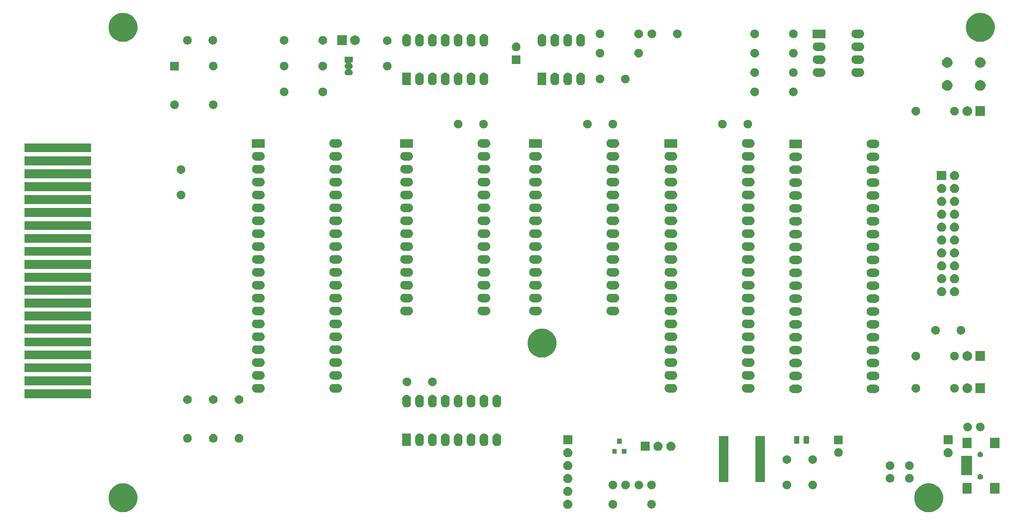
<source format=gbr>
G04 #@! TF.GenerationSoftware,KiCad,Pcbnew,(5.1.4)-1*
G04 #@! TF.CreationDate,2020-06-08T02:01:47+02:00*
G04 #@! TF.ProjectId,Z80Mini,5a38304d-696e-4692-9e6b-696361645f70,rev?*
G04 #@! TF.SameCoordinates,Original*
G04 #@! TF.FileFunction,Soldermask,Top*
G04 #@! TF.FilePolarity,Negative*
%FSLAX46Y46*%
G04 Gerber Fmt 4.6, Leading zero omitted, Abs format (unit mm)*
G04 Created by KiCad (PCBNEW (5.1.4)-1) date 2020-06-08 02:01:47*
%MOMM*%
%LPD*%
G04 APERTURE LIST*
%ADD10C,0.100000*%
G04 APERTURE END LIST*
D10*
G36*
X243401606Y-140768562D02*
G01*
X243920455Y-140983476D01*
X244271785Y-141218228D01*
X244387406Y-141295483D01*
X244784517Y-141692594D01*
X244814194Y-141737009D01*
X245096524Y-142159545D01*
X245273360Y-142586466D01*
X245311438Y-142678395D01*
X245421000Y-143229200D01*
X245421000Y-143790800D01*
X245387005Y-143961703D01*
X245311438Y-144341606D01*
X245096524Y-144860455D01*
X244918779Y-145126468D01*
X244787808Y-145322481D01*
X244784516Y-145327407D01*
X244387407Y-145724516D01*
X243920455Y-146036524D01*
X243401606Y-146251438D01*
X243126202Y-146306219D01*
X242850800Y-146361000D01*
X242289200Y-146361000D01*
X242013798Y-146306219D01*
X241738394Y-146251438D01*
X241219545Y-146036524D01*
X240752593Y-145724516D01*
X240355484Y-145327407D01*
X240352193Y-145322481D01*
X240221221Y-145126468D01*
X240043476Y-144860455D01*
X239828562Y-144341606D01*
X239752995Y-143961703D01*
X239719000Y-143790800D01*
X239719000Y-143229200D01*
X239828562Y-142678395D01*
X239866640Y-142586466D01*
X240043476Y-142159545D01*
X240325806Y-141737009D01*
X240355483Y-141692594D01*
X240752594Y-141295483D01*
X240868215Y-141218228D01*
X241219545Y-140983476D01*
X241738394Y-140768562D01*
X242289200Y-140659000D01*
X242850800Y-140659000D01*
X243401606Y-140768562D01*
X243401606Y-140768562D01*
G37*
G36*
X84651606Y-140768562D02*
G01*
X85170455Y-140983476D01*
X85521785Y-141218228D01*
X85637406Y-141295483D01*
X86034517Y-141692594D01*
X86064194Y-141737009D01*
X86346524Y-142159545D01*
X86523360Y-142586466D01*
X86561438Y-142678395D01*
X86671000Y-143229200D01*
X86671000Y-143790800D01*
X86637005Y-143961703D01*
X86561438Y-144341606D01*
X86346524Y-144860455D01*
X86168779Y-145126468D01*
X86037808Y-145322481D01*
X86034516Y-145327407D01*
X85637407Y-145724516D01*
X85170455Y-146036524D01*
X84651606Y-146251438D01*
X84376202Y-146306219D01*
X84100800Y-146361000D01*
X83539200Y-146361000D01*
X83263798Y-146306219D01*
X82988394Y-146251438D01*
X82469545Y-146036524D01*
X82002593Y-145724516D01*
X81605484Y-145327407D01*
X81602193Y-145322481D01*
X81471221Y-145126468D01*
X81293476Y-144860455D01*
X81078562Y-144341606D01*
X81002995Y-143961703D01*
X80969000Y-143790800D01*
X80969000Y-143229200D01*
X81078562Y-142678395D01*
X81116640Y-142586466D01*
X81293476Y-142159545D01*
X81575806Y-141737009D01*
X81605483Y-141692594D01*
X82002594Y-141295483D01*
X82118215Y-141218228D01*
X82469545Y-140983476D01*
X82988394Y-140768562D01*
X83539200Y-140659000D01*
X84100800Y-140659000D01*
X84651606Y-140768562D01*
X84651606Y-140768562D01*
G37*
G36*
X171560443Y-143885519D02*
G01*
X171626627Y-143892037D01*
X171796466Y-143943557D01*
X171952991Y-144027222D01*
X171988729Y-144056552D01*
X172090186Y-144139814D01*
X172170369Y-144237519D01*
X172202778Y-144277009D01*
X172286443Y-144433534D01*
X172337963Y-144603373D01*
X172355359Y-144780000D01*
X172337963Y-144956627D01*
X172286443Y-145126466D01*
X172202778Y-145282991D01*
X172173448Y-145318729D01*
X172090186Y-145420186D01*
X171988729Y-145503448D01*
X171952991Y-145532778D01*
X171796466Y-145616443D01*
X171626627Y-145667963D01*
X171560443Y-145674481D01*
X171494260Y-145681000D01*
X171405740Y-145681000D01*
X171339557Y-145674481D01*
X171273373Y-145667963D01*
X171103534Y-145616443D01*
X170947009Y-145532778D01*
X170911271Y-145503448D01*
X170809814Y-145420186D01*
X170726552Y-145318729D01*
X170697222Y-145282991D01*
X170613557Y-145126466D01*
X170562037Y-144956627D01*
X170544641Y-144780000D01*
X170562037Y-144603373D01*
X170613557Y-144433534D01*
X170697222Y-144277009D01*
X170729631Y-144237519D01*
X170809814Y-144139814D01*
X170911271Y-144056552D01*
X170947009Y-144027222D01*
X171103534Y-143943557D01*
X171273373Y-143892037D01*
X171339557Y-143885519D01*
X171405740Y-143879000D01*
X171494260Y-143879000D01*
X171560443Y-143885519D01*
X171560443Y-143885519D01*
G37*
G36*
X180506823Y-143941313D02*
G01*
X180667242Y-143989976D01*
X180734361Y-144025852D01*
X180815078Y-144068996D01*
X180944659Y-144175341D01*
X181051004Y-144304922D01*
X181051005Y-144304924D01*
X181130024Y-144452758D01*
X181178687Y-144613177D01*
X181195117Y-144780000D01*
X181178687Y-144946823D01*
X181130024Y-145107242D01*
X181089477Y-145183100D01*
X181051004Y-145255078D01*
X180944659Y-145384659D01*
X180815078Y-145491004D01*
X180815076Y-145491005D01*
X180667242Y-145570024D01*
X180506823Y-145618687D01*
X180381804Y-145631000D01*
X180298196Y-145631000D01*
X180173177Y-145618687D01*
X180012758Y-145570024D01*
X179864924Y-145491005D01*
X179864922Y-145491004D01*
X179735341Y-145384659D01*
X179628996Y-145255078D01*
X179590523Y-145183100D01*
X179549976Y-145107242D01*
X179501313Y-144946823D01*
X179484883Y-144780000D01*
X179501313Y-144613177D01*
X179549976Y-144452758D01*
X179628995Y-144304924D01*
X179628996Y-144304922D01*
X179735341Y-144175341D01*
X179864922Y-144068996D01*
X179945639Y-144025852D01*
X180012758Y-143989976D01*
X180173177Y-143941313D01*
X180298196Y-143929000D01*
X180381804Y-143929000D01*
X180506823Y-143941313D01*
X180506823Y-143941313D01*
G37*
G36*
X188208228Y-143961703D02*
G01*
X188363100Y-144025853D01*
X188502481Y-144118985D01*
X188621015Y-144237519D01*
X188714147Y-144376900D01*
X188778297Y-144531772D01*
X188811000Y-144696184D01*
X188811000Y-144863816D01*
X188778297Y-145028228D01*
X188714147Y-145183100D01*
X188621015Y-145322481D01*
X188502481Y-145441015D01*
X188363100Y-145534147D01*
X188208228Y-145598297D01*
X188043816Y-145631000D01*
X187876184Y-145631000D01*
X187711772Y-145598297D01*
X187556900Y-145534147D01*
X187417519Y-145441015D01*
X187298985Y-145322481D01*
X187205853Y-145183100D01*
X187141703Y-145028228D01*
X187109000Y-144863816D01*
X187109000Y-144696184D01*
X187141703Y-144531772D01*
X187205853Y-144376900D01*
X187298985Y-144237519D01*
X187417519Y-144118985D01*
X187556900Y-144025853D01*
X187711772Y-143961703D01*
X187876184Y-143929000D01*
X188043816Y-143929000D01*
X188208228Y-143961703D01*
X188208228Y-143961703D01*
G37*
G36*
X171560442Y-141345518D02*
G01*
X171626627Y-141352037D01*
X171796466Y-141403557D01*
X171952991Y-141487222D01*
X171983768Y-141512480D01*
X172090186Y-141599814D01*
X172166327Y-141692594D01*
X172202778Y-141737009D01*
X172286443Y-141893534D01*
X172337963Y-142063373D01*
X172355359Y-142240000D01*
X172337963Y-142416627D01*
X172286443Y-142586466D01*
X172202778Y-142742991D01*
X172173448Y-142778729D01*
X172090186Y-142880186D01*
X171988729Y-142963448D01*
X171952991Y-142992778D01*
X171796466Y-143076443D01*
X171626627Y-143127963D01*
X171560443Y-143134481D01*
X171494260Y-143141000D01*
X171405740Y-143141000D01*
X171339557Y-143134481D01*
X171273373Y-143127963D01*
X171103534Y-143076443D01*
X170947009Y-142992778D01*
X170911271Y-142963448D01*
X170809814Y-142880186D01*
X170726552Y-142778729D01*
X170697222Y-142742991D01*
X170613557Y-142586466D01*
X170562037Y-142416627D01*
X170544641Y-142240000D01*
X170562037Y-142063373D01*
X170613557Y-141893534D01*
X170697222Y-141737009D01*
X170733673Y-141692594D01*
X170809814Y-141599814D01*
X170916232Y-141512480D01*
X170947009Y-141487222D01*
X171103534Y-141403557D01*
X171273373Y-141352037D01*
X171339558Y-141345518D01*
X171405740Y-141339000D01*
X171494260Y-141339000D01*
X171560442Y-141345518D01*
X171560442Y-141345518D01*
G37*
G36*
X251031000Y-142661000D02*
G01*
X249229000Y-142661000D01*
X249229000Y-140559000D01*
X251031000Y-140559000D01*
X251031000Y-142661000D01*
X251031000Y-142661000D01*
G37*
G36*
X256481000Y-142661000D02*
G01*
X254679000Y-142661000D01*
X254679000Y-140559000D01*
X256481000Y-140559000D01*
X256481000Y-142661000D01*
X256481000Y-142661000D01*
G37*
G36*
X214878228Y-140151703D02*
G01*
X215033100Y-140215853D01*
X215172481Y-140308985D01*
X215291015Y-140427519D01*
X215384147Y-140566900D01*
X215448297Y-140721772D01*
X215481000Y-140886184D01*
X215481000Y-141053816D01*
X215448297Y-141218228D01*
X215384147Y-141373100D01*
X215291015Y-141512481D01*
X215172481Y-141631015D01*
X215033100Y-141724147D01*
X214878228Y-141788297D01*
X214713816Y-141821000D01*
X214546184Y-141821000D01*
X214381772Y-141788297D01*
X214226900Y-141724147D01*
X214087519Y-141631015D01*
X213968985Y-141512481D01*
X213875853Y-141373100D01*
X213811703Y-141218228D01*
X213779000Y-141053816D01*
X213779000Y-140886184D01*
X213811703Y-140721772D01*
X213875853Y-140566900D01*
X213968985Y-140427519D01*
X214087519Y-140308985D01*
X214226900Y-140215853D01*
X214381772Y-140151703D01*
X214546184Y-140119000D01*
X214713816Y-140119000D01*
X214878228Y-140151703D01*
X214878228Y-140151703D01*
G37*
G36*
X180588228Y-140151703D02*
G01*
X180743100Y-140215853D01*
X180882481Y-140308985D01*
X181001015Y-140427519D01*
X181094147Y-140566900D01*
X181158297Y-140721772D01*
X181191000Y-140886184D01*
X181191000Y-141053816D01*
X181158297Y-141218228D01*
X181094147Y-141373100D01*
X181001015Y-141512481D01*
X180882481Y-141631015D01*
X180743100Y-141724147D01*
X180588228Y-141788297D01*
X180423816Y-141821000D01*
X180256184Y-141821000D01*
X180091772Y-141788297D01*
X179936900Y-141724147D01*
X179797519Y-141631015D01*
X179678985Y-141512481D01*
X179585853Y-141373100D01*
X179521703Y-141218228D01*
X179489000Y-141053816D01*
X179489000Y-140886184D01*
X179521703Y-140721772D01*
X179585853Y-140566900D01*
X179678985Y-140427519D01*
X179797519Y-140308985D01*
X179936900Y-140215853D01*
X180091772Y-140151703D01*
X180256184Y-140119000D01*
X180423816Y-140119000D01*
X180588228Y-140151703D01*
X180588228Y-140151703D01*
G37*
G36*
X183088228Y-140151703D02*
G01*
X183243100Y-140215853D01*
X183382481Y-140308985D01*
X183501015Y-140427519D01*
X183594147Y-140566900D01*
X183658297Y-140721772D01*
X183691000Y-140886184D01*
X183691000Y-141053816D01*
X183658297Y-141218228D01*
X183594147Y-141373100D01*
X183501015Y-141512481D01*
X183382481Y-141631015D01*
X183243100Y-141724147D01*
X183088228Y-141788297D01*
X182923816Y-141821000D01*
X182756184Y-141821000D01*
X182591772Y-141788297D01*
X182436900Y-141724147D01*
X182297519Y-141631015D01*
X182178985Y-141512481D01*
X182085853Y-141373100D01*
X182021703Y-141218228D01*
X181989000Y-141053816D01*
X181989000Y-140886184D01*
X182021703Y-140721772D01*
X182085853Y-140566900D01*
X182178985Y-140427519D01*
X182297519Y-140308985D01*
X182436900Y-140215853D01*
X182591772Y-140151703D01*
X182756184Y-140119000D01*
X182923816Y-140119000D01*
X183088228Y-140151703D01*
X183088228Y-140151703D01*
G37*
G36*
X219958228Y-140151703D02*
G01*
X220113100Y-140215853D01*
X220252481Y-140308985D01*
X220371015Y-140427519D01*
X220464147Y-140566900D01*
X220528297Y-140721772D01*
X220561000Y-140886184D01*
X220561000Y-141053816D01*
X220528297Y-141218228D01*
X220464147Y-141373100D01*
X220371015Y-141512481D01*
X220252481Y-141631015D01*
X220113100Y-141724147D01*
X219958228Y-141788297D01*
X219793816Y-141821000D01*
X219626184Y-141821000D01*
X219461772Y-141788297D01*
X219306900Y-141724147D01*
X219167519Y-141631015D01*
X219048985Y-141512481D01*
X218955853Y-141373100D01*
X218891703Y-141218228D01*
X218859000Y-141053816D01*
X218859000Y-140886184D01*
X218891703Y-140721772D01*
X218955853Y-140566900D01*
X219048985Y-140427519D01*
X219167519Y-140308985D01*
X219306900Y-140215853D01*
X219461772Y-140151703D01*
X219626184Y-140119000D01*
X219793816Y-140119000D01*
X219958228Y-140151703D01*
X219958228Y-140151703D01*
G37*
G36*
X185708228Y-140151703D02*
G01*
X185863100Y-140215853D01*
X186002481Y-140308985D01*
X186121015Y-140427519D01*
X186214147Y-140566900D01*
X186278297Y-140721772D01*
X186311000Y-140886184D01*
X186311000Y-141053816D01*
X186278297Y-141218228D01*
X186214147Y-141373100D01*
X186121015Y-141512481D01*
X186002481Y-141631015D01*
X185863100Y-141724147D01*
X185708228Y-141788297D01*
X185543816Y-141821000D01*
X185376184Y-141821000D01*
X185211772Y-141788297D01*
X185056900Y-141724147D01*
X184917519Y-141631015D01*
X184798985Y-141512481D01*
X184705853Y-141373100D01*
X184641703Y-141218228D01*
X184609000Y-141053816D01*
X184609000Y-140886184D01*
X184641703Y-140721772D01*
X184705853Y-140566900D01*
X184798985Y-140427519D01*
X184917519Y-140308985D01*
X185056900Y-140215853D01*
X185211772Y-140151703D01*
X185376184Y-140119000D01*
X185543816Y-140119000D01*
X185708228Y-140151703D01*
X185708228Y-140151703D01*
G37*
G36*
X188208228Y-140151703D02*
G01*
X188363100Y-140215853D01*
X188502481Y-140308985D01*
X188621015Y-140427519D01*
X188714147Y-140566900D01*
X188778297Y-140721772D01*
X188811000Y-140886184D01*
X188811000Y-141053816D01*
X188778297Y-141218228D01*
X188714147Y-141373100D01*
X188621015Y-141512481D01*
X188502481Y-141631015D01*
X188363100Y-141724147D01*
X188208228Y-141788297D01*
X188043816Y-141821000D01*
X187876184Y-141821000D01*
X187711772Y-141788297D01*
X187556900Y-141724147D01*
X187417519Y-141631015D01*
X187298985Y-141512481D01*
X187205853Y-141373100D01*
X187141703Y-141218228D01*
X187109000Y-141053816D01*
X187109000Y-140886184D01*
X187141703Y-140721772D01*
X187205853Y-140566900D01*
X187298985Y-140427519D01*
X187417519Y-140308985D01*
X187556900Y-140215853D01*
X187711772Y-140151703D01*
X187876184Y-140119000D01*
X188043816Y-140119000D01*
X188208228Y-140151703D01*
X188208228Y-140151703D01*
G37*
G36*
X171560442Y-138805518D02*
G01*
X171626627Y-138812037D01*
X171796466Y-138863557D01*
X171952991Y-138947222D01*
X171988729Y-138976552D01*
X172090186Y-139059814D01*
X172137543Y-139117520D01*
X172202778Y-139197009D01*
X172286443Y-139353534D01*
X172337963Y-139523373D01*
X172355359Y-139700000D01*
X172337963Y-139876627D01*
X172327536Y-139911000D01*
X172286442Y-140046468D01*
X172277552Y-140063100D01*
X172202778Y-140202991D01*
X172192223Y-140215852D01*
X172090186Y-140340186D01*
X171988729Y-140423448D01*
X171952991Y-140452778D01*
X171796466Y-140536443D01*
X171626627Y-140587963D01*
X171560442Y-140594482D01*
X171494260Y-140601000D01*
X171405740Y-140601000D01*
X171339558Y-140594482D01*
X171273373Y-140587963D01*
X171103534Y-140536443D01*
X170947009Y-140452778D01*
X170911271Y-140423448D01*
X170809814Y-140340186D01*
X170707777Y-140215852D01*
X170697222Y-140202991D01*
X170622448Y-140063100D01*
X170613558Y-140046468D01*
X170572464Y-139911000D01*
X170562037Y-139876627D01*
X170544641Y-139700000D01*
X170562037Y-139523373D01*
X170613557Y-139353534D01*
X170697222Y-139197009D01*
X170762457Y-139117520D01*
X170809814Y-139059814D01*
X170911271Y-138976552D01*
X170947009Y-138947222D01*
X171103534Y-138863557D01*
X171273373Y-138812037D01*
X171339558Y-138805518D01*
X171405740Y-138799000D01*
X171494260Y-138799000D01*
X171560442Y-138805518D01*
X171560442Y-138805518D01*
G37*
G36*
X239008228Y-138841703D02*
G01*
X239163100Y-138905853D01*
X239302481Y-138998985D01*
X239421015Y-139117519D01*
X239514147Y-139256900D01*
X239578297Y-139411772D01*
X239611000Y-139576184D01*
X239611000Y-139743816D01*
X239578297Y-139908228D01*
X239514147Y-140063100D01*
X239421015Y-140202481D01*
X239302481Y-140321015D01*
X239163100Y-140414147D01*
X239008228Y-140478297D01*
X238843816Y-140511000D01*
X238676184Y-140511000D01*
X238511772Y-140478297D01*
X238356900Y-140414147D01*
X238217519Y-140321015D01*
X238098985Y-140202481D01*
X238005853Y-140063100D01*
X237941703Y-139908228D01*
X237909000Y-139743816D01*
X237909000Y-139576184D01*
X237941703Y-139411772D01*
X238005853Y-139256900D01*
X238098985Y-139117519D01*
X238217519Y-138998985D01*
X238356900Y-138905853D01*
X238511772Y-138841703D01*
X238676184Y-138809000D01*
X238843816Y-138809000D01*
X239008228Y-138841703D01*
X239008228Y-138841703D01*
G37*
G36*
X235198228Y-138841703D02*
G01*
X235353100Y-138905853D01*
X235492481Y-138998985D01*
X235611015Y-139117519D01*
X235704147Y-139256900D01*
X235768297Y-139411772D01*
X235801000Y-139576184D01*
X235801000Y-139743816D01*
X235768297Y-139908228D01*
X235704147Y-140063100D01*
X235611015Y-140202481D01*
X235492481Y-140321015D01*
X235353100Y-140414147D01*
X235198228Y-140478297D01*
X235033816Y-140511000D01*
X234866184Y-140511000D01*
X234701772Y-140478297D01*
X234546900Y-140414147D01*
X234407519Y-140321015D01*
X234288985Y-140202481D01*
X234195853Y-140063100D01*
X234131703Y-139908228D01*
X234099000Y-139743816D01*
X234099000Y-139576184D01*
X234131703Y-139411772D01*
X234195853Y-139256900D01*
X234288985Y-139117519D01*
X234407519Y-138998985D01*
X234546900Y-138905853D01*
X234701772Y-138841703D01*
X234866184Y-138809000D01*
X235033816Y-138809000D01*
X235198228Y-138841703D01*
X235198228Y-138841703D01*
G37*
G36*
X210266000Y-140391000D02*
G01*
X208414000Y-140391000D01*
X208414000Y-131389000D01*
X210266000Y-131389000D01*
X210266000Y-140391000D01*
X210266000Y-140391000D01*
G37*
G36*
X203066000Y-140391000D02*
G01*
X201214000Y-140391000D01*
X201214000Y-131389000D01*
X203066000Y-131389000D01*
X203066000Y-140391000D01*
X203066000Y-140391000D01*
G37*
G36*
X252890721Y-138830174D02*
G01*
X252990995Y-138871709D01*
X252990996Y-138871710D01*
X253081242Y-138932010D01*
X253157990Y-139008758D01*
X253157991Y-139008760D01*
X253218291Y-139099005D01*
X253259826Y-139199279D01*
X253281000Y-139305730D01*
X253281000Y-139414270D01*
X253259826Y-139520721D01*
X253218291Y-139620995D01*
X253218290Y-139620996D01*
X253157990Y-139711242D01*
X253081242Y-139787990D01*
X253035812Y-139818345D01*
X252990995Y-139848291D01*
X252890721Y-139889826D01*
X252784270Y-139911000D01*
X252675730Y-139911000D01*
X252569279Y-139889826D01*
X252469005Y-139848291D01*
X252424188Y-139818345D01*
X252378758Y-139787990D01*
X252302010Y-139711242D01*
X252241710Y-139620996D01*
X252241709Y-139620995D01*
X252200174Y-139520721D01*
X252179000Y-139414270D01*
X252179000Y-139305730D01*
X252200174Y-139199279D01*
X252241709Y-139099005D01*
X252302009Y-139008760D01*
X252302010Y-139008758D01*
X252378758Y-138932010D01*
X252469004Y-138871710D01*
X252469005Y-138871709D01*
X252569279Y-138830174D01*
X252675730Y-138809000D01*
X252784270Y-138809000D01*
X252890721Y-138830174D01*
X252890721Y-138830174D01*
G37*
G36*
X251081000Y-139061000D02*
G01*
X248979000Y-139061000D01*
X248979000Y-135259000D01*
X251081000Y-135259000D01*
X251081000Y-139061000D01*
X251081000Y-139061000D01*
G37*
G36*
X171560443Y-136265519D02*
G01*
X171626627Y-136272037D01*
X171796466Y-136323557D01*
X171952991Y-136407222D01*
X171988729Y-136436552D01*
X172090186Y-136519814D01*
X172170369Y-136617519D01*
X172202778Y-136657009D01*
X172286443Y-136813534D01*
X172337963Y-136983373D01*
X172355359Y-137160000D01*
X172337963Y-137336627D01*
X172286443Y-137506466D01*
X172202778Y-137662991D01*
X172173448Y-137698729D01*
X172090186Y-137800186D01*
X171988729Y-137883448D01*
X171952991Y-137912778D01*
X171796466Y-137996443D01*
X171626627Y-138047963D01*
X171560442Y-138054482D01*
X171494260Y-138061000D01*
X171405740Y-138061000D01*
X171339558Y-138054482D01*
X171273373Y-138047963D01*
X171103534Y-137996443D01*
X170947009Y-137912778D01*
X170911271Y-137883448D01*
X170809814Y-137800186D01*
X170726552Y-137698729D01*
X170697222Y-137662991D01*
X170613557Y-137506466D01*
X170562037Y-137336627D01*
X170544641Y-137160000D01*
X170562037Y-136983373D01*
X170613557Y-136813534D01*
X170697222Y-136657009D01*
X170729631Y-136617519D01*
X170809814Y-136519814D01*
X170911271Y-136436552D01*
X170947009Y-136407222D01*
X171103534Y-136323557D01*
X171273373Y-136272037D01*
X171339557Y-136265519D01*
X171405740Y-136259000D01*
X171494260Y-136259000D01*
X171560443Y-136265519D01*
X171560443Y-136265519D01*
G37*
G36*
X239008228Y-136341703D02*
G01*
X239163100Y-136405853D01*
X239302481Y-136498985D01*
X239421015Y-136617519D01*
X239514147Y-136756900D01*
X239578297Y-136911772D01*
X239611000Y-137076184D01*
X239611000Y-137243816D01*
X239578297Y-137408228D01*
X239514147Y-137563100D01*
X239421015Y-137702481D01*
X239302481Y-137821015D01*
X239163100Y-137914147D01*
X239008228Y-137978297D01*
X238843816Y-138011000D01*
X238676184Y-138011000D01*
X238511772Y-137978297D01*
X238356900Y-137914147D01*
X238217519Y-137821015D01*
X238098985Y-137702481D01*
X238005853Y-137563100D01*
X237941703Y-137408228D01*
X237909000Y-137243816D01*
X237909000Y-137076184D01*
X237941703Y-136911772D01*
X238005853Y-136756900D01*
X238098985Y-136617519D01*
X238217519Y-136498985D01*
X238356900Y-136405853D01*
X238511772Y-136341703D01*
X238676184Y-136309000D01*
X238843816Y-136309000D01*
X239008228Y-136341703D01*
X239008228Y-136341703D01*
G37*
G36*
X235198228Y-136341703D02*
G01*
X235353100Y-136405853D01*
X235492481Y-136498985D01*
X235611015Y-136617519D01*
X235704147Y-136756900D01*
X235768297Y-136911772D01*
X235801000Y-137076184D01*
X235801000Y-137243816D01*
X235768297Y-137408228D01*
X235704147Y-137563100D01*
X235611015Y-137702481D01*
X235492481Y-137821015D01*
X235353100Y-137914147D01*
X235198228Y-137978297D01*
X235033816Y-138011000D01*
X234866184Y-138011000D01*
X234701772Y-137978297D01*
X234546900Y-137914147D01*
X234407519Y-137821015D01*
X234288985Y-137702481D01*
X234195853Y-137563100D01*
X234131703Y-137408228D01*
X234099000Y-137243816D01*
X234099000Y-137076184D01*
X234131703Y-136911772D01*
X234195853Y-136756900D01*
X234288985Y-136617519D01*
X234407519Y-136498985D01*
X234546900Y-136405853D01*
X234701772Y-136341703D01*
X234866184Y-136309000D01*
X235033816Y-136309000D01*
X235198228Y-136341703D01*
X235198228Y-136341703D01*
G37*
G36*
X219958228Y-135151703D02*
G01*
X220113100Y-135215853D01*
X220252481Y-135308985D01*
X220371015Y-135427519D01*
X220464147Y-135566900D01*
X220528297Y-135721772D01*
X220561000Y-135886184D01*
X220561000Y-136053816D01*
X220528297Y-136218228D01*
X220464147Y-136373100D01*
X220371015Y-136512481D01*
X220252481Y-136631015D01*
X220113100Y-136724147D01*
X219958228Y-136788297D01*
X219793816Y-136821000D01*
X219626184Y-136821000D01*
X219461772Y-136788297D01*
X219306900Y-136724147D01*
X219167519Y-136631015D01*
X219048985Y-136512481D01*
X218955853Y-136373100D01*
X218891703Y-136218228D01*
X218859000Y-136053816D01*
X218859000Y-135886184D01*
X218891703Y-135721772D01*
X218955853Y-135566900D01*
X219048985Y-135427519D01*
X219167519Y-135308985D01*
X219306900Y-135215853D01*
X219461772Y-135151703D01*
X219626184Y-135119000D01*
X219793816Y-135119000D01*
X219958228Y-135151703D01*
X219958228Y-135151703D01*
G37*
G36*
X214878228Y-135151703D02*
G01*
X215033100Y-135215853D01*
X215172481Y-135308985D01*
X215291015Y-135427519D01*
X215384147Y-135566900D01*
X215448297Y-135721772D01*
X215481000Y-135886184D01*
X215481000Y-136053816D01*
X215448297Y-136218228D01*
X215384147Y-136373100D01*
X215291015Y-136512481D01*
X215172481Y-136631015D01*
X215033100Y-136724147D01*
X214878228Y-136788297D01*
X214713816Y-136821000D01*
X214546184Y-136821000D01*
X214381772Y-136788297D01*
X214226900Y-136724147D01*
X214087519Y-136631015D01*
X213968985Y-136512481D01*
X213875853Y-136373100D01*
X213811703Y-136218228D01*
X213779000Y-136053816D01*
X213779000Y-135886184D01*
X213811703Y-135721772D01*
X213875853Y-135566900D01*
X213968985Y-135427519D01*
X214087519Y-135308985D01*
X214226900Y-135215853D01*
X214381772Y-135151703D01*
X214546184Y-135119000D01*
X214713816Y-135119000D01*
X214878228Y-135151703D01*
X214878228Y-135151703D01*
G37*
G36*
X171560443Y-133725519D02*
G01*
X171626627Y-133732037D01*
X171796466Y-133783557D01*
X171952991Y-133867222D01*
X171981964Y-133891000D01*
X172090186Y-133979814D01*
X172137543Y-134037520D01*
X172202778Y-134117009D01*
X172286443Y-134273534D01*
X172337963Y-134443373D01*
X172355359Y-134620000D01*
X172337963Y-134796627D01*
X172286443Y-134966466D01*
X172286442Y-134966468D01*
X172277552Y-134983100D01*
X172202778Y-135122991D01*
X172179213Y-135151705D01*
X172090186Y-135260186D01*
X171988729Y-135343448D01*
X171952991Y-135372778D01*
X171796466Y-135456443D01*
X171626627Y-135507963D01*
X171560443Y-135514481D01*
X171494260Y-135521000D01*
X171405740Y-135521000D01*
X171339557Y-135514481D01*
X171273373Y-135507963D01*
X171103534Y-135456443D01*
X170947009Y-135372778D01*
X170911271Y-135343448D01*
X170809814Y-135260186D01*
X170720787Y-135151705D01*
X170697222Y-135122991D01*
X170622448Y-134983100D01*
X170613558Y-134966468D01*
X170613557Y-134966466D01*
X170562037Y-134796627D01*
X170544641Y-134620000D01*
X170562037Y-134443373D01*
X170613557Y-134273534D01*
X170697222Y-134117009D01*
X170762457Y-134037520D01*
X170809814Y-133979814D01*
X170918036Y-133891000D01*
X170947009Y-133867222D01*
X171103534Y-133783557D01*
X171273373Y-133732037D01*
X171339557Y-133725519D01*
X171405740Y-133719000D01*
X171494260Y-133719000D01*
X171560443Y-133725519D01*
X171560443Y-133725519D01*
G37*
G36*
X246490443Y-133725519D02*
G01*
X246556627Y-133732037D01*
X246726466Y-133783557D01*
X246882991Y-133867222D01*
X246911964Y-133891000D01*
X247020186Y-133979814D01*
X247067543Y-134037520D01*
X247132778Y-134117009D01*
X247216443Y-134273534D01*
X247267963Y-134443373D01*
X247285359Y-134620000D01*
X247267963Y-134796627D01*
X247216443Y-134966466D01*
X247216442Y-134966468D01*
X247207552Y-134983100D01*
X247132778Y-135122991D01*
X247109213Y-135151705D01*
X247020186Y-135260186D01*
X246918729Y-135343448D01*
X246882991Y-135372778D01*
X246726466Y-135456443D01*
X246556627Y-135507963D01*
X246490443Y-135514481D01*
X246424260Y-135521000D01*
X246335740Y-135521000D01*
X246269557Y-135514481D01*
X246203373Y-135507963D01*
X246033534Y-135456443D01*
X245877009Y-135372778D01*
X245841271Y-135343448D01*
X245739814Y-135260186D01*
X245650787Y-135151705D01*
X245627222Y-135122991D01*
X245552448Y-134983100D01*
X245543558Y-134966468D01*
X245543557Y-134966466D01*
X245492037Y-134796627D01*
X245474641Y-134620000D01*
X245492037Y-134443373D01*
X245543557Y-134273534D01*
X245627222Y-134117009D01*
X245692457Y-134037520D01*
X245739814Y-133979814D01*
X245848036Y-133891000D01*
X245877009Y-133867222D01*
X246033534Y-133783557D01*
X246203373Y-133732037D01*
X246269557Y-133725519D01*
X246335740Y-133719000D01*
X246424260Y-133719000D01*
X246490443Y-133725519D01*
X246490443Y-133725519D01*
G37*
G36*
X252890721Y-134430174D02*
G01*
X252990995Y-134471709D01*
X252990996Y-134471710D01*
X253081242Y-134532010D01*
X253157990Y-134608758D01*
X253178197Y-134639000D01*
X253218291Y-134699005D01*
X253259826Y-134799279D01*
X253281000Y-134905730D01*
X253281000Y-135014270D01*
X253259826Y-135120721D01*
X253218291Y-135220995D01*
X253218290Y-135220996D01*
X253157990Y-135311242D01*
X253081242Y-135387990D01*
X253065819Y-135398295D01*
X252990995Y-135448291D01*
X252890721Y-135489826D01*
X252784270Y-135511000D01*
X252675730Y-135511000D01*
X252569279Y-135489826D01*
X252469005Y-135448291D01*
X252394181Y-135398295D01*
X252378758Y-135387990D01*
X252302010Y-135311242D01*
X252241710Y-135220996D01*
X252241709Y-135220995D01*
X252200174Y-135120721D01*
X252179000Y-135014270D01*
X252179000Y-134905730D01*
X252200174Y-134799279D01*
X252241709Y-134699005D01*
X252281803Y-134639000D01*
X252302010Y-134608758D01*
X252378758Y-134532010D01*
X252469004Y-134471710D01*
X252469005Y-134471709D01*
X252569279Y-134430174D01*
X252675730Y-134409000D01*
X252784270Y-134409000D01*
X252890721Y-134430174D01*
X252890721Y-134430174D01*
G37*
G36*
X225038228Y-133761703D02*
G01*
X225193100Y-133825853D01*
X225332481Y-133918985D01*
X225451015Y-134037519D01*
X225544147Y-134176900D01*
X225608297Y-134331772D01*
X225641000Y-134496184D01*
X225641000Y-134663816D01*
X225608297Y-134828228D01*
X225544147Y-134983100D01*
X225451015Y-135122481D01*
X225332481Y-135241015D01*
X225193100Y-135334147D01*
X225038228Y-135398297D01*
X224873816Y-135431000D01*
X224706184Y-135431000D01*
X224541772Y-135398297D01*
X224386900Y-135334147D01*
X224247519Y-135241015D01*
X224128985Y-135122481D01*
X224035853Y-134983100D01*
X223971703Y-134828228D01*
X223939000Y-134663816D01*
X223939000Y-134496184D01*
X223971703Y-134331772D01*
X224035853Y-134176900D01*
X224128985Y-134037519D01*
X224247519Y-133918985D01*
X224386900Y-133825853D01*
X224541772Y-133761703D01*
X224706184Y-133729000D01*
X224873816Y-133729000D01*
X225038228Y-133761703D01*
X225038228Y-133761703D01*
G37*
G36*
X181111000Y-134851000D02*
G01*
X180209000Y-134851000D01*
X180209000Y-133849000D01*
X181111000Y-133849000D01*
X181111000Y-134851000D01*
X181111000Y-134851000D01*
G37*
G36*
X183011000Y-134851000D02*
G01*
X182109000Y-134851000D01*
X182109000Y-133849000D01*
X183011000Y-133849000D01*
X183011000Y-134851000D01*
X183011000Y-134851000D01*
G37*
G36*
X191880442Y-132455518D02*
G01*
X191946627Y-132462037D01*
X192116466Y-132513557D01*
X192116468Y-132513558D01*
X192131893Y-132521803D01*
X192272991Y-132597222D01*
X192298445Y-132618112D01*
X192410186Y-132709814D01*
X192480632Y-132795654D01*
X192522778Y-132847009D01*
X192606443Y-133003534D01*
X192657963Y-133173373D01*
X192675359Y-133350000D01*
X192657963Y-133526627D01*
X192606443Y-133696466D01*
X192522778Y-133852991D01*
X192493448Y-133888729D01*
X192410186Y-133990186D01*
X192352508Y-134037520D01*
X192272991Y-134102778D01*
X192116466Y-134186443D01*
X191946627Y-134237963D01*
X191880443Y-134244481D01*
X191814260Y-134251000D01*
X191725740Y-134251000D01*
X191659557Y-134244481D01*
X191593373Y-134237963D01*
X191423534Y-134186443D01*
X191267009Y-134102778D01*
X191187492Y-134037520D01*
X191129814Y-133990186D01*
X191046552Y-133888729D01*
X191017222Y-133852991D01*
X190933557Y-133696466D01*
X190882037Y-133526627D01*
X190864641Y-133350000D01*
X190882037Y-133173373D01*
X190933557Y-133003534D01*
X191017222Y-132847009D01*
X191059368Y-132795654D01*
X191129814Y-132709814D01*
X191241555Y-132618112D01*
X191267009Y-132597222D01*
X191408107Y-132521803D01*
X191423532Y-132513558D01*
X191423534Y-132513557D01*
X191593373Y-132462037D01*
X191659558Y-132455518D01*
X191725740Y-132449000D01*
X191814260Y-132449000D01*
X191880442Y-132455518D01*
X191880442Y-132455518D01*
G37*
G36*
X189340442Y-132455518D02*
G01*
X189406627Y-132462037D01*
X189576466Y-132513557D01*
X189576468Y-132513558D01*
X189591893Y-132521803D01*
X189732991Y-132597222D01*
X189758445Y-132618112D01*
X189870186Y-132709814D01*
X189940632Y-132795654D01*
X189982778Y-132847009D01*
X190066443Y-133003534D01*
X190117963Y-133173373D01*
X190135359Y-133350000D01*
X190117963Y-133526627D01*
X190066443Y-133696466D01*
X189982778Y-133852991D01*
X189953448Y-133888729D01*
X189870186Y-133990186D01*
X189812508Y-134037520D01*
X189732991Y-134102778D01*
X189576466Y-134186443D01*
X189406627Y-134237963D01*
X189340443Y-134244481D01*
X189274260Y-134251000D01*
X189185740Y-134251000D01*
X189119557Y-134244481D01*
X189053373Y-134237963D01*
X188883534Y-134186443D01*
X188727009Y-134102778D01*
X188647492Y-134037520D01*
X188589814Y-133990186D01*
X188506552Y-133888729D01*
X188477222Y-133852991D01*
X188393557Y-133696466D01*
X188342037Y-133526627D01*
X188324641Y-133350000D01*
X188342037Y-133173373D01*
X188393557Y-133003534D01*
X188477222Y-132847009D01*
X188519368Y-132795654D01*
X188589814Y-132709814D01*
X188701555Y-132618112D01*
X188727009Y-132597222D01*
X188868107Y-132521803D01*
X188883532Y-132513558D01*
X188883534Y-132513557D01*
X189053373Y-132462037D01*
X189119558Y-132455518D01*
X189185740Y-132449000D01*
X189274260Y-132449000D01*
X189340442Y-132455518D01*
X189340442Y-132455518D01*
G37*
G36*
X187591000Y-134251000D02*
G01*
X185789000Y-134251000D01*
X185789000Y-132449000D01*
X187591000Y-132449000D01*
X187591000Y-134251000D01*
X187591000Y-134251000D01*
G37*
G36*
X256481000Y-133761000D02*
G01*
X254679000Y-133761000D01*
X254679000Y-131659000D01*
X256481000Y-131659000D01*
X256481000Y-133761000D01*
X256481000Y-133761000D01*
G37*
G36*
X251031000Y-133761000D02*
G01*
X249229000Y-133761000D01*
X249229000Y-131659000D01*
X251031000Y-131659000D01*
X251031000Y-133761000D01*
X251031000Y-133761000D01*
G37*
G36*
X144946822Y-130841313D02*
G01*
X145107241Y-130889976D01*
X145255077Y-130968995D01*
X145324358Y-131025853D01*
X145384659Y-131075341D01*
X145491004Y-131204922D01*
X145491005Y-131204924D01*
X145570024Y-131352758D01*
X145618687Y-131513177D01*
X145631000Y-131638196D01*
X145631000Y-132521803D01*
X145618687Y-132646822D01*
X145570024Y-132807242D01*
X145503874Y-132931000D01*
X145491004Y-132955078D01*
X145384659Y-133084659D01*
X145255078Y-133191004D01*
X145255076Y-133191005D01*
X145107242Y-133270024D01*
X144946823Y-133318687D01*
X144780000Y-133335117D01*
X144613178Y-133318687D01*
X144452759Y-133270024D01*
X144304925Y-133191005D01*
X144304923Y-133191004D01*
X144175342Y-133084659D01*
X144068997Y-132955078D01*
X144056127Y-132931000D01*
X143989977Y-132807242D01*
X143941314Y-132646823D01*
X143929000Y-132521803D01*
X143929000Y-131638197D01*
X143941313Y-131513178D01*
X143989976Y-131352759D01*
X144068995Y-131204923D01*
X144175341Y-131075341D01*
X144235642Y-131025853D01*
X144304922Y-130968996D01*
X144320094Y-130960886D01*
X144452758Y-130889976D01*
X144613177Y-130841313D01*
X144780000Y-130824883D01*
X144946822Y-130841313D01*
X144946822Y-130841313D01*
G37*
G36*
X155106822Y-130841313D02*
G01*
X155267241Y-130889976D01*
X155415077Y-130968995D01*
X155484358Y-131025853D01*
X155544659Y-131075341D01*
X155651004Y-131204922D01*
X155651005Y-131204924D01*
X155730024Y-131352758D01*
X155778687Y-131513177D01*
X155791000Y-131638196D01*
X155791000Y-132521803D01*
X155778687Y-132646822D01*
X155730024Y-132807242D01*
X155663874Y-132931000D01*
X155651004Y-132955078D01*
X155544659Y-133084659D01*
X155415078Y-133191004D01*
X155415076Y-133191005D01*
X155267242Y-133270024D01*
X155106823Y-133318687D01*
X154940000Y-133335117D01*
X154773178Y-133318687D01*
X154612759Y-133270024D01*
X154464925Y-133191005D01*
X154464923Y-133191004D01*
X154335342Y-133084659D01*
X154228997Y-132955078D01*
X154216127Y-132931000D01*
X154149977Y-132807242D01*
X154101314Y-132646823D01*
X154089000Y-132521803D01*
X154089000Y-131638197D01*
X154101313Y-131513178D01*
X154149976Y-131352759D01*
X154228995Y-131204923D01*
X154335341Y-131075341D01*
X154395642Y-131025853D01*
X154464922Y-130968996D01*
X154480094Y-130960886D01*
X154612758Y-130889976D01*
X154773177Y-130841313D01*
X154940000Y-130824883D01*
X155106822Y-130841313D01*
X155106822Y-130841313D01*
G37*
G36*
X157646822Y-130841313D02*
G01*
X157807241Y-130889976D01*
X157955077Y-130968995D01*
X158024358Y-131025853D01*
X158084659Y-131075341D01*
X158191004Y-131204922D01*
X158191005Y-131204924D01*
X158270024Y-131352758D01*
X158318687Y-131513177D01*
X158331000Y-131638196D01*
X158331000Y-132521803D01*
X158318687Y-132646822D01*
X158270024Y-132807242D01*
X158203874Y-132931000D01*
X158191004Y-132955078D01*
X158084659Y-133084659D01*
X157955078Y-133191004D01*
X157955076Y-133191005D01*
X157807242Y-133270024D01*
X157646823Y-133318687D01*
X157480000Y-133335117D01*
X157313178Y-133318687D01*
X157152759Y-133270024D01*
X157004925Y-133191005D01*
X157004923Y-133191004D01*
X156875342Y-133084659D01*
X156768997Y-132955078D01*
X156756127Y-132931000D01*
X156689977Y-132807242D01*
X156641314Y-132646823D01*
X156629000Y-132521803D01*
X156629000Y-131638197D01*
X156641313Y-131513178D01*
X156689976Y-131352759D01*
X156768995Y-131204923D01*
X156875341Y-131075341D01*
X156935642Y-131025853D01*
X157004922Y-130968996D01*
X157020094Y-130960886D01*
X157152758Y-130889976D01*
X157313177Y-130841313D01*
X157480000Y-130824883D01*
X157646822Y-130841313D01*
X157646822Y-130841313D01*
G37*
G36*
X152566822Y-130841313D02*
G01*
X152727241Y-130889976D01*
X152875077Y-130968995D01*
X152944358Y-131025853D01*
X153004659Y-131075341D01*
X153111004Y-131204922D01*
X153111005Y-131204924D01*
X153190024Y-131352758D01*
X153238687Y-131513177D01*
X153251000Y-131638196D01*
X153251000Y-132521803D01*
X153238687Y-132646822D01*
X153190024Y-132807242D01*
X153123874Y-132931000D01*
X153111004Y-132955078D01*
X153004659Y-133084659D01*
X152875078Y-133191004D01*
X152875076Y-133191005D01*
X152727242Y-133270024D01*
X152566823Y-133318687D01*
X152400000Y-133335117D01*
X152233178Y-133318687D01*
X152072759Y-133270024D01*
X151924925Y-133191005D01*
X151924923Y-133191004D01*
X151795342Y-133084659D01*
X151688997Y-132955078D01*
X151676127Y-132931000D01*
X151609977Y-132807242D01*
X151561314Y-132646823D01*
X151549000Y-132521803D01*
X151549000Y-131638197D01*
X151561313Y-131513178D01*
X151609976Y-131352759D01*
X151688995Y-131204923D01*
X151795341Y-131075341D01*
X151855642Y-131025853D01*
X151924922Y-130968996D01*
X151940094Y-130960886D01*
X152072758Y-130889976D01*
X152233177Y-130841313D01*
X152400000Y-130824883D01*
X152566822Y-130841313D01*
X152566822Y-130841313D01*
G37*
G36*
X150026822Y-130841313D02*
G01*
X150187241Y-130889976D01*
X150335077Y-130968995D01*
X150404358Y-131025853D01*
X150464659Y-131075341D01*
X150571004Y-131204922D01*
X150571005Y-131204924D01*
X150650024Y-131352758D01*
X150698687Y-131513177D01*
X150711000Y-131638196D01*
X150711000Y-132521803D01*
X150698687Y-132646822D01*
X150650024Y-132807242D01*
X150583874Y-132931000D01*
X150571004Y-132955078D01*
X150464659Y-133084659D01*
X150335078Y-133191004D01*
X150335076Y-133191005D01*
X150187242Y-133270024D01*
X150026823Y-133318687D01*
X149860000Y-133335117D01*
X149693178Y-133318687D01*
X149532759Y-133270024D01*
X149384925Y-133191005D01*
X149384923Y-133191004D01*
X149255342Y-133084659D01*
X149148997Y-132955078D01*
X149136127Y-132931000D01*
X149069977Y-132807242D01*
X149021314Y-132646823D01*
X149009000Y-132521803D01*
X149009000Y-131638197D01*
X149021313Y-131513178D01*
X149069976Y-131352759D01*
X149148995Y-131204923D01*
X149255341Y-131075341D01*
X149315642Y-131025853D01*
X149384922Y-130968996D01*
X149400094Y-130960886D01*
X149532758Y-130889976D01*
X149693177Y-130841313D01*
X149860000Y-130824883D01*
X150026822Y-130841313D01*
X150026822Y-130841313D01*
G37*
G36*
X147486822Y-130841313D02*
G01*
X147647241Y-130889976D01*
X147795077Y-130968995D01*
X147864358Y-131025853D01*
X147924659Y-131075341D01*
X148031004Y-131204922D01*
X148031005Y-131204924D01*
X148110024Y-131352758D01*
X148158687Y-131513177D01*
X148171000Y-131638196D01*
X148171000Y-132521803D01*
X148158687Y-132646822D01*
X148110024Y-132807242D01*
X148043874Y-132931000D01*
X148031004Y-132955078D01*
X147924659Y-133084659D01*
X147795078Y-133191004D01*
X147795076Y-133191005D01*
X147647242Y-133270024D01*
X147486823Y-133318687D01*
X147320000Y-133335117D01*
X147153178Y-133318687D01*
X146992759Y-133270024D01*
X146844925Y-133191005D01*
X146844923Y-133191004D01*
X146715342Y-133084659D01*
X146608997Y-132955078D01*
X146596127Y-132931000D01*
X146529977Y-132807242D01*
X146481314Y-132646823D01*
X146469000Y-132521803D01*
X146469000Y-131638197D01*
X146481313Y-131513178D01*
X146529976Y-131352759D01*
X146608995Y-131204923D01*
X146715341Y-131075341D01*
X146775642Y-131025853D01*
X146844922Y-130968996D01*
X146860094Y-130960886D01*
X146992758Y-130889976D01*
X147153177Y-130841313D01*
X147320000Y-130824883D01*
X147486822Y-130841313D01*
X147486822Y-130841313D01*
G37*
G36*
X142406822Y-130841313D02*
G01*
X142567241Y-130889976D01*
X142715077Y-130968995D01*
X142784358Y-131025853D01*
X142844659Y-131075341D01*
X142951004Y-131204922D01*
X142951005Y-131204924D01*
X143030024Y-131352758D01*
X143078687Y-131513177D01*
X143091000Y-131638196D01*
X143091000Y-132521803D01*
X143078687Y-132646822D01*
X143030024Y-132807242D01*
X142963874Y-132931000D01*
X142951004Y-132955078D01*
X142844659Y-133084659D01*
X142715078Y-133191004D01*
X142715076Y-133191005D01*
X142567242Y-133270024D01*
X142406823Y-133318687D01*
X142240000Y-133335117D01*
X142073178Y-133318687D01*
X141912759Y-133270024D01*
X141764925Y-133191005D01*
X141764923Y-133191004D01*
X141635342Y-133084659D01*
X141528997Y-132955078D01*
X141516127Y-132931000D01*
X141449977Y-132807242D01*
X141401314Y-132646823D01*
X141389000Y-132521803D01*
X141389000Y-131638197D01*
X141401313Y-131513178D01*
X141449976Y-131352759D01*
X141528995Y-131204923D01*
X141635341Y-131075341D01*
X141695642Y-131025853D01*
X141764922Y-130968996D01*
X141780094Y-130960886D01*
X141912758Y-130889976D01*
X142073177Y-130841313D01*
X142240000Y-130824883D01*
X142406822Y-130841313D01*
X142406822Y-130841313D01*
G37*
G36*
X140551000Y-133331000D02*
G01*
X138849000Y-133331000D01*
X138849000Y-130829000D01*
X140551000Y-130829000D01*
X140551000Y-133331000D01*
X140551000Y-133331000D01*
G37*
G36*
X172351000Y-132981000D02*
G01*
X170549000Y-132981000D01*
X170549000Y-131179000D01*
X172351000Y-131179000D01*
X172351000Y-132981000D01*
X172351000Y-132981000D01*
G37*
G36*
X247281000Y-132981000D02*
G01*
X245479000Y-132981000D01*
X245479000Y-131179000D01*
X247281000Y-131179000D01*
X247281000Y-132981000D01*
X247281000Y-132981000D01*
G37*
G36*
X225641000Y-132931000D02*
G01*
X223939000Y-132931000D01*
X223939000Y-131229000D01*
X225641000Y-131229000D01*
X225641000Y-132931000D01*
X225641000Y-132931000D01*
G37*
G36*
X182061000Y-132851000D02*
G01*
X181159000Y-132851000D01*
X181159000Y-131849000D01*
X182061000Y-131849000D01*
X182061000Y-132851000D01*
X182061000Y-132851000D01*
G37*
G36*
X216936968Y-131333565D02*
G01*
X216975638Y-131345296D01*
X217011277Y-131364346D01*
X217042517Y-131389983D01*
X217068154Y-131421223D01*
X217087204Y-131456862D01*
X217098935Y-131495532D01*
X217103500Y-131541888D01*
X217103500Y-132618112D01*
X217098935Y-132664468D01*
X217087204Y-132703138D01*
X217068154Y-132738777D01*
X217042517Y-132770017D01*
X217011277Y-132795654D01*
X216975638Y-132814704D01*
X216936968Y-132826435D01*
X216890612Y-132831000D01*
X216239388Y-132831000D01*
X216193032Y-132826435D01*
X216154362Y-132814704D01*
X216118723Y-132795654D01*
X216087483Y-132770017D01*
X216061846Y-132738777D01*
X216042796Y-132703138D01*
X216031065Y-132664468D01*
X216026500Y-132618112D01*
X216026500Y-131541888D01*
X216031065Y-131495532D01*
X216042796Y-131456862D01*
X216061846Y-131421223D01*
X216087483Y-131389983D01*
X216118723Y-131364346D01*
X216154362Y-131345296D01*
X216193032Y-131333565D01*
X216239388Y-131329000D01*
X216890612Y-131329000D01*
X216936968Y-131333565D01*
X216936968Y-131333565D01*
G37*
G36*
X218811968Y-131333565D02*
G01*
X218850638Y-131345296D01*
X218886277Y-131364346D01*
X218917517Y-131389983D01*
X218943154Y-131421223D01*
X218962204Y-131456862D01*
X218973935Y-131495532D01*
X218978500Y-131541888D01*
X218978500Y-132618112D01*
X218973935Y-132664468D01*
X218962204Y-132703138D01*
X218943154Y-132738777D01*
X218917517Y-132770017D01*
X218886277Y-132795654D01*
X218850638Y-132814704D01*
X218811968Y-132826435D01*
X218765612Y-132831000D01*
X218114388Y-132831000D01*
X218068032Y-132826435D01*
X218029362Y-132814704D01*
X217993723Y-132795654D01*
X217962483Y-132770017D01*
X217936846Y-132738777D01*
X217917796Y-132703138D01*
X217906065Y-132664468D01*
X217901500Y-132618112D01*
X217901500Y-131541888D01*
X217906065Y-131495532D01*
X217917796Y-131456862D01*
X217936846Y-131421223D01*
X217962483Y-131389983D01*
X217993723Y-131364346D01*
X218029362Y-131345296D01*
X218068032Y-131333565D01*
X218114388Y-131329000D01*
X218765612Y-131329000D01*
X218811968Y-131333565D01*
X218811968Y-131333565D01*
G37*
G36*
X101848228Y-130961703D02*
G01*
X102003100Y-131025853D01*
X102142481Y-131118985D01*
X102261015Y-131237519D01*
X102354147Y-131376900D01*
X102418297Y-131531772D01*
X102451000Y-131696184D01*
X102451000Y-131863816D01*
X102418297Y-132028228D01*
X102354147Y-132183100D01*
X102261015Y-132322481D01*
X102142481Y-132441015D01*
X102003100Y-132534147D01*
X101848228Y-132598297D01*
X101683816Y-132631000D01*
X101516184Y-132631000D01*
X101351772Y-132598297D01*
X101196900Y-132534147D01*
X101057519Y-132441015D01*
X100938985Y-132322481D01*
X100845853Y-132183100D01*
X100781703Y-132028228D01*
X100749000Y-131863816D01*
X100749000Y-131696184D01*
X100781703Y-131531772D01*
X100845853Y-131376900D01*
X100938985Y-131237519D01*
X101057519Y-131118985D01*
X101196900Y-131025853D01*
X101351772Y-130961703D01*
X101516184Y-130929000D01*
X101683816Y-130929000D01*
X101848228Y-130961703D01*
X101848228Y-130961703D01*
G37*
G36*
X106928228Y-130961703D02*
G01*
X107083100Y-131025853D01*
X107222481Y-131118985D01*
X107341015Y-131237519D01*
X107434147Y-131376900D01*
X107498297Y-131531772D01*
X107531000Y-131696184D01*
X107531000Y-131863816D01*
X107498297Y-132028228D01*
X107434147Y-132183100D01*
X107341015Y-132322481D01*
X107222481Y-132441015D01*
X107083100Y-132534147D01*
X106928228Y-132598297D01*
X106763816Y-132631000D01*
X106596184Y-132631000D01*
X106431772Y-132598297D01*
X106276900Y-132534147D01*
X106137519Y-132441015D01*
X106018985Y-132322481D01*
X105925853Y-132183100D01*
X105861703Y-132028228D01*
X105829000Y-131863816D01*
X105829000Y-131696184D01*
X105861703Y-131531772D01*
X105925853Y-131376900D01*
X106018985Y-131237519D01*
X106137519Y-131118985D01*
X106276900Y-131025853D01*
X106431772Y-130961703D01*
X106596184Y-130929000D01*
X106763816Y-130929000D01*
X106928228Y-130961703D01*
X106928228Y-130961703D01*
G37*
G36*
X96768228Y-130961703D02*
G01*
X96923100Y-131025853D01*
X97062481Y-131118985D01*
X97181015Y-131237519D01*
X97274147Y-131376900D01*
X97338297Y-131531772D01*
X97371000Y-131696184D01*
X97371000Y-131863816D01*
X97338297Y-132028228D01*
X97274147Y-132183100D01*
X97181015Y-132322481D01*
X97062481Y-132441015D01*
X96923100Y-132534147D01*
X96768228Y-132598297D01*
X96603816Y-132631000D01*
X96436184Y-132631000D01*
X96271772Y-132598297D01*
X96116900Y-132534147D01*
X95977519Y-132441015D01*
X95858985Y-132322481D01*
X95765853Y-132183100D01*
X95701703Y-132028228D01*
X95669000Y-131863816D01*
X95669000Y-131696184D01*
X95701703Y-131531772D01*
X95765853Y-131376900D01*
X95858985Y-131237519D01*
X95977519Y-131118985D01*
X96116900Y-131025853D01*
X96271772Y-130961703D01*
X96436184Y-130929000D01*
X96603816Y-130929000D01*
X96768228Y-130961703D01*
X96768228Y-130961703D01*
G37*
G36*
X250478228Y-128721703D02*
G01*
X250633100Y-128785853D01*
X250772481Y-128878985D01*
X250891015Y-128997519D01*
X250984147Y-129136900D01*
X251048297Y-129291772D01*
X251081000Y-129456184D01*
X251081000Y-129623816D01*
X251048297Y-129788228D01*
X250984147Y-129943100D01*
X250891015Y-130082481D01*
X250772481Y-130201015D01*
X250633100Y-130294147D01*
X250478228Y-130358297D01*
X250313816Y-130391000D01*
X250146184Y-130391000D01*
X249981772Y-130358297D01*
X249826900Y-130294147D01*
X249687519Y-130201015D01*
X249568985Y-130082481D01*
X249475853Y-129943100D01*
X249411703Y-129788228D01*
X249379000Y-129623816D01*
X249379000Y-129456184D01*
X249411703Y-129291772D01*
X249475853Y-129136900D01*
X249568985Y-128997519D01*
X249687519Y-128878985D01*
X249826900Y-128785853D01*
X249981772Y-128721703D01*
X250146184Y-128689000D01*
X250313816Y-128689000D01*
X250478228Y-128721703D01*
X250478228Y-128721703D01*
G37*
G36*
X252978228Y-128721703D02*
G01*
X253133100Y-128785853D01*
X253272481Y-128878985D01*
X253391015Y-128997519D01*
X253484147Y-129136900D01*
X253548297Y-129291772D01*
X253581000Y-129456184D01*
X253581000Y-129623816D01*
X253548297Y-129788228D01*
X253484147Y-129943100D01*
X253391015Y-130082481D01*
X253272481Y-130201015D01*
X253133100Y-130294147D01*
X252978228Y-130358297D01*
X252813816Y-130391000D01*
X252646184Y-130391000D01*
X252481772Y-130358297D01*
X252326900Y-130294147D01*
X252187519Y-130201015D01*
X252068985Y-130082481D01*
X251975853Y-129943100D01*
X251911703Y-129788228D01*
X251879000Y-129623816D01*
X251879000Y-129456184D01*
X251911703Y-129291772D01*
X251975853Y-129136900D01*
X252068985Y-128997519D01*
X252187519Y-128878985D01*
X252326900Y-128785853D01*
X252481772Y-128721703D01*
X252646184Y-128689000D01*
X252813816Y-128689000D01*
X252978228Y-128721703D01*
X252978228Y-128721703D01*
G37*
G36*
X142406822Y-123221313D02*
G01*
X142567241Y-123269976D01*
X142715077Y-123348995D01*
X142836926Y-123448995D01*
X142844659Y-123455341D01*
X142951004Y-123584922D01*
X142951005Y-123584924D01*
X143030024Y-123732758D01*
X143078687Y-123893177D01*
X143091000Y-124018196D01*
X143091000Y-124901803D01*
X143078687Y-125026822D01*
X143030024Y-125187242D01*
X142959114Y-125319906D01*
X142951004Y-125335078D01*
X142844659Y-125464659D01*
X142715078Y-125571004D01*
X142715076Y-125571005D01*
X142567242Y-125650024D01*
X142406823Y-125698687D01*
X142240000Y-125715117D01*
X142073178Y-125698687D01*
X141912759Y-125650024D01*
X141764925Y-125571005D01*
X141764923Y-125571004D01*
X141635342Y-125464659D01*
X141528997Y-125335078D01*
X141520887Y-125319906D01*
X141449977Y-125187242D01*
X141401314Y-125026823D01*
X141389000Y-124901803D01*
X141389000Y-124018197D01*
X141401313Y-123893178D01*
X141449976Y-123732759D01*
X141528995Y-123584923D01*
X141635341Y-123455341D01*
X141643074Y-123448995D01*
X141764922Y-123348996D01*
X141780094Y-123340886D01*
X141912758Y-123269976D01*
X142073177Y-123221313D01*
X142240000Y-123204883D01*
X142406822Y-123221313D01*
X142406822Y-123221313D01*
G37*
G36*
X144946822Y-123221313D02*
G01*
X145107241Y-123269976D01*
X145255077Y-123348995D01*
X145376926Y-123448995D01*
X145384659Y-123455341D01*
X145491004Y-123584922D01*
X145491005Y-123584924D01*
X145570024Y-123732758D01*
X145618687Y-123893177D01*
X145631000Y-124018196D01*
X145631000Y-124901803D01*
X145618687Y-125026822D01*
X145570024Y-125187242D01*
X145499114Y-125319906D01*
X145491004Y-125335078D01*
X145384659Y-125464659D01*
X145255078Y-125571004D01*
X145255076Y-125571005D01*
X145107242Y-125650024D01*
X144946823Y-125698687D01*
X144780000Y-125715117D01*
X144613178Y-125698687D01*
X144452759Y-125650024D01*
X144304925Y-125571005D01*
X144304923Y-125571004D01*
X144175342Y-125464659D01*
X144068997Y-125335078D01*
X144060887Y-125319906D01*
X143989977Y-125187242D01*
X143941314Y-125026823D01*
X143929000Y-124901803D01*
X143929000Y-124018197D01*
X143941313Y-123893178D01*
X143989976Y-123732759D01*
X144068995Y-123584923D01*
X144175341Y-123455341D01*
X144183074Y-123448995D01*
X144304922Y-123348996D01*
X144320094Y-123340886D01*
X144452758Y-123269976D01*
X144613177Y-123221313D01*
X144780000Y-123204883D01*
X144946822Y-123221313D01*
X144946822Y-123221313D01*
G37*
G36*
X139866822Y-123221313D02*
G01*
X140027241Y-123269976D01*
X140175077Y-123348995D01*
X140296926Y-123448995D01*
X140304659Y-123455341D01*
X140411004Y-123584922D01*
X140411005Y-123584924D01*
X140490024Y-123732758D01*
X140538687Y-123893177D01*
X140551000Y-124018196D01*
X140551000Y-124901803D01*
X140538687Y-125026822D01*
X140490024Y-125187242D01*
X140419114Y-125319906D01*
X140411004Y-125335078D01*
X140304659Y-125464659D01*
X140175078Y-125571004D01*
X140175076Y-125571005D01*
X140027242Y-125650024D01*
X139866823Y-125698687D01*
X139700000Y-125715117D01*
X139533178Y-125698687D01*
X139372759Y-125650024D01*
X139224925Y-125571005D01*
X139224923Y-125571004D01*
X139095342Y-125464659D01*
X138988997Y-125335078D01*
X138980887Y-125319906D01*
X138909977Y-125187242D01*
X138861314Y-125026823D01*
X138849000Y-124901803D01*
X138849000Y-124018197D01*
X138861313Y-123893178D01*
X138909976Y-123732759D01*
X138988995Y-123584923D01*
X139095341Y-123455341D01*
X139103074Y-123448995D01*
X139224922Y-123348996D01*
X139240094Y-123340886D01*
X139372758Y-123269976D01*
X139533177Y-123221313D01*
X139700000Y-123204883D01*
X139866822Y-123221313D01*
X139866822Y-123221313D01*
G37*
G36*
X150026822Y-123221313D02*
G01*
X150187241Y-123269976D01*
X150335077Y-123348995D01*
X150456926Y-123448995D01*
X150464659Y-123455341D01*
X150571004Y-123584922D01*
X150571005Y-123584924D01*
X150650024Y-123732758D01*
X150698687Y-123893177D01*
X150711000Y-124018196D01*
X150711000Y-124901803D01*
X150698687Y-125026822D01*
X150650024Y-125187242D01*
X150579114Y-125319906D01*
X150571004Y-125335078D01*
X150464659Y-125464659D01*
X150335078Y-125571004D01*
X150335076Y-125571005D01*
X150187242Y-125650024D01*
X150026823Y-125698687D01*
X149860000Y-125715117D01*
X149693178Y-125698687D01*
X149532759Y-125650024D01*
X149384925Y-125571005D01*
X149384923Y-125571004D01*
X149255342Y-125464659D01*
X149148997Y-125335078D01*
X149140887Y-125319906D01*
X149069977Y-125187242D01*
X149021314Y-125026823D01*
X149009000Y-124901803D01*
X149009000Y-124018197D01*
X149021313Y-123893178D01*
X149069976Y-123732759D01*
X149148995Y-123584923D01*
X149255341Y-123455341D01*
X149263074Y-123448995D01*
X149384922Y-123348996D01*
X149400094Y-123340886D01*
X149532758Y-123269976D01*
X149693177Y-123221313D01*
X149860000Y-123204883D01*
X150026822Y-123221313D01*
X150026822Y-123221313D01*
G37*
G36*
X152566822Y-123221313D02*
G01*
X152727241Y-123269976D01*
X152875077Y-123348995D01*
X152996926Y-123448995D01*
X153004659Y-123455341D01*
X153111004Y-123584922D01*
X153111005Y-123584924D01*
X153190024Y-123732758D01*
X153238687Y-123893177D01*
X153251000Y-124018196D01*
X153251000Y-124901803D01*
X153238687Y-125026822D01*
X153190024Y-125187242D01*
X153119114Y-125319906D01*
X153111004Y-125335078D01*
X153004659Y-125464659D01*
X152875078Y-125571004D01*
X152875076Y-125571005D01*
X152727242Y-125650024D01*
X152566823Y-125698687D01*
X152400000Y-125715117D01*
X152233178Y-125698687D01*
X152072759Y-125650024D01*
X151924925Y-125571005D01*
X151924923Y-125571004D01*
X151795342Y-125464659D01*
X151688997Y-125335078D01*
X151680887Y-125319906D01*
X151609977Y-125187242D01*
X151561314Y-125026823D01*
X151549000Y-124901803D01*
X151549000Y-124018197D01*
X151561313Y-123893178D01*
X151609976Y-123732759D01*
X151688995Y-123584923D01*
X151795341Y-123455341D01*
X151803074Y-123448995D01*
X151924922Y-123348996D01*
X151940094Y-123340886D01*
X152072758Y-123269976D01*
X152233177Y-123221313D01*
X152400000Y-123204883D01*
X152566822Y-123221313D01*
X152566822Y-123221313D01*
G37*
G36*
X155106822Y-123221313D02*
G01*
X155267241Y-123269976D01*
X155415077Y-123348995D01*
X155536926Y-123448995D01*
X155544659Y-123455341D01*
X155651004Y-123584922D01*
X155651005Y-123584924D01*
X155730024Y-123732758D01*
X155778687Y-123893177D01*
X155791000Y-124018196D01*
X155791000Y-124901803D01*
X155778687Y-125026822D01*
X155730024Y-125187242D01*
X155659114Y-125319906D01*
X155651004Y-125335078D01*
X155544659Y-125464659D01*
X155415078Y-125571004D01*
X155415076Y-125571005D01*
X155267242Y-125650024D01*
X155106823Y-125698687D01*
X154940000Y-125715117D01*
X154773178Y-125698687D01*
X154612759Y-125650024D01*
X154464925Y-125571005D01*
X154464923Y-125571004D01*
X154335342Y-125464659D01*
X154228997Y-125335078D01*
X154220887Y-125319906D01*
X154149977Y-125187242D01*
X154101314Y-125026823D01*
X154089000Y-124901803D01*
X154089000Y-124018197D01*
X154101313Y-123893178D01*
X154149976Y-123732759D01*
X154228995Y-123584923D01*
X154335341Y-123455341D01*
X154343074Y-123448995D01*
X154464922Y-123348996D01*
X154480094Y-123340886D01*
X154612758Y-123269976D01*
X154773177Y-123221313D01*
X154940000Y-123204883D01*
X155106822Y-123221313D01*
X155106822Y-123221313D01*
G37*
G36*
X157646822Y-123221313D02*
G01*
X157807241Y-123269976D01*
X157955077Y-123348995D01*
X158076926Y-123448995D01*
X158084659Y-123455341D01*
X158191004Y-123584922D01*
X158191005Y-123584924D01*
X158270024Y-123732758D01*
X158318687Y-123893177D01*
X158331000Y-124018196D01*
X158331000Y-124901803D01*
X158318687Y-125026822D01*
X158270024Y-125187242D01*
X158199114Y-125319906D01*
X158191004Y-125335078D01*
X158084659Y-125464659D01*
X157955078Y-125571004D01*
X157955076Y-125571005D01*
X157807242Y-125650024D01*
X157646823Y-125698687D01*
X157480000Y-125715117D01*
X157313178Y-125698687D01*
X157152759Y-125650024D01*
X157004925Y-125571005D01*
X157004923Y-125571004D01*
X156875342Y-125464659D01*
X156768997Y-125335078D01*
X156760887Y-125319906D01*
X156689977Y-125187242D01*
X156641314Y-125026823D01*
X156629000Y-124901803D01*
X156629000Y-124018197D01*
X156641313Y-123893178D01*
X156689976Y-123732759D01*
X156768995Y-123584923D01*
X156875341Y-123455341D01*
X156883074Y-123448995D01*
X157004922Y-123348996D01*
X157020094Y-123340886D01*
X157152758Y-123269976D01*
X157313177Y-123221313D01*
X157480000Y-123204883D01*
X157646822Y-123221313D01*
X157646822Y-123221313D01*
G37*
G36*
X147486822Y-123221313D02*
G01*
X147647241Y-123269976D01*
X147795077Y-123348995D01*
X147916926Y-123448995D01*
X147924659Y-123455341D01*
X148031004Y-123584922D01*
X148031005Y-123584924D01*
X148110024Y-123732758D01*
X148158687Y-123893177D01*
X148171000Y-124018196D01*
X148171000Y-124901803D01*
X148158687Y-125026822D01*
X148110024Y-125187242D01*
X148039114Y-125319906D01*
X148031004Y-125335078D01*
X147924659Y-125464659D01*
X147795078Y-125571004D01*
X147795076Y-125571005D01*
X147647242Y-125650024D01*
X147486823Y-125698687D01*
X147320000Y-125715117D01*
X147153178Y-125698687D01*
X146992759Y-125650024D01*
X146844925Y-125571005D01*
X146844923Y-125571004D01*
X146715342Y-125464659D01*
X146608997Y-125335078D01*
X146600887Y-125319906D01*
X146529977Y-125187242D01*
X146481314Y-125026823D01*
X146469000Y-124901803D01*
X146469000Y-124018197D01*
X146481313Y-123893178D01*
X146529976Y-123732759D01*
X146608995Y-123584923D01*
X146715341Y-123455341D01*
X146723074Y-123448995D01*
X146844922Y-123348996D01*
X146860094Y-123340886D01*
X146992758Y-123269976D01*
X147153177Y-123221313D01*
X147320000Y-123204883D01*
X147486822Y-123221313D01*
X147486822Y-123221313D01*
G37*
G36*
X96686823Y-123321313D02*
G01*
X96847242Y-123369976D01*
X96979906Y-123440886D01*
X96995078Y-123448996D01*
X97124659Y-123555341D01*
X97231004Y-123684922D01*
X97231005Y-123684924D01*
X97310024Y-123832758D01*
X97358687Y-123993177D01*
X97375117Y-124160000D01*
X97358687Y-124326823D01*
X97310024Y-124487242D01*
X97239114Y-124619906D01*
X97231004Y-124635078D01*
X97124659Y-124764659D01*
X96995078Y-124871004D01*
X96995076Y-124871005D01*
X96847242Y-124950024D01*
X96686823Y-124998687D01*
X96561804Y-125011000D01*
X96478196Y-125011000D01*
X96353177Y-124998687D01*
X96192758Y-124950024D01*
X96044924Y-124871005D01*
X96044922Y-124871004D01*
X95915341Y-124764659D01*
X95808996Y-124635078D01*
X95800886Y-124619906D01*
X95729976Y-124487242D01*
X95681313Y-124326823D01*
X95664883Y-124160000D01*
X95681313Y-123993177D01*
X95729976Y-123832758D01*
X95808995Y-123684924D01*
X95808996Y-123684922D01*
X95915341Y-123555341D01*
X96044922Y-123448996D01*
X96060094Y-123440886D01*
X96192758Y-123369976D01*
X96353177Y-123321313D01*
X96478196Y-123309000D01*
X96561804Y-123309000D01*
X96686823Y-123321313D01*
X96686823Y-123321313D01*
G37*
G36*
X106846823Y-123321313D02*
G01*
X107007242Y-123369976D01*
X107139906Y-123440886D01*
X107155078Y-123448996D01*
X107284659Y-123555341D01*
X107391004Y-123684922D01*
X107391005Y-123684924D01*
X107470024Y-123832758D01*
X107518687Y-123993177D01*
X107535117Y-124160000D01*
X107518687Y-124326823D01*
X107470024Y-124487242D01*
X107399114Y-124619906D01*
X107391004Y-124635078D01*
X107284659Y-124764659D01*
X107155078Y-124871004D01*
X107155076Y-124871005D01*
X107007242Y-124950024D01*
X106846823Y-124998687D01*
X106721804Y-125011000D01*
X106638196Y-125011000D01*
X106513177Y-124998687D01*
X106352758Y-124950024D01*
X106204924Y-124871005D01*
X106204922Y-124871004D01*
X106075341Y-124764659D01*
X105968996Y-124635078D01*
X105960886Y-124619906D01*
X105889976Y-124487242D01*
X105841313Y-124326823D01*
X105824883Y-124160000D01*
X105841313Y-123993177D01*
X105889976Y-123832758D01*
X105968995Y-123684924D01*
X105968996Y-123684922D01*
X106075341Y-123555341D01*
X106204922Y-123448996D01*
X106220094Y-123440886D01*
X106352758Y-123369976D01*
X106513177Y-123321313D01*
X106638196Y-123309000D01*
X106721804Y-123309000D01*
X106846823Y-123321313D01*
X106846823Y-123321313D01*
G37*
G36*
X101766823Y-123321313D02*
G01*
X101927242Y-123369976D01*
X102059906Y-123440886D01*
X102075078Y-123448996D01*
X102204659Y-123555341D01*
X102311004Y-123684922D01*
X102311005Y-123684924D01*
X102390024Y-123832758D01*
X102438687Y-123993177D01*
X102455117Y-124160000D01*
X102438687Y-124326823D01*
X102390024Y-124487242D01*
X102319114Y-124619906D01*
X102311004Y-124635078D01*
X102204659Y-124764659D01*
X102075078Y-124871004D01*
X102075076Y-124871005D01*
X101927242Y-124950024D01*
X101766823Y-124998687D01*
X101641804Y-125011000D01*
X101558196Y-125011000D01*
X101433177Y-124998687D01*
X101272758Y-124950024D01*
X101124924Y-124871005D01*
X101124922Y-124871004D01*
X100995341Y-124764659D01*
X100888996Y-124635078D01*
X100880886Y-124619906D01*
X100809976Y-124487242D01*
X100761313Y-124326823D01*
X100744883Y-124160000D01*
X100761313Y-123993177D01*
X100809976Y-123832758D01*
X100888995Y-123684924D01*
X100888996Y-123684922D01*
X100995341Y-123555341D01*
X101124922Y-123448996D01*
X101140094Y-123440886D01*
X101272758Y-123369976D01*
X101433177Y-123321313D01*
X101558196Y-123309000D01*
X101641804Y-123309000D01*
X101766823Y-123321313D01*
X101766823Y-123321313D01*
G37*
G36*
X77544000Y-123875000D02*
G01*
X64442000Y-123875000D01*
X64442000Y-122123000D01*
X77544000Y-122123000D01*
X77544000Y-123875000D01*
X77544000Y-123875000D01*
G37*
G36*
X216916823Y-121201313D02*
G01*
X217077242Y-121249976D01*
X217191438Y-121311015D01*
X217225078Y-121328996D01*
X217354659Y-121435341D01*
X217461004Y-121564922D01*
X217461005Y-121564924D01*
X217540024Y-121712758D01*
X217588687Y-121873177D01*
X217605117Y-122040000D01*
X217588687Y-122206823D01*
X217540024Y-122367242D01*
X217469114Y-122499906D01*
X217461004Y-122515078D01*
X217354659Y-122644659D01*
X217225078Y-122751004D01*
X217225076Y-122751005D01*
X217077242Y-122830024D01*
X217077239Y-122830025D01*
X217047380Y-122839083D01*
X216916823Y-122878687D01*
X216791804Y-122891000D01*
X215908196Y-122891000D01*
X215783177Y-122878687D01*
X215652620Y-122839083D01*
X215622761Y-122830025D01*
X215622758Y-122830024D01*
X215474924Y-122751005D01*
X215474922Y-122751004D01*
X215345341Y-122644659D01*
X215238996Y-122515078D01*
X215230886Y-122499906D01*
X215159976Y-122367242D01*
X215111313Y-122206823D01*
X215094883Y-122040000D01*
X215111313Y-121873177D01*
X215159976Y-121712758D01*
X215238995Y-121564924D01*
X215238996Y-121564922D01*
X215345341Y-121435341D01*
X215474922Y-121328996D01*
X215508562Y-121311015D01*
X215622758Y-121249976D01*
X215783177Y-121201313D01*
X215908196Y-121189000D01*
X216791804Y-121189000D01*
X216916823Y-121201313D01*
X216916823Y-121201313D01*
G37*
G36*
X232156823Y-121201313D02*
G01*
X232317242Y-121249976D01*
X232431438Y-121311015D01*
X232465078Y-121328996D01*
X232594659Y-121435341D01*
X232701004Y-121564922D01*
X232701005Y-121564924D01*
X232780024Y-121712758D01*
X232828687Y-121873177D01*
X232845117Y-122040000D01*
X232828687Y-122206823D01*
X232780024Y-122367242D01*
X232709114Y-122499906D01*
X232701004Y-122515078D01*
X232594659Y-122644659D01*
X232465078Y-122751004D01*
X232465076Y-122751005D01*
X232317242Y-122830024D01*
X232317239Y-122830025D01*
X232287380Y-122839083D01*
X232156823Y-122878687D01*
X232031804Y-122891000D01*
X231148196Y-122891000D01*
X231023177Y-122878687D01*
X230892620Y-122839083D01*
X230862761Y-122830025D01*
X230862758Y-122830024D01*
X230714924Y-122751005D01*
X230714922Y-122751004D01*
X230585341Y-122644659D01*
X230478996Y-122515078D01*
X230470886Y-122499906D01*
X230399976Y-122367242D01*
X230351313Y-122206823D01*
X230334883Y-122040000D01*
X230351313Y-121873177D01*
X230399976Y-121712758D01*
X230478995Y-121564924D01*
X230478996Y-121564922D01*
X230585341Y-121435341D01*
X230714922Y-121328996D01*
X230748562Y-121311015D01*
X230862758Y-121249976D01*
X231023177Y-121201313D01*
X231148196Y-121189000D01*
X232031804Y-121189000D01*
X232156823Y-121201313D01*
X232156823Y-121201313D01*
G37*
G36*
X253681000Y-122871000D02*
G01*
X251779000Y-122871000D01*
X251779000Y-120969000D01*
X253681000Y-120969000D01*
X253681000Y-122871000D01*
X253681000Y-122871000D01*
G37*
G36*
X250467395Y-121005546D02*
G01*
X250640466Y-121077234D01*
X250646572Y-121081314D01*
X250796227Y-121181310D01*
X250928690Y-121313773D01*
X250971284Y-121377520D01*
X251032766Y-121469534D01*
X251104454Y-121642605D01*
X251141000Y-121826333D01*
X251141000Y-122013667D01*
X251104454Y-122197395D01*
X251032766Y-122370466D01*
X251032765Y-122370467D01*
X250928690Y-122526227D01*
X250796227Y-122658690D01*
X250773092Y-122674148D01*
X250640466Y-122762766D01*
X250467395Y-122834454D01*
X250283667Y-122871000D01*
X250096333Y-122871000D01*
X249912605Y-122834454D01*
X249739534Y-122762766D01*
X249606908Y-122674148D01*
X249583773Y-122658690D01*
X249451310Y-122526227D01*
X249347235Y-122370467D01*
X249347234Y-122370466D01*
X249275546Y-122197395D01*
X249239000Y-122013667D01*
X249239000Y-121826333D01*
X249275546Y-121642605D01*
X249347234Y-121469534D01*
X249408716Y-121377520D01*
X249451310Y-121313773D01*
X249583773Y-121181310D01*
X249733428Y-121081314D01*
X249739534Y-121077234D01*
X249912605Y-121005546D01*
X250096333Y-120969000D01*
X250283667Y-120969000D01*
X250467395Y-121005546D01*
X250467395Y-121005546D01*
G37*
G36*
X207576823Y-121081313D02*
G01*
X207737242Y-121129976D01*
X207869906Y-121200886D01*
X207885078Y-121208996D01*
X208014659Y-121315341D01*
X208121004Y-121444922D01*
X208121005Y-121444924D01*
X208200024Y-121592758D01*
X208248687Y-121753177D01*
X208265117Y-121920000D01*
X208248687Y-122086823D01*
X208200024Y-122247242D01*
X208159477Y-122323100D01*
X208121004Y-122395078D01*
X208014659Y-122524659D01*
X207885078Y-122631004D01*
X207885076Y-122631005D01*
X207737242Y-122710024D01*
X207576823Y-122758687D01*
X207451804Y-122771000D01*
X206568196Y-122771000D01*
X206443177Y-122758687D01*
X206282758Y-122710024D01*
X206134924Y-122631005D01*
X206134922Y-122631004D01*
X206005341Y-122524659D01*
X205898996Y-122395078D01*
X205860523Y-122323100D01*
X205819976Y-122247242D01*
X205771313Y-122086823D01*
X205754883Y-121920000D01*
X205771313Y-121753177D01*
X205819976Y-121592758D01*
X205898995Y-121444924D01*
X205898996Y-121444922D01*
X206005341Y-121315341D01*
X206134922Y-121208996D01*
X206150094Y-121200886D01*
X206282758Y-121129976D01*
X206443177Y-121081313D01*
X206568196Y-121069000D01*
X207451804Y-121069000D01*
X207576823Y-121081313D01*
X207576823Y-121081313D01*
G37*
G36*
X111056823Y-121081313D02*
G01*
X111217242Y-121129976D01*
X111349906Y-121200886D01*
X111365078Y-121208996D01*
X111494659Y-121315341D01*
X111601004Y-121444922D01*
X111601005Y-121444924D01*
X111680024Y-121592758D01*
X111728687Y-121753177D01*
X111745117Y-121920000D01*
X111728687Y-122086823D01*
X111680024Y-122247242D01*
X111639477Y-122323100D01*
X111601004Y-122395078D01*
X111494659Y-122524659D01*
X111365078Y-122631004D01*
X111365076Y-122631005D01*
X111217242Y-122710024D01*
X111056823Y-122758687D01*
X110931804Y-122771000D01*
X110048196Y-122771000D01*
X109923177Y-122758687D01*
X109762758Y-122710024D01*
X109614924Y-122631005D01*
X109614922Y-122631004D01*
X109485341Y-122524659D01*
X109378996Y-122395078D01*
X109340523Y-122323100D01*
X109299976Y-122247242D01*
X109251313Y-122086823D01*
X109234883Y-121920000D01*
X109251313Y-121753177D01*
X109299976Y-121592758D01*
X109378995Y-121444924D01*
X109378996Y-121444922D01*
X109485341Y-121315341D01*
X109614922Y-121208996D01*
X109630094Y-121200886D01*
X109762758Y-121129976D01*
X109923177Y-121081313D01*
X110048196Y-121069000D01*
X110931804Y-121069000D01*
X111056823Y-121081313D01*
X111056823Y-121081313D01*
G37*
G36*
X247898228Y-121101703D02*
G01*
X248053100Y-121165853D01*
X248192481Y-121258985D01*
X248311015Y-121377519D01*
X248404147Y-121516900D01*
X248468297Y-121671772D01*
X248501000Y-121836184D01*
X248501000Y-122003816D01*
X248468297Y-122168228D01*
X248404147Y-122323100D01*
X248311015Y-122462481D01*
X248192481Y-122581015D01*
X248053100Y-122674147D01*
X247898228Y-122738297D01*
X247733816Y-122771000D01*
X247566184Y-122771000D01*
X247401772Y-122738297D01*
X247246900Y-122674147D01*
X247107519Y-122581015D01*
X246988985Y-122462481D01*
X246895853Y-122323100D01*
X246831703Y-122168228D01*
X246799000Y-122003816D01*
X246799000Y-121836184D01*
X246831703Y-121671772D01*
X246895853Y-121516900D01*
X246988985Y-121377519D01*
X247107519Y-121258985D01*
X247246900Y-121165853D01*
X247401772Y-121101703D01*
X247566184Y-121069000D01*
X247733816Y-121069000D01*
X247898228Y-121101703D01*
X247898228Y-121101703D01*
G37*
G36*
X192336823Y-121081313D02*
G01*
X192497242Y-121129976D01*
X192629906Y-121200886D01*
X192645078Y-121208996D01*
X192774659Y-121315341D01*
X192881004Y-121444922D01*
X192881005Y-121444924D01*
X192960024Y-121592758D01*
X193008687Y-121753177D01*
X193025117Y-121920000D01*
X193008687Y-122086823D01*
X192960024Y-122247242D01*
X192919477Y-122323100D01*
X192881004Y-122395078D01*
X192774659Y-122524659D01*
X192645078Y-122631004D01*
X192645076Y-122631005D01*
X192497242Y-122710024D01*
X192336823Y-122758687D01*
X192211804Y-122771000D01*
X191328196Y-122771000D01*
X191203177Y-122758687D01*
X191042758Y-122710024D01*
X190894924Y-122631005D01*
X190894922Y-122631004D01*
X190765341Y-122524659D01*
X190658996Y-122395078D01*
X190620523Y-122323100D01*
X190579976Y-122247242D01*
X190531313Y-122086823D01*
X190514883Y-121920000D01*
X190531313Y-121753177D01*
X190579976Y-121592758D01*
X190658995Y-121444924D01*
X190658996Y-121444922D01*
X190765341Y-121315341D01*
X190894922Y-121208996D01*
X190910094Y-121200886D01*
X191042758Y-121129976D01*
X191203177Y-121081313D01*
X191328196Y-121069000D01*
X192211804Y-121069000D01*
X192336823Y-121081313D01*
X192336823Y-121081313D01*
G37*
G36*
X240196823Y-121081313D02*
G01*
X240357242Y-121129976D01*
X240489906Y-121200886D01*
X240505078Y-121208996D01*
X240634659Y-121315341D01*
X240741004Y-121444922D01*
X240741005Y-121444924D01*
X240820024Y-121592758D01*
X240868687Y-121753177D01*
X240885117Y-121920000D01*
X240868687Y-122086823D01*
X240820024Y-122247242D01*
X240779477Y-122323100D01*
X240741004Y-122395078D01*
X240634659Y-122524659D01*
X240505078Y-122631004D01*
X240505076Y-122631005D01*
X240357242Y-122710024D01*
X240196823Y-122758687D01*
X240071804Y-122771000D01*
X239988196Y-122771000D01*
X239863177Y-122758687D01*
X239702758Y-122710024D01*
X239554924Y-122631005D01*
X239554922Y-122631004D01*
X239425341Y-122524659D01*
X239318996Y-122395078D01*
X239280523Y-122323100D01*
X239239976Y-122247242D01*
X239191313Y-122086823D01*
X239174883Y-121920000D01*
X239191313Y-121753177D01*
X239239976Y-121592758D01*
X239318995Y-121444924D01*
X239318996Y-121444922D01*
X239425341Y-121315341D01*
X239554922Y-121208996D01*
X239570094Y-121200886D01*
X239702758Y-121129976D01*
X239863177Y-121081313D01*
X239988196Y-121069000D01*
X240071804Y-121069000D01*
X240196823Y-121081313D01*
X240196823Y-121081313D01*
G37*
G36*
X126296823Y-121081313D02*
G01*
X126457242Y-121129976D01*
X126589906Y-121200886D01*
X126605078Y-121208996D01*
X126734659Y-121315341D01*
X126841004Y-121444922D01*
X126841005Y-121444924D01*
X126920024Y-121592758D01*
X126968687Y-121753177D01*
X126985117Y-121920000D01*
X126968687Y-122086823D01*
X126920024Y-122247242D01*
X126879477Y-122323100D01*
X126841004Y-122395078D01*
X126734659Y-122524659D01*
X126605078Y-122631004D01*
X126605076Y-122631005D01*
X126457242Y-122710024D01*
X126296823Y-122758687D01*
X126171804Y-122771000D01*
X125288196Y-122771000D01*
X125163177Y-122758687D01*
X125002758Y-122710024D01*
X124854924Y-122631005D01*
X124854922Y-122631004D01*
X124725341Y-122524659D01*
X124618996Y-122395078D01*
X124580523Y-122323100D01*
X124539976Y-122247242D01*
X124491313Y-122086823D01*
X124474883Y-121920000D01*
X124491313Y-121753177D01*
X124539976Y-121592758D01*
X124618995Y-121444924D01*
X124618996Y-121444922D01*
X124725341Y-121315341D01*
X124854922Y-121208996D01*
X124870094Y-121200886D01*
X125002758Y-121129976D01*
X125163177Y-121081313D01*
X125288196Y-121069000D01*
X126171804Y-121069000D01*
X126296823Y-121081313D01*
X126296823Y-121081313D01*
G37*
G36*
X140028228Y-119831703D02*
G01*
X140183100Y-119895853D01*
X140322481Y-119988985D01*
X140441015Y-120107519D01*
X140534147Y-120246900D01*
X140598297Y-120401772D01*
X140631000Y-120566184D01*
X140631000Y-120733816D01*
X140598297Y-120898228D01*
X140534147Y-121053100D01*
X140441015Y-121192481D01*
X140322481Y-121311015D01*
X140183100Y-121404147D01*
X140028228Y-121468297D01*
X139863816Y-121501000D01*
X139696184Y-121501000D01*
X139531772Y-121468297D01*
X139376900Y-121404147D01*
X139237519Y-121311015D01*
X139118985Y-121192481D01*
X139025853Y-121053100D01*
X138961703Y-120898228D01*
X138929000Y-120733816D01*
X138929000Y-120566184D01*
X138961703Y-120401772D01*
X139025853Y-120246900D01*
X139118985Y-120107519D01*
X139237519Y-119988985D01*
X139376900Y-119895853D01*
X139531772Y-119831703D01*
X139696184Y-119799000D01*
X139863816Y-119799000D01*
X140028228Y-119831703D01*
X140028228Y-119831703D01*
G37*
G36*
X145028228Y-119831703D02*
G01*
X145183100Y-119895853D01*
X145322481Y-119988985D01*
X145441015Y-120107519D01*
X145534147Y-120246900D01*
X145598297Y-120401772D01*
X145631000Y-120566184D01*
X145631000Y-120733816D01*
X145598297Y-120898228D01*
X145534147Y-121053100D01*
X145441015Y-121192481D01*
X145322481Y-121311015D01*
X145183100Y-121404147D01*
X145028228Y-121468297D01*
X144863816Y-121501000D01*
X144696184Y-121501000D01*
X144531772Y-121468297D01*
X144376900Y-121404147D01*
X144237519Y-121311015D01*
X144118985Y-121192481D01*
X144025853Y-121053100D01*
X143961703Y-120898228D01*
X143929000Y-120733816D01*
X143929000Y-120566184D01*
X143961703Y-120401772D01*
X144025853Y-120246900D01*
X144118985Y-120107519D01*
X144237519Y-119988985D01*
X144376900Y-119895853D01*
X144531772Y-119831703D01*
X144696184Y-119799000D01*
X144863816Y-119799000D01*
X145028228Y-119831703D01*
X145028228Y-119831703D01*
G37*
G36*
X77544000Y-121325000D02*
G01*
X64442000Y-121325000D01*
X64442000Y-119573000D01*
X77544000Y-119573000D01*
X77544000Y-121325000D01*
X77544000Y-121325000D01*
G37*
G36*
X216916823Y-118661313D02*
G01*
X217077242Y-118709976D01*
X217198893Y-118775000D01*
X217225078Y-118788996D01*
X217354659Y-118895341D01*
X217461004Y-119024922D01*
X217461005Y-119024924D01*
X217540024Y-119172758D01*
X217588687Y-119333177D01*
X217605117Y-119500000D01*
X217588687Y-119666823D01*
X217540024Y-119827242D01*
X217469114Y-119959906D01*
X217461004Y-119975078D01*
X217354659Y-120104659D01*
X217225078Y-120211004D01*
X217225076Y-120211005D01*
X217077242Y-120290024D01*
X216916823Y-120338687D01*
X216791804Y-120351000D01*
X215908196Y-120351000D01*
X215783177Y-120338687D01*
X215622758Y-120290024D01*
X215474924Y-120211005D01*
X215474922Y-120211004D01*
X215345341Y-120104659D01*
X215238996Y-119975078D01*
X215230886Y-119959906D01*
X215159976Y-119827242D01*
X215111313Y-119666823D01*
X215094883Y-119500000D01*
X215111313Y-119333177D01*
X215159976Y-119172758D01*
X215238995Y-119024924D01*
X215238996Y-119024922D01*
X215345341Y-118895341D01*
X215474922Y-118788996D01*
X215501107Y-118775000D01*
X215622758Y-118709976D01*
X215783177Y-118661313D01*
X215908196Y-118649000D01*
X216791804Y-118649000D01*
X216916823Y-118661313D01*
X216916823Y-118661313D01*
G37*
G36*
X232156823Y-118661313D02*
G01*
X232317242Y-118709976D01*
X232438893Y-118775000D01*
X232465078Y-118788996D01*
X232594659Y-118895341D01*
X232701004Y-119024922D01*
X232701005Y-119024924D01*
X232780024Y-119172758D01*
X232828687Y-119333177D01*
X232845117Y-119500000D01*
X232828687Y-119666823D01*
X232780024Y-119827242D01*
X232709114Y-119959906D01*
X232701004Y-119975078D01*
X232594659Y-120104659D01*
X232465078Y-120211004D01*
X232465076Y-120211005D01*
X232317242Y-120290024D01*
X232156823Y-120338687D01*
X232031804Y-120351000D01*
X231148196Y-120351000D01*
X231023177Y-120338687D01*
X230862758Y-120290024D01*
X230714924Y-120211005D01*
X230714922Y-120211004D01*
X230585341Y-120104659D01*
X230478996Y-119975078D01*
X230470886Y-119959906D01*
X230399976Y-119827242D01*
X230351313Y-119666823D01*
X230334883Y-119500000D01*
X230351313Y-119333177D01*
X230399976Y-119172758D01*
X230478995Y-119024924D01*
X230478996Y-119024922D01*
X230585341Y-118895341D01*
X230714922Y-118788996D01*
X230741107Y-118775000D01*
X230862758Y-118709976D01*
X231023177Y-118661313D01*
X231148196Y-118649000D01*
X232031804Y-118649000D01*
X232156823Y-118661313D01*
X232156823Y-118661313D01*
G37*
G36*
X111056823Y-118541313D02*
G01*
X111217242Y-118589976D01*
X111327668Y-118649000D01*
X111365078Y-118668996D01*
X111494659Y-118775341D01*
X111601004Y-118904922D01*
X111601005Y-118904924D01*
X111680024Y-119052758D01*
X111728687Y-119213177D01*
X111745117Y-119380000D01*
X111728687Y-119546823D01*
X111680024Y-119707242D01*
X111630978Y-119799000D01*
X111601004Y-119855078D01*
X111494659Y-119984659D01*
X111365078Y-120091004D01*
X111365076Y-120091005D01*
X111217242Y-120170024D01*
X111056823Y-120218687D01*
X110931804Y-120231000D01*
X110048196Y-120231000D01*
X109923177Y-120218687D01*
X109762758Y-120170024D01*
X109614924Y-120091005D01*
X109614922Y-120091004D01*
X109485341Y-119984659D01*
X109378996Y-119855078D01*
X109349022Y-119799000D01*
X109299976Y-119707242D01*
X109251313Y-119546823D01*
X109234883Y-119380000D01*
X109251313Y-119213177D01*
X109299976Y-119052758D01*
X109378995Y-118904924D01*
X109378996Y-118904922D01*
X109485341Y-118775341D01*
X109614922Y-118668996D01*
X109652332Y-118649000D01*
X109762758Y-118589976D01*
X109923177Y-118541313D01*
X110048196Y-118529000D01*
X110931804Y-118529000D01*
X111056823Y-118541313D01*
X111056823Y-118541313D01*
G37*
G36*
X126296823Y-118541313D02*
G01*
X126457242Y-118589976D01*
X126567668Y-118649000D01*
X126605078Y-118668996D01*
X126734659Y-118775341D01*
X126841004Y-118904922D01*
X126841005Y-118904924D01*
X126920024Y-119052758D01*
X126968687Y-119213177D01*
X126985117Y-119380000D01*
X126968687Y-119546823D01*
X126920024Y-119707242D01*
X126870978Y-119799000D01*
X126841004Y-119855078D01*
X126734659Y-119984659D01*
X126605078Y-120091004D01*
X126605076Y-120091005D01*
X126457242Y-120170024D01*
X126296823Y-120218687D01*
X126171804Y-120231000D01*
X125288196Y-120231000D01*
X125163177Y-120218687D01*
X125002758Y-120170024D01*
X124854924Y-120091005D01*
X124854922Y-120091004D01*
X124725341Y-119984659D01*
X124618996Y-119855078D01*
X124589022Y-119799000D01*
X124539976Y-119707242D01*
X124491313Y-119546823D01*
X124474883Y-119380000D01*
X124491313Y-119213177D01*
X124539976Y-119052758D01*
X124618995Y-118904924D01*
X124618996Y-118904922D01*
X124725341Y-118775341D01*
X124854922Y-118668996D01*
X124892332Y-118649000D01*
X125002758Y-118589976D01*
X125163177Y-118541313D01*
X125288196Y-118529000D01*
X126171804Y-118529000D01*
X126296823Y-118541313D01*
X126296823Y-118541313D01*
G37*
G36*
X207576823Y-118541313D02*
G01*
X207737242Y-118589976D01*
X207847668Y-118649000D01*
X207885078Y-118668996D01*
X208014659Y-118775341D01*
X208121004Y-118904922D01*
X208121005Y-118904924D01*
X208200024Y-119052758D01*
X208248687Y-119213177D01*
X208265117Y-119380000D01*
X208248687Y-119546823D01*
X208200024Y-119707242D01*
X208150978Y-119799000D01*
X208121004Y-119855078D01*
X208014659Y-119984659D01*
X207885078Y-120091004D01*
X207885076Y-120091005D01*
X207737242Y-120170024D01*
X207576823Y-120218687D01*
X207451804Y-120231000D01*
X206568196Y-120231000D01*
X206443177Y-120218687D01*
X206282758Y-120170024D01*
X206134924Y-120091005D01*
X206134922Y-120091004D01*
X206005341Y-119984659D01*
X205898996Y-119855078D01*
X205869022Y-119799000D01*
X205819976Y-119707242D01*
X205771313Y-119546823D01*
X205754883Y-119380000D01*
X205771313Y-119213177D01*
X205819976Y-119052758D01*
X205898995Y-118904924D01*
X205898996Y-118904922D01*
X206005341Y-118775341D01*
X206134922Y-118668996D01*
X206172332Y-118649000D01*
X206282758Y-118589976D01*
X206443177Y-118541313D01*
X206568196Y-118529000D01*
X207451804Y-118529000D01*
X207576823Y-118541313D01*
X207576823Y-118541313D01*
G37*
G36*
X192336823Y-118541313D02*
G01*
X192497242Y-118589976D01*
X192607668Y-118649000D01*
X192645078Y-118668996D01*
X192774659Y-118775341D01*
X192881004Y-118904922D01*
X192881005Y-118904924D01*
X192960024Y-119052758D01*
X193008687Y-119213177D01*
X193025117Y-119380000D01*
X193008687Y-119546823D01*
X192960024Y-119707242D01*
X192910978Y-119799000D01*
X192881004Y-119855078D01*
X192774659Y-119984659D01*
X192645078Y-120091004D01*
X192645076Y-120091005D01*
X192497242Y-120170024D01*
X192336823Y-120218687D01*
X192211804Y-120231000D01*
X191328196Y-120231000D01*
X191203177Y-120218687D01*
X191042758Y-120170024D01*
X190894924Y-120091005D01*
X190894922Y-120091004D01*
X190765341Y-119984659D01*
X190658996Y-119855078D01*
X190629022Y-119799000D01*
X190579976Y-119707242D01*
X190531313Y-119546823D01*
X190514883Y-119380000D01*
X190531313Y-119213177D01*
X190579976Y-119052758D01*
X190658995Y-118904924D01*
X190658996Y-118904922D01*
X190765341Y-118775341D01*
X190894922Y-118668996D01*
X190932332Y-118649000D01*
X191042758Y-118589976D01*
X191203177Y-118541313D01*
X191328196Y-118529000D01*
X192211804Y-118529000D01*
X192336823Y-118541313D01*
X192336823Y-118541313D01*
G37*
G36*
X77544000Y-118775000D02*
G01*
X64442000Y-118775000D01*
X64442000Y-117023000D01*
X77544000Y-117023000D01*
X77544000Y-118775000D01*
X77544000Y-118775000D01*
G37*
G36*
X216916823Y-116121313D02*
G01*
X217077242Y-116169976D01*
X217191438Y-116231015D01*
X217225078Y-116248996D01*
X217354659Y-116355341D01*
X217461004Y-116484922D01*
X217461005Y-116484924D01*
X217540024Y-116632758D01*
X217588687Y-116793177D01*
X217605117Y-116960000D01*
X217588687Y-117126823D01*
X217540024Y-117287242D01*
X217525146Y-117315076D01*
X217461004Y-117435078D01*
X217354659Y-117564659D01*
X217225078Y-117671004D01*
X217225076Y-117671005D01*
X217077242Y-117750024D01*
X216916823Y-117798687D01*
X216791804Y-117811000D01*
X215908196Y-117811000D01*
X215783177Y-117798687D01*
X215622758Y-117750024D01*
X215474924Y-117671005D01*
X215474922Y-117671004D01*
X215345341Y-117564659D01*
X215238996Y-117435078D01*
X215174854Y-117315076D01*
X215159976Y-117287242D01*
X215111313Y-117126823D01*
X215094883Y-116960000D01*
X215111313Y-116793177D01*
X215159976Y-116632758D01*
X215238995Y-116484924D01*
X215238996Y-116484922D01*
X215345341Y-116355341D01*
X215474922Y-116248996D01*
X215508562Y-116231015D01*
X215622758Y-116169976D01*
X215783177Y-116121313D01*
X215908196Y-116109000D01*
X216791804Y-116109000D01*
X216916823Y-116121313D01*
X216916823Y-116121313D01*
G37*
G36*
X232156823Y-116121313D02*
G01*
X232317242Y-116169976D01*
X232431438Y-116231015D01*
X232465078Y-116248996D01*
X232594659Y-116355341D01*
X232701004Y-116484922D01*
X232701005Y-116484924D01*
X232780024Y-116632758D01*
X232828687Y-116793177D01*
X232845117Y-116960000D01*
X232828687Y-117126823D01*
X232780024Y-117287242D01*
X232765146Y-117315076D01*
X232701004Y-117435078D01*
X232594659Y-117564659D01*
X232465078Y-117671004D01*
X232465076Y-117671005D01*
X232317242Y-117750024D01*
X232156823Y-117798687D01*
X232031804Y-117811000D01*
X231148196Y-117811000D01*
X231023177Y-117798687D01*
X230862758Y-117750024D01*
X230714924Y-117671005D01*
X230714922Y-117671004D01*
X230585341Y-117564659D01*
X230478996Y-117435078D01*
X230414854Y-117315076D01*
X230399976Y-117287242D01*
X230351313Y-117126823D01*
X230334883Y-116960000D01*
X230351313Y-116793177D01*
X230399976Y-116632758D01*
X230478995Y-116484924D01*
X230478996Y-116484922D01*
X230585341Y-116355341D01*
X230714922Y-116248996D01*
X230748562Y-116231015D01*
X230862758Y-116169976D01*
X231023177Y-116121313D01*
X231148196Y-116109000D01*
X232031804Y-116109000D01*
X232156823Y-116121313D01*
X232156823Y-116121313D01*
G37*
G36*
X111056823Y-116001313D02*
G01*
X111217242Y-116049976D01*
X111349906Y-116120886D01*
X111365078Y-116128996D01*
X111494659Y-116235341D01*
X111601004Y-116364922D01*
X111601005Y-116364924D01*
X111680024Y-116512758D01*
X111728687Y-116673177D01*
X111745117Y-116840000D01*
X111728687Y-117006823D01*
X111680024Y-117167242D01*
X111615884Y-117287239D01*
X111601004Y-117315078D01*
X111494659Y-117444659D01*
X111365078Y-117551004D01*
X111365076Y-117551005D01*
X111217242Y-117630024D01*
X111056823Y-117678687D01*
X110931804Y-117691000D01*
X110048196Y-117691000D01*
X109923177Y-117678687D01*
X109762758Y-117630024D01*
X109614924Y-117551005D01*
X109614922Y-117551004D01*
X109485341Y-117444659D01*
X109378996Y-117315078D01*
X109364116Y-117287239D01*
X109299976Y-117167242D01*
X109251313Y-117006823D01*
X109234883Y-116840000D01*
X109251313Y-116673177D01*
X109299976Y-116512758D01*
X109378995Y-116364924D01*
X109378996Y-116364922D01*
X109485341Y-116235341D01*
X109614922Y-116128996D01*
X109630094Y-116120886D01*
X109762758Y-116049976D01*
X109923177Y-116001313D01*
X110048196Y-115989000D01*
X110931804Y-115989000D01*
X111056823Y-116001313D01*
X111056823Y-116001313D01*
G37*
G36*
X207576823Y-116001313D02*
G01*
X207737242Y-116049976D01*
X207869906Y-116120886D01*
X207885078Y-116128996D01*
X208014659Y-116235341D01*
X208121004Y-116364922D01*
X208121005Y-116364924D01*
X208200024Y-116512758D01*
X208248687Y-116673177D01*
X208265117Y-116840000D01*
X208248687Y-117006823D01*
X208200024Y-117167242D01*
X208135884Y-117287239D01*
X208121004Y-117315078D01*
X208014659Y-117444659D01*
X207885078Y-117551004D01*
X207885076Y-117551005D01*
X207737242Y-117630024D01*
X207576823Y-117678687D01*
X207451804Y-117691000D01*
X206568196Y-117691000D01*
X206443177Y-117678687D01*
X206282758Y-117630024D01*
X206134924Y-117551005D01*
X206134922Y-117551004D01*
X206005341Y-117444659D01*
X205898996Y-117315078D01*
X205884116Y-117287239D01*
X205819976Y-117167242D01*
X205771313Y-117006823D01*
X205754883Y-116840000D01*
X205771313Y-116673177D01*
X205819976Y-116512758D01*
X205898995Y-116364924D01*
X205898996Y-116364922D01*
X206005341Y-116235341D01*
X206134922Y-116128996D01*
X206150094Y-116120886D01*
X206282758Y-116049976D01*
X206443177Y-116001313D01*
X206568196Y-115989000D01*
X207451804Y-115989000D01*
X207576823Y-116001313D01*
X207576823Y-116001313D01*
G37*
G36*
X192336823Y-116001313D02*
G01*
X192497242Y-116049976D01*
X192629906Y-116120886D01*
X192645078Y-116128996D01*
X192774659Y-116235341D01*
X192881004Y-116364922D01*
X192881005Y-116364924D01*
X192960024Y-116512758D01*
X193008687Y-116673177D01*
X193025117Y-116840000D01*
X193008687Y-117006823D01*
X192960024Y-117167242D01*
X192895884Y-117287239D01*
X192881004Y-117315078D01*
X192774659Y-117444659D01*
X192645078Y-117551004D01*
X192645076Y-117551005D01*
X192497242Y-117630024D01*
X192336823Y-117678687D01*
X192211804Y-117691000D01*
X191328196Y-117691000D01*
X191203177Y-117678687D01*
X191042758Y-117630024D01*
X190894924Y-117551005D01*
X190894922Y-117551004D01*
X190765341Y-117444659D01*
X190658996Y-117315078D01*
X190644116Y-117287239D01*
X190579976Y-117167242D01*
X190531313Y-117006823D01*
X190514883Y-116840000D01*
X190531313Y-116673177D01*
X190579976Y-116512758D01*
X190658995Y-116364924D01*
X190658996Y-116364922D01*
X190765341Y-116235341D01*
X190894922Y-116128996D01*
X190910094Y-116120886D01*
X191042758Y-116049976D01*
X191203177Y-116001313D01*
X191328196Y-115989000D01*
X192211804Y-115989000D01*
X192336823Y-116001313D01*
X192336823Y-116001313D01*
G37*
G36*
X126296823Y-116001313D02*
G01*
X126457242Y-116049976D01*
X126589906Y-116120886D01*
X126605078Y-116128996D01*
X126734659Y-116235341D01*
X126841004Y-116364922D01*
X126841005Y-116364924D01*
X126920024Y-116512758D01*
X126968687Y-116673177D01*
X126985117Y-116840000D01*
X126968687Y-117006823D01*
X126920024Y-117167242D01*
X126855884Y-117287239D01*
X126841004Y-117315078D01*
X126734659Y-117444659D01*
X126605078Y-117551004D01*
X126605076Y-117551005D01*
X126457242Y-117630024D01*
X126296823Y-117678687D01*
X126171804Y-117691000D01*
X125288196Y-117691000D01*
X125163177Y-117678687D01*
X125002758Y-117630024D01*
X124854924Y-117551005D01*
X124854922Y-117551004D01*
X124725341Y-117444659D01*
X124618996Y-117315078D01*
X124604116Y-117287239D01*
X124539976Y-117167242D01*
X124491313Y-117006823D01*
X124474883Y-116840000D01*
X124491313Y-116673177D01*
X124539976Y-116512758D01*
X124618995Y-116364924D01*
X124618996Y-116364922D01*
X124725341Y-116235341D01*
X124854922Y-116128996D01*
X124870094Y-116120886D01*
X125002758Y-116049976D01*
X125163177Y-116001313D01*
X125288196Y-115989000D01*
X126171804Y-115989000D01*
X126296823Y-116001313D01*
X126296823Y-116001313D01*
G37*
G36*
X253681000Y-116521000D02*
G01*
X251779000Y-116521000D01*
X251779000Y-114619000D01*
X253681000Y-114619000D01*
X253681000Y-116521000D01*
X253681000Y-116521000D01*
G37*
G36*
X250467395Y-114655546D02*
G01*
X250640466Y-114727234D01*
X250712069Y-114775078D01*
X250796227Y-114831310D01*
X250928690Y-114963773D01*
X250971284Y-115027520D01*
X251032766Y-115119534D01*
X251104454Y-115292605D01*
X251141000Y-115476333D01*
X251141000Y-115663667D01*
X251104454Y-115847395D01*
X251032766Y-116020466D01*
X251013048Y-116049976D01*
X250928690Y-116176227D01*
X250796227Y-116308690D01*
X250719400Y-116360024D01*
X250640466Y-116412766D01*
X250467395Y-116484454D01*
X250283667Y-116521000D01*
X250096333Y-116521000D01*
X249912605Y-116484454D01*
X249739534Y-116412766D01*
X249660600Y-116360024D01*
X249583773Y-116308690D01*
X249451310Y-116176227D01*
X249366952Y-116049976D01*
X249347234Y-116020466D01*
X249275546Y-115847395D01*
X249239000Y-115663667D01*
X249239000Y-115476333D01*
X249275546Y-115292605D01*
X249347234Y-115119534D01*
X249408716Y-115027520D01*
X249451310Y-114963773D01*
X249583773Y-114831310D01*
X249667931Y-114775078D01*
X249739534Y-114727234D01*
X249912605Y-114655546D01*
X250096333Y-114619000D01*
X250283667Y-114619000D01*
X250467395Y-114655546D01*
X250467395Y-114655546D01*
G37*
G36*
X240196823Y-114731313D02*
G01*
X240357242Y-114779976D01*
X240483396Y-114847407D01*
X240505078Y-114858996D01*
X240634659Y-114965341D01*
X240741004Y-115094922D01*
X240741005Y-115094924D01*
X240820024Y-115242758D01*
X240868687Y-115403177D01*
X240885117Y-115570000D01*
X240868687Y-115736823D01*
X240820024Y-115897242D01*
X240779477Y-115973100D01*
X240741004Y-116045078D01*
X240634659Y-116174659D01*
X240505078Y-116281004D01*
X240505076Y-116281005D01*
X240357242Y-116360024D01*
X240196823Y-116408687D01*
X240071804Y-116421000D01*
X239988196Y-116421000D01*
X239863177Y-116408687D01*
X239702758Y-116360024D01*
X239554924Y-116281005D01*
X239554922Y-116281004D01*
X239425341Y-116174659D01*
X239318996Y-116045078D01*
X239280523Y-115973100D01*
X239239976Y-115897242D01*
X239191313Y-115736823D01*
X239174883Y-115570000D01*
X239191313Y-115403177D01*
X239239976Y-115242758D01*
X239318995Y-115094924D01*
X239318996Y-115094922D01*
X239425341Y-114965341D01*
X239554922Y-114858996D01*
X239576604Y-114847407D01*
X239702758Y-114779976D01*
X239863177Y-114731313D01*
X239988196Y-114719000D01*
X240071804Y-114719000D01*
X240196823Y-114731313D01*
X240196823Y-114731313D01*
G37*
G36*
X247898228Y-114751703D02*
G01*
X248053100Y-114815853D01*
X248192481Y-114908985D01*
X248311015Y-115027519D01*
X248404147Y-115166900D01*
X248468297Y-115321772D01*
X248501000Y-115486184D01*
X248501000Y-115653816D01*
X248468297Y-115818228D01*
X248404147Y-115973100D01*
X248311015Y-116112481D01*
X248192481Y-116231015D01*
X248053100Y-116324147D01*
X247898228Y-116388297D01*
X247733816Y-116421000D01*
X247566184Y-116421000D01*
X247401772Y-116388297D01*
X247246900Y-116324147D01*
X247107519Y-116231015D01*
X246988985Y-116112481D01*
X246895853Y-115973100D01*
X246831703Y-115818228D01*
X246799000Y-115653816D01*
X246799000Y-115486184D01*
X246831703Y-115321772D01*
X246895853Y-115166900D01*
X246988985Y-115027519D01*
X247107519Y-114908985D01*
X247246900Y-114815853D01*
X247401772Y-114751703D01*
X247566184Y-114719000D01*
X247733816Y-114719000D01*
X247898228Y-114751703D01*
X247898228Y-114751703D01*
G37*
G36*
X77544000Y-116225000D02*
G01*
X64442000Y-116225000D01*
X64442000Y-114473000D01*
X77544000Y-114473000D01*
X77544000Y-116225000D01*
X77544000Y-116225000D01*
G37*
G36*
X167201606Y-110288562D02*
G01*
X167720455Y-110503476D01*
X168071785Y-110738228D01*
X168187406Y-110815483D01*
X168584517Y-111212594D01*
X168626443Y-111275341D01*
X168896524Y-111679545D01*
X169048655Y-112046823D01*
X169111438Y-112198395D01*
X169214931Y-112718687D01*
X169221000Y-112749201D01*
X169221000Y-113310799D01*
X169111438Y-113861606D01*
X168896524Y-114380455D01*
X168648462Y-114751705D01*
X168584517Y-114847406D01*
X168187406Y-115244517D01*
X168166199Y-115258687D01*
X167720455Y-115556524D01*
X167201606Y-115771438D01*
X166966376Y-115818228D01*
X166650800Y-115881000D01*
X166089200Y-115881000D01*
X165773624Y-115818228D01*
X165538394Y-115771438D01*
X165019545Y-115556524D01*
X164573801Y-115258687D01*
X164552594Y-115244517D01*
X164155483Y-114847406D01*
X164091538Y-114751705D01*
X163843476Y-114380455D01*
X163628562Y-113861606D01*
X163519000Y-113310799D01*
X163519000Y-112749201D01*
X163525070Y-112718687D01*
X163628562Y-112198395D01*
X163691345Y-112046823D01*
X163843476Y-111679545D01*
X164113557Y-111275341D01*
X164155483Y-111212594D01*
X164552594Y-110815483D01*
X164668215Y-110738228D01*
X165019545Y-110503476D01*
X165538394Y-110288562D01*
X166089200Y-110179000D01*
X166650800Y-110179000D01*
X167201606Y-110288562D01*
X167201606Y-110288562D01*
G37*
G36*
X216916823Y-113581313D02*
G01*
X217077242Y-113629976D01*
X217199531Y-113695341D01*
X217225078Y-113708996D01*
X217354659Y-113815341D01*
X217461004Y-113944922D01*
X217461005Y-113944924D01*
X217540024Y-114092758D01*
X217588687Y-114253177D01*
X217605117Y-114420000D01*
X217588687Y-114586823D01*
X217540024Y-114747242D01*
X217480291Y-114858995D01*
X217461004Y-114895078D01*
X217354659Y-115024659D01*
X217225078Y-115131004D01*
X217225076Y-115131005D01*
X217077242Y-115210024D01*
X216916823Y-115258687D01*
X216791804Y-115271000D01*
X215908196Y-115271000D01*
X215783177Y-115258687D01*
X215622758Y-115210024D01*
X215474924Y-115131005D01*
X215474922Y-115131004D01*
X215345341Y-115024659D01*
X215238996Y-114895078D01*
X215219709Y-114858995D01*
X215159976Y-114747242D01*
X215111313Y-114586823D01*
X215094883Y-114420000D01*
X215111313Y-114253177D01*
X215159976Y-114092758D01*
X215238995Y-113944924D01*
X215238996Y-113944922D01*
X215345341Y-113815341D01*
X215474922Y-113708996D01*
X215500469Y-113695341D01*
X215622758Y-113629976D01*
X215783177Y-113581313D01*
X215908196Y-113569000D01*
X216791804Y-113569000D01*
X216916823Y-113581313D01*
X216916823Y-113581313D01*
G37*
G36*
X232156823Y-113581313D02*
G01*
X232317242Y-113629976D01*
X232439531Y-113695341D01*
X232465078Y-113708996D01*
X232594659Y-113815341D01*
X232701004Y-113944922D01*
X232701005Y-113944924D01*
X232780024Y-114092758D01*
X232828687Y-114253177D01*
X232845117Y-114420000D01*
X232828687Y-114586823D01*
X232780024Y-114747242D01*
X232720291Y-114858995D01*
X232701004Y-114895078D01*
X232594659Y-115024659D01*
X232465078Y-115131004D01*
X232465076Y-115131005D01*
X232317242Y-115210024D01*
X232156823Y-115258687D01*
X232031804Y-115271000D01*
X231148196Y-115271000D01*
X231023177Y-115258687D01*
X230862758Y-115210024D01*
X230714924Y-115131005D01*
X230714922Y-115131004D01*
X230585341Y-115024659D01*
X230478996Y-114895078D01*
X230459709Y-114858995D01*
X230399976Y-114747242D01*
X230351313Y-114586823D01*
X230334883Y-114420000D01*
X230351313Y-114253177D01*
X230399976Y-114092758D01*
X230478995Y-113944924D01*
X230478996Y-113944922D01*
X230585341Y-113815341D01*
X230714922Y-113708996D01*
X230740469Y-113695341D01*
X230862758Y-113629976D01*
X231023177Y-113581313D01*
X231148196Y-113569000D01*
X232031804Y-113569000D01*
X232156823Y-113581313D01*
X232156823Y-113581313D01*
G37*
G36*
X111056823Y-113461313D02*
G01*
X111217242Y-113509976D01*
X111327668Y-113569000D01*
X111365078Y-113588996D01*
X111494659Y-113695341D01*
X111601004Y-113824922D01*
X111601005Y-113824924D01*
X111680024Y-113972758D01*
X111728687Y-114133177D01*
X111745117Y-114300000D01*
X111728687Y-114466823D01*
X111680024Y-114627242D01*
X111624397Y-114731313D01*
X111601004Y-114775078D01*
X111494659Y-114904659D01*
X111365078Y-115011004D01*
X111365076Y-115011005D01*
X111217242Y-115090024D01*
X111056823Y-115138687D01*
X110931804Y-115151000D01*
X110048196Y-115151000D01*
X109923177Y-115138687D01*
X109762758Y-115090024D01*
X109614924Y-115011005D01*
X109614922Y-115011004D01*
X109485341Y-114904659D01*
X109378996Y-114775078D01*
X109355603Y-114731313D01*
X109299976Y-114627242D01*
X109251313Y-114466823D01*
X109234883Y-114300000D01*
X109251313Y-114133177D01*
X109299976Y-113972758D01*
X109378995Y-113824924D01*
X109378996Y-113824922D01*
X109485341Y-113695341D01*
X109614922Y-113588996D01*
X109652332Y-113569000D01*
X109762758Y-113509976D01*
X109923177Y-113461313D01*
X110048196Y-113449000D01*
X110931804Y-113449000D01*
X111056823Y-113461313D01*
X111056823Y-113461313D01*
G37*
G36*
X126296823Y-113461313D02*
G01*
X126457242Y-113509976D01*
X126567668Y-113569000D01*
X126605078Y-113588996D01*
X126734659Y-113695341D01*
X126841004Y-113824922D01*
X126841005Y-113824924D01*
X126920024Y-113972758D01*
X126968687Y-114133177D01*
X126985117Y-114300000D01*
X126968687Y-114466823D01*
X126920024Y-114627242D01*
X126864397Y-114731313D01*
X126841004Y-114775078D01*
X126734659Y-114904659D01*
X126605078Y-115011004D01*
X126605076Y-115011005D01*
X126457242Y-115090024D01*
X126296823Y-115138687D01*
X126171804Y-115151000D01*
X125288196Y-115151000D01*
X125163177Y-115138687D01*
X125002758Y-115090024D01*
X124854924Y-115011005D01*
X124854922Y-115011004D01*
X124725341Y-114904659D01*
X124618996Y-114775078D01*
X124595603Y-114731313D01*
X124539976Y-114627242D01*
X124491313Y-114466823D01*
X124474883Y-114300000D01*
X124491313Y-114133177D01*
X124539976Y-113972758D01*
X124618995Y-113824924D01*
X124618996Y-113824922D01*
X124725341Y-113695341D01*
X124854922Y-113588996D01*
X124892332Y-113569000D01*
X125002758Y-113509976D01*
X125163177Y-113461313D01*
X125288196Y-113449000D01*
X126171804Y-113449000D01*
X126296823Y-113461313D01*
X126296823Y-113461313D01*
G37*
G36*
X207576823Y-113461313D02*
G01*
X207737242Y-113509976D01*
X207847668Y-113569000D01*
X207885078Y-113588996D01*
X208014659Y-113695341D01*
X208121004Y-113824922D01*
X208121005Y-113824924D01*
X208200024Y-113972758D01*
X208248687Y-114133177D01*
X208265117Y-114300000D01*
X208248687Y-114466823D01*
X208200024Y-114627242D01*
X208144397Y-114731313D01*
X208121004Y-114775078D01*
X208014659Y-114904659D01*
X207885078Y-115011004D01*
X207885076Y-115011005D01*
X207737242Y-115090024D01*
X207576823Y-115138687D01*
X207451804Y-115151000D01*
X206568196Y-115151000D01*
X206443177Y-115138687D01*
X206282758Y-115090024D01*
X206134924Y-115011005D01*
X206134922Y-115011004D01*
X206005341Y-114904659D01*
X205898996Y-114775078D01*
X205875603Y-114731313D01*
X205819976Y-114627242D01*
X205771313Y-114466823D01*
X205754883Y-114300000D01*
X205771313Y-114133177D01*
X205819976Y-113972758D01*
X205898995Y-113824924D01*
X205898996Y-113824922D01*
X206005341Y-113695341D01*
X206134922Y-113588996D01*
X206172332Y-113569000D01*
X206282758Y-113509976D01*
X206443177Y-113461313D01*
X206568196Y-113449000D01*
X207451804Y-113449000D01*
X207576823Y-113461313D01*
X207576823Y-113461313D01*
G37*
G36*
X192336823Y-113461313D02*
G01*
X192497242Y-113509976D01*
X192607668Y-113569000D01*
X192645078Y-113588996D01*
X192774659Y-113695341D01*
X192881004Y-113824922D01*
X192881005Y-113824924D01*
X192960024Y-113972758D01*
X193008687Y-114133177D01*
X193025117Y-114300000D01*
X193008687Y-114466823D01*
X192960024Y-114627242D01*
X192904397Y-114731313D01*
X192881004Y-114775078D01*
X192774659Y-114904659D01*
X192645078Y-115011004D01*
X192645076Y-115011005D01*
X192497242Y-115090024D01*
X192336823Y-115138687D01*
X192211804Y-115151000D01*
X191328196Y-115151000D01*
X191203177Y-115138687D01*
X191042758Y-115090024D01*
X190894924Y-115011005D01*
X190894922Y-115011004D01*
X190765341Y-114904659D01*
X190658996Y-114775078D01*
X190635603Y-114731313D01*
X190579976Y-114627242D01*
X190531313Y-114466823D01*
X190514883Y-114300000D01*
X190531313Y-114133177D01*
X190579976Y-113972758D01*
X190658995Y-113824924D01*
X190658996Y-113824922D01*
X190765341Y-113695341D01*
X190894922Y-113588996D01*
X190932332Y-113569000D01*
X191042758Y-113509976D01*
X191203177Y-113461313D01*
X191328196Y-113449000D01*
X192211804Y-113449000D01*
X192336823Y-113461313D01*
X192336823Y-113461313D01*
G37*
G36*
X77544000Y-113675000D02*
G01*
X64442000Y-113675000D01*
X64442000Y-111923000D01*
X77544000Y-111923000D01*
X77544000Y-113675000D01*
X77544000Y-113675000D01*
G37*
G36*
X232156823Y-111041313D02*
G01*
X232317242Y-111089976D01*
X232382767Y-111125000D01*
X232465078Y-111168996D01*
X232594659Y-111275341D01*
X232701004Y-111404922D01*
X232701005Y-111404924D01*
X232780024Y-111552758D01*
X232828687Y-111713177D01*
X232845117Y-111880000D01*
X232828687Y-112046823D01*
X232780024Y-112207242D01*
X232765146Y-112235076D01*
X232701004Y-112355078D01*
X232594659Y-112484659D01*
X232465078Y-112591004D01*
X232465076Y-112591005D01*
X232317242Y-112670024D01*
X232156823Y-112718687D01*
X232031804Y-112731000D01*
X231148196Y-112731000D01*
X231023177Y-112718687D01*
X230862758Y-112670024D01*
X230714924Y-112591005D01*
X230714922Y-112591004D01*
X230585341Y-112484659D01*
X230478996Y-112355078D01*
X230414854Y-112235076D01*
X230399976Y-112207242D01*
X230351313Y-112046823D01*
X230334883Y-111880000D01*
X230351313Y-111713177D01*
X230399976Y-111552758D01*
X230478995Y-111404924D01*
X230478996Y-111404922D01*
X230585341Y-111275341D01*
X230714922Y-111168996D01*
X230797233Y-111125000D01*
X230862758Y-111089976D01*
X231023177Y-111041313D01*
X231148196Y-111029000D01*
X232031804Y-111029000D01*
X232156823Y-111041313D01*
X232156823Y-111041313D01*
G37*
G36*
X216916823Y-111041313D02*
G01*
X217077242Y-111089976D01*
X217142767Y-111125000D01*
X217225078Y-111168996D01*
X217354659Y-111275341D01*
X217461004Y-111404922D01*
X217461005Y-111404924D01*
X217540024Y-111552758D01*
X217588687Y-111713177D01*
X217605117Y-111880000D01*
X217588687Y-112046823D01*
X217540024Y-112207242D01*
X217525146Y-112235076D01*
X217461004Y-112355078D01*
X217354659Y-112484659D01*
X217225078Y-112591004D01*
X217225076Y-112591005D01*
X217077242Y-112670024D01*
X216916823Y-112718687D01*
X216791804Y-112731000D01*
X215908196Y-112731000D01*
X215783177Y-112718687D01*
X215622758Y-112670024D01*
X215474924Y-112591005D01*
X215474922Y-112591004D01*
X215345341Y-112484659D01*
X215238996Y-112355078D01*
X215174854Y-112235076D01*
X215159976Y-112207242D01*
X215111313Y-112046823D01*
X215094883Y-111880000D01*
X215111313Y-111713177D01*
X215159976Y-111552758D01*
X215238995Y-111404924D01*
X215238996Y-111404922D01*
X215345341Y-111275341D01*
X215474922Y-111168996D01*
X215557233Y-111125000D01*
X215622758Y-111089976D01*
X215783177Y-111041313D01*
X215908196Y-111029000D01*
X216791804Y-111029000D01*
X216916823Y-111041313D01*
X216916823Y-111041313D01*
G37*
G36*
X192336823Y-110921313D02*
G01*
X192497242Y-110969976D01*
X192629906Y-111040886D01*
X192645078Y-111048996D01*
X192774659Y-111155341D01*
X192881004Y-111284922D01*
X192881005Y-111284924D01*
X192960024Y-111432758D01*
X193008687Y-111593177D01*
X193025117Y-111760000D01*
X193008687Y-111926823D01*
X192960024Y-112087242D01*
X192900612Y-112198394D01*
X192881004Y-112235078D01*
X192774659Y-112364659D01*
X192645078Y-112471004D01*
X192645076Y-112471005D01*
X192497242Y-112550024D01*
X192336823Y-112598687D01*
X192211804Y-112611000D01*
X191328196Y-112611000D01*
X191203177Y-112598687D01*
X191042758Y-112550024D01*
X190894924Y-112471005D01*
X190894922Y-112471004D01*
X190765341Y-112364659D01*
X190658996Y-112235078D01*
X190639388Y-112198394D01*
X190579976Y-112087242D01*
X190531313Y-111926823D01*
X190514883Y-111760000D01*
X190531313Y-111593177D01*
X190579976Y-111432758D01*
X190658995Y-111284924D01*
X190658996Y-111284922D01*
X190765341Y-111155341D01*
X190894922Y-111048996D01*
X190910094Y-111040886D01*
X191042758Y-110969976D01*
X191203177Y-110921313D01*
X191328196Y-110909000D01*
X192211804Y-110909000D01*
X192336823Y-110921313D01*
X192336823Y-110921313D01*
G37*
G36*
X126296823Y-110921313D02*
G01*
X126457242Y-110969976D01*
X126589906Y-111040886D01*
X126605078Y-111048996D01*
X126734659Y-111155341D01*
X126841004Y-111284922D01*
X126841005Y-111284924D01*
X126920024Y-111432758D01*
X126968687Y-111593177D01*
X126985117Y-111760000D01*
X126968687Y-111926823D01*
X126920024Y-112087242D01*
X126860612Y-112198394D01*
X126841004Y-112235078D01*
X126734659Y-112364659D01*
X126605078Y-112471004D01*
X126605076Y-112471005D01*
X126457242Y-112550024D01*
X126296823Y-112598687D01*
X126171804Y-112611000D01*
X125288196Y-112611000D01*
X125163177Y-112598687D01*
X125002758Y-112550024D01*
X124854924Y-112471005D01*
X124854922Y-112471004D01*
X124725341Y-112364659D01*
X124618996Y-112235078D01*
X124599388Y-112198394D01*
X124539976Y-112087242D01*
X124491313Y-111926823D01*
X124474883Y-111760000D01*
X124491313Y-111593177D01*
X124539976Y-111432758D01*
X124618995Y-111284924D01*
X124618996Y-111284922D01*
X124725341Y-111155341D01*
X124854922Y-111048996D01*
X124870094Y-111040886D01*
X125002758Y-110969976D01*
X125163177Y-110921313D01*
X125288196Y-110909000D01*
X126171804Y-110909000D01*
X126296823Y-110921313D01*
X126296823Y-110921313D01*
G37*
G36*
X111056823Y-110921313D02*
G01*
X111217242Y-110969976D01*
X111349906Y-111040886D01*
X111365078Y-111048996D01*
X111494659Y-111155341D01*
X111601004Y-111284922D01*
X111601005Y-111284924D01*
X111680024Y-111432758D01*
X111728687Y-111593177D01*
X111745117Y-111760000D01*
X111728687Y-111926823D01*
X111680024Y-112087242D01*
X111620612Y-112198394D01*
X111601004Y-112235078D01*
X111494659Y-112364659D01*
X111365078Y-112471004D01*
X111365076Y-112471005D01*
X111217242Y-112550024D01*
X111056823Y-112598687D01*
X110931804Y-112611000D01*
X110048196Y-112611000D01*
X109923177Y-112598687D01*
X109762758Y-112550024D01*
X109614924Y-112471005D01*
X109614922Y-112471004D01*
X109485341Y-112364659D01*
X109378996Y-112235078D01*
X109359388Y-112198394D01*
X109299976Y-112087242D01*
X109251313Y-111926823D01*
X109234883Y-111760000D01*
X109251313Y-111593177D01*
X109299976Y-111432758D01*
X109378995Y-111284924D01*
X109378996Y-111284922D01*
X109485341Y-111155341D01*
X109614922Y-111048996D01*
X109630094Y-111040886D01*
X109762758Y-110969976D01*
X109923177Y-110921313D01*
X110048196Y-110909000D01*
X110931804Y-110909000D01*
X111056823Y-110921313D01*
X111056823Y-110921313D01*
G37*
G36*
X207576823Y-110921313D02*
G01*
X207737242Y-110969976D01*
X207869906Y-111040886D01*
X207885078Y-111048996D01*
X208014659Y-111155341D01*
X208121004Y-111284922D01*
X208121005Y-111284924D01*
X208200024Y-111432758D01*
X208248687Y-111593177D01*
X208265117Y-111760000D01*
X208248687Y-111926823D01*
X208200024Y-112087242D01*
X208140612Y-112198394D01*
X208121004Y-112235078D01*
X208014659Y-112364659D01*
X207885078Y-112471004D01*
X207885076Y-112471005D01*
X207737242Y-112550024D01*
X207576823Y-112598687D01*
X207451804Y-112611000D01*
X206568196Y-112611000D01*
X206443177Y-112598687D01*
X206282758Y-112550024D01*
X206134924Y-112471005D01*
X206134922Y-112471004D01*
X206005341Y-112364659D01*
X205898996Y-112235078D01*
X205879388Y-112198394D01*
X205819976Y-112087242D01*
X205771313Y-111926823D01*
X205754883Y-111760000D01*
X205771313Y-111593177D01*
X205819976Y-111432758D01*
X205898995Y-111284924D01*
X205898996Y-111284922D01*
X206005341Y-111155341D01*
X206134922Y-111048996D01*
X206150094Y-111040886D01*
X206282758Y-110969976D01*
X206443177Y-110921313D01*
X206568196Y-110909000D01*
X207451804Y-110909000D01*
X207576823Y-110921313D01*
X207576823Y-110921313D01*
G37*
G36*
X244168228Y-109671703D02*
G01*
X244323100Y-109735853D01*
X244462481Y-109828985D01*
X244581015Y-109947519D01*
X244674147Y-110086900D01*
X244738297Y-110241772D01*
X244771000Y-110406184D01*
X244771000Y-110573816D01*
X244738297Y-110738228D01*
X244674147Y-110893100D01*
X244581015Y-111032481D01*
X244462481Y-111151015D01*
X244323100Y-111244147D01*
X244168228Y-111308297D01*
X244003816Y-111341000D01*
X243836184Y-111341000D01*
X243671772Y-111308297D01*
X243516900Y-111244147D01*
X243377519Y-111151015D01*
X243258985Y-111032481D01*
X243165853Y-110893100D01*
X243101703Y-110738228D01*
X243069000Y-110573816D01*
X243069000Y-110406184D01*
X243101703Y-110241772D01*
X243165853Y-110086900D01*
X243258985Y-109947519D01*
X243377519Y-109828985D01*
X243516900Y-109735853D01*
X243671772Y-109671703D01*
X243836184Y-109639000D01*
X244003816Y-109639000D01*
X244168228Y-109671703D01*
X244168228Y-109671703D01*
G37*
G36*
X249168228Y-109671703D02*
G01*
X249323100Y-109735853D01*
X249462481Y-109828985D01*
X249581015Y-109947519D01*
X249674147Y-110086900D01*
X249738297Y-110241772D01*
X249771000Y-110406184D01*
X249771000Y-110573816D01*
X249738297Y-110738228D01*
X249674147Y-110893100D01*
X249581015Y-111032481D01*
X249462481Y-111151015D01*
X249323100Y-111244147D01*
X249168228Y-111308297D01*
X249003816Y-111341000D01*
X248836184Y-111341000D01*
X248671772Y-111308297D01*
X248516900Y-111244147D01*
X248377519Y-111151015D01*
X248258985Y-111032481D01*
X248165853Y-110893100D01*
X248101703Y-110738228D01*
X248069000Y-110573816D01*
X248069000Y-110406184D01*
X248101703Y-110241772D01*
X248165853Y-110086900D01*
X248258985Y-109947519D01*
X248377519Y-109828985D01*
X248516900Y-109735853D01*
X248671772Y-109671703D01*
X248836184Y-109639000D01*
X249003816Y-109639000D01*
X249168228Y-109671703D01*
X249168228Y-109671703D01*
G37*
G36*
X77544000Y-111125000D02*
G01*
X64442000Y-111125000D01*
X64442000Y-109373000D01*
X77544000Y-109373000D01*
X77544000Y-111125000D01*
X77544000Y-111125000D01*
G37*
G36*
X232156823Y-108501313D02*
G01*
X232317242Y-108549976D01*
X232439531Y-108615341D01*
X232465078Y-108628996D01*
X232594659Y-108735341D01*
X232701004Y-108864922D01*
X232701005Y-108864924D01*
X232780024Y-109012758D01*
X232828687Y-109173177D01*
X232845117Y-109340000D01*
X232828687Y-109506823D01*
X232780024Y-109667242D01*
X232709114Y-109799906D01*
X232701004Y-109815078D01*
X232594659Y-109944659D01*
X232465078Y-110051004D01*
X232465076Y-110051005D01*
X232317242Y-110130024D01*
X232156823Y-110178687D01*
X232031804Y-110191000D01*
X231148196Y-110191000D01*
X231023177Y-110178687D01*
X230862758Y-110130024D01*
X230714924Y-110051005D01*
X230714922Y-110051004D01*
X230585341Y-109944659D01*
X230478996Y-109815078D01*
X230470886Y-109799906D01*
X230399976Y-109667242D01*
X230351313Y-109506823D01*
X230334883Y-109340000D01*
X230351313Y-109173177D01*
X230399976Y-109012758D01*
X230478995Y-108864924D01*
X230478996Y-108864922D01*
X230585341Y-108735341D01*
X230714922Y-108628996D01*
X230740469Y-108615341D01*
X230862758Y-108549976D01*
X231023177Y-108501313D01*
X231148196Y-108489000D01*
X232031804Y-108489000D01*
X232156823Y-108501313D01*
X232156823Y-108501313D01*
G37*
G36*
X216916823Y-108501313D02*
G01*
X217077242Y-108549976D01*
X217199531Y-108615341D01*
X217225078Y-108628996D01*
X217354659Y-108735341D01*
X217461004Y-108864922D01*
X217461005Y-108864924D01*
X217540024Y-109012758D01*
X217588687Y-109173177D01*
X217605117Y-109340000D01*
X217588687Y-109506823D01*
X217540024Y-109667242D01*
X217469114Y-109799906D01*
X217461004Y-109815078D01*
X217354659Y-109944659D01*
X217225078Y-110051004D01*
X217225076Y-110051005D01*
X217077242Y-110130024D01*
X216916823Y-110178687D01*
X216791804Y-110191000D01*
X215908196Y-110191000D01*
X215783177Y-110178687D01*
X215622758Y-110130024D01*
X215474924Y-110051005D01*
X215474922Y-110051004D01*
X215345341Y-109944659D01*
X215238996Y-109815078D01*
X215230886Y-109799906D01*
X215159976Y-109667242D01*
X215111313Y-109506823D01*
X215094883Y-109340000D01*
X215111313Y-109173177D01*
X215159976Y-109012758D01*
X215238995Y-108864924D01*
X215238996Y-108864922D01*
X215345341Y-108735341D01*
X215474922Y-108628996D01*
X215500469Y-108615341D01*
X215622758Y-108549976D01*
X215783177Y-108501313D01*
X215908196Y-108489000D01*
X216791804Y-108489000D01*
X216916823Y-108501313D01*
X216916823Y-108501313D01*
G37*
G36*
X126296823Y-108381313D02*
G01*
X126457242Y-108429976D01*
X126567668Y-108489000D01*
X126605078Y-108508996D01*
X126734659Y-108615341D01*
X126841004Y-108744922D01*
X126841005Y-108744924D01*
X126920024Y-108892758D01*
X126968687Y-109053177D01*
X126985117Y-109220000D01*
X126968687Y-109386823D01*
X126920024Y-109547242D01*
X126870978Y-109639000D01*
X126841004Y-109695078D01*
X126734659Y-109824659D01*
X126605078Y-109931004D01*
X126605076Y-109931005D01*
X126457242Y-110010024D01*
X126296823Y-110058687D01*
X126171804Y-110071000D01*
X125288196Y-110071000D01*
X125163177Y-110058687D01*
X125002758Y-110010024D01*
X124854924Y-109931005D01*
X124854922Y-109931004D01*
X124725341Y-109824659D01*
X124618996Y-109695078D01*
X124589022Y-109639000D01*
X124539976Y-109547242D01*
X124491313Y-109386823D01*
X124474883Y-109220000D01*
X124491313Y-109053177D01*
X124539976Y-108892758D01*
X124618995Y-108744924D01*
X124618996Y-108744922D01*
X124725341Y-108615341D01*
X124854922Y-108508996D01*
X124892332Y-108489000D01*
X125002758Y-108429976D01*
X125163177Y-108381313D01*
X125288196Y-108369000D01*
X126171804Y-108369000D01*
X126296823Y-108381313D01*
X126296823Y-108381313D01*
G37*
G36*
X192336823Y-108381313D02*
G01*
X192497242Y-108429976D01*
X192607668Y-108489000D01*
X192645078Y-108508996D01*
X192774659Y-108615341D01*
X192881004Y-108744922D01*
X192881005Y-108744924D01*
X192960024Y-108892758D01*
X193008687Y-109053177D01*
X193025117Y-109220000D01*
X193008687Y-109386823D01*
X192960024Y-109547242D01*
X192910978Y-109639000D01*
X192881004Y-109695078D01*
X192774659Y-109824659D01*
X192645078Y-109931004D01*
X192645076Y-109931005D01*
X192497242Y-110010024D01*
X192336823Y-110058687D01*
X192211804Y-110071000D01*
X191328196Y-110071000D01*
X191203177Y-110058687D01*
X191042758Y-110010024D01*
X190894924Y-109931005D01*
X190894922Y-109931004D01*
X190765341Y-109824659D01*
X190658996Y-109695078D01*
X190629022Y-109639000D01*
X190579976Y-109547242D01*
X190531313Y-109386823D01*
X190514883Y-109220000D01*
X190531313Y-109053177D01*
X190579976Y-108892758D01*
X190658995Y-108744924D01*
X190658996Y-108744922D01*
X190765341Y-108615341D01*
X190894922Y-108508996D01*
X190932332Y-108489000D01*
X191042758Y-108429976D01*
X191203177Y-108381313D01*
X191328196Y-108369000D01*
X192211804Y-108369000D01*
X192336823Y-108381313D01*
X192336823Y-108381313D01*
G37*
G36*
X111056823Y-108381313D02*
G01*
X111217242Y-108429976D01*
X111327668Y-108489000D01*
X111365078Y-108508996D01*
X111494659Y-108615341D01*
X111601004Y-108744922D01*
X111601005Y-108744924D01*
X111680024Y-108892758D01*
X111728687Y-109053177D01*
X111745117Y-109220000D01*
X111728687Y-109386823D01*
X111680024Y-109547242D01*
X111630978Y-109639000D01*
X111601004Y-109695078D01*
X111494659Y-109824659D01*
X111365078Y-109931004D01*
X111365076Y-109931005D01*
X111217242Y-110010024D01*
X111056823Y-110058687D01*
X110931804Y-110071000D01*
X110048196Y-110071000D01*
X109923177Y-110058687D01*
X109762758Y-110010024D01*
X109614924Y-109931005D01*
X109614922Y-109931004D01*
X109485341Y-109824659D01*
X109378996Y-109695078D01*
X109349022Y-109639000D01*
X109299976Y-109547242D01*
X109251313Y-109386823D01*
X109234883Y-109220000D01*
X109251313Y-109053177D01*
X109299976Y-108892758D01*
X109378995Y-108744924D01*
X109378996Y-108744922D01*
X109485341Y-108615341D01*
X109614922Y-108508996D01*
X109652332Y-108489000D01*
X109762758Y-108429976D01*
X109923177Y-108381313D01*
X110048196Y-108369000D01*
X110931804Y-108369000D01*
X111056823Y-108381313D01*
X111056823Y-108381313D01*
G37*
G36*
X207576823Y-108381313D02*
G01*
X207737242Y-108429976D01*
X207847668Y-108489000D01*
X207885078Y-108508996D01*
X208014659Y-108615341D01*
X208121004Y-108744922D01*
X208121005Y-108744924D01*
X208200024Y-108892758D01*
X208248687Y-109053177D01*
X208265117Y-109220000D01*
X208248687Y-109386823D01*
X208200024Y-109547242D01*
X208150978Y-109639000D01*
X208121004Y-109695078D01*
X208014659Y-109824659D01*
X207885078Y-109931004D01*
X207885076Y-109931005D01*
X207737242Y-110010024D01*
X207576823Y-110058687D01*
X207451804Y-110071000D01*
X206568196Y-110071000D01*
X206443177Y-110058687D01*
X206282758Y-110010024D01*
X206134924Y-109931005D01*
X206134922Y-109931004D01*
X206005341Y-109824659D01*
X205898996Y-109695078D01*
X205869022Y-109639000D01*
X205819976Y-109547242D01*
X205771313Y-109386823D01*
X205754883Y-109220000D01*
X205771313Y-109053177D01*
X205819976Y-108892758D01*
X205898995Y-108744924D01*
X205898996Y-108744922D01*
X206005341Y-108615341D01*
X206134922Y-108508996D01*
X206172332Y-108489000D01*
X206282758Y-108429976D01*
X206443177Y-108381313D01*
X206568196Y-108369000D01*
X207451804Y-108369000D01*
X207576823Y-108381313D01*
X207576823Y-108381313D01*
G37*
G36*
X77544000Y-108575000D02*
G01*
X64442000Y-108575000D01*
X64442000Y-106823000D01*
X77544000Y-106823000D01*
X77544000Y-108575000D01*
X77544000Y-108575000D01*
G37*
G36*
X232156823Y-105961313D02*
G01*
X232317242Y-106009976D01*
X232439531Y-106075341D01*
X232465078Y-106088996D01*
X232594659Y-106195341D01*
X232701004Y-106324922D01*
X232701005Y-106324924D01*
X232780024Y-106472758D01*
X232828687Y-106633177D01*
X232845117Y-106800000D01*
X232828687Y-106966823D01*
X232780024Y-107127242D01*
X232765146Y-107155076D01*
X232701004Y-107275078D01*
X232594659Y-107404659D01*
X232465078Y-107511004D01*
X232465076Y-107511005D01*
X232317242Y-107590024D01*
X232156823Y-107638687D01*
X232031804Y-107651000D01*
X231148196Y-107651000D01*
X231023177Y-107638687D01*
X230862758Y-107590024D01*
X230714924Y-107511005D01*
X230714922Y-107511004D01*
X230585341Y-107404659D01*
X230478996Y-107275078D01*
X230414854Y-107155076D01*
X230399976Y-107127242D01*
X230351313Y-106966823D01*
X230334883Y-106800000D01*
X230351313Y-106633177D01*
X230399976Y-106472758D01*
X230478995Y-106324924D01*
X230478996Y-106324922D01*
X230585341Y-106195341D01*
X230714922Y-106088996D01*
X230740469Y-106075341D01*
X230862758Y-106009976D01*
X231023177Y-105961313D01*
X231148196Y-105949000D01*
X232031804Y-105949000D01*
X232156823Y-105961313D01*
X232156823Y-105961313D01*
G37*
G36*
X216916823Y-105961313D02*
G01*
X217077242Y-106009976D01*
X217199531Y-106075341D01*
X217225078Y-106088996D01*
X217354659Y-106195341D01*
X217461004Y-106324922D01*
X217461005Y-106324924D01*
X217540024Y-106472758D01*
X217588687Y-106633177D01*
X217605117Y-106800000D01*
X217588687Y-106966823D01*
X217540024Y-107127242D01*
X217525146Y-107155076D01*
X217461004Y-107275078D01*
X217354659Y-107404659D01*
X217225078Y-107511004D01*
X217225076Y-107511005D01*
X217077242Y-107590024D01*
X216916823Y-107638687D01*
X216791804Y-107651000D01*
X215908196Y-107651000D01*
X215783177Y-107638687D01*
X215622758Y-107590024D01*
X215474924Y-107511005D01*
X215474922Y-107511004D01*
X215345341Y-107404659D01*
X215238996Y-107275078D01*
X215174854Y-107155076D01*
X215159976Y-107127242D01*
X215111313Y-106966823D01*
X215094883Y-106800000D01*
X215111313Y-106633177D01*
X215159976Y-106472758D01*
X215238995Y-106324924D01*
X215238996Y-106324922D01*
X215345341Y-106195341D01*
X215474922Y-106088996D01*
X215500469Y-106075341D01*
X215622758Y-106009976D01*
X215783177Y-105961313D01*
X215908196Y-105949000D01*
X216791804Y-105949000D01*
X216916823Y-105961313D01*
X216916823Y-105961313D01*
G37*
G36*
X126296823Y-105841313D02*
G01*
X126457242Y-105889976D01*
X126567668Y-105949000D01*
X126605078Y-105968996D01*
X126734659Y-106075341D01*
X126841004Y-106204922D01*
X126841005Y-106204924D01*
X126920024Y-106352758D01*
X126968687Y-106513177D01*
X126985117Y-106680000D01*
X126968687Y-106846823D01*
X126920024Y-107007242D01*
X126855884Y-107127239D01*
X126841004Y-107155078D01*
X126734659Y-107284659D01*
X126605078Y-107391004D01*
X126605076Y-107391005D01*
X126457242Y-107470024D01*
X126296823Y-107518687D01*
X126171804Y-107531000D01*
X125288196Y-107531000D01*
X125163177Y-107518687D01*
X125002758Y-107470024D01*
X124854924Y-107391005D01*
X124854922Y-107391004D01*
X124725341Y-107284659D01*
X124618996Y-107155078D01*
X124604116Y-107127239D01*
X124539976Y-107007242D01*
X124491313Y-106846823D01*
X124474883Y-106680000D01*
X124491313Y-106513177D01*
X124539976Y-106352758D01*
X124618995Y-106204924D01*
X124618996Y-106204922D01*
X124725341Y-106075341D01*
X124854922Y-105968996D01*
X124892332Y-105949000D01*
X125002758Y-105889976D01*
X125163177Y-105841313D01*
X125288196Y-105829000D01*
X126171804Y-105829000D01*
X126296823Y-105841313D01*
X126296823Y-105841313D01*
G37*
G36*
X165666823Y-105841313D02*
G01*
X165827242Y-105889976D01*
X165937668Y-105949000D01*
X165975078Y-105968996D01*
X166104659Y-106075341D01*
X166211004Y-106204922D01*
X166211005Y-106204924D01*
X166290024Y-106352758D01*
X166338687Y-106513177D01*
X166355117Y-106680000D01*
X166338687Y-106846823D01*
X166290024Y-107007242D01*
X166225884Y-107127239D01*
X166211004Y-107155078D01*
X166104659Y-107284659D01*
X165975078Y-107391004D01*
X165975076Y-107391005D01*
X165827242Y-107470024D01*
X165666823Y-107518687D01*
X165541804Y-107531000D01*
X164658196Y-107531000D01*
X164533177Y-107518687D01*
X164372758Y-107470024D01*
X164224924Y-107391005D01*
X164224922Y-107391004D01*
X164095341Y-107284659D01*
X163988996Y-107155078D01*
X163974116Y-107127239D01*
X163909976Y-107007242D01*
X163861313Y-106846823D01*
X163844883Y-106680000D01*
X163861313Y-106513177D01*
X163909976Y-106352758D01*
X163988995Y-106204924D01*
X163988996Y-106204922D01*
X164095341Y-106075341D01*
X164224922Y-105968996D01*
X164262332Y-105949000D01*
X164372758Y-105889976D01*
X164533177Y-105841313D01*
X164658196Y-105829000D01*
X165541804Y-105829000D01*
X165666823Y-105841313D01*
X165666823Y-105841313D01*
G37*
G36*
X155506823Y-105841313D02*
G01*
X155667242Y-105889976D01*
X155777668Y-105949000D01*
X155815078Y-105968996D01*
X155944659Y-106075341D01*
X156051004Y-106204922D01*
X156051005Y-106204924D01*
X156130024Y-106352758D01*
X156178687Y-106513177D01*
X156195117Y-106680000D01*
X156178687Y-106846823D01*
X156130024Y-107007242D01*
X156065884Y-107127239D01*
X156051004Y-107155078D01*
X155944659Y-107284659D01*
X155815078Y-107391004D01*
X155815076Y-107391005D01*
X155667242Y-107470024D01*
X155506823Y-107518687D01*
X155381804Y-107531000D01*
X154498196Y-107531000D01*
X154373177Y-107518687D01*
X154212758Y-107470024D01*
X154064924Y-107391005D01*
X154064922Y-107391004D01*
X153935341Y-107284659D01*
X153828996Y-107155078D01*
X153814116Y-107127239D01*
X153749976Y-107007242D01*
X153701313Y-106846823D01*
X153684883Y-106680000D01*
X153701313Y-106513177D01*
X153749976Y-106352758D01*
X153828995Y-106204924D01*
X153828996Y-106204922D01*
X153935341Y-106075341D01*
X154064922Y-105968996D01*
X154102332Y-105949000D01*
X154212758Y-105889976D01*
X154373177Y-105841313D01*
X154498196Y-105829000D01*
X155381804Y-105829000D01*
X155506823Y-105841313D01*
X155506823Y-105841313D01*
G37*
G36*
X111056823Y-105841313D02*
G01*
X111217242Y-105889976D01*
X111327668Y-105949000D01*
X111365078Y-105968996D01*
X111494659Y-106075341D01*
X111601004Y-106204922D01*
X111601005Y-106204924D01*
X111680024Y-106352758D01*
X111728687Y-106513177D01*
X111745117Y-106680000D01*
X111728687Y-106846823D01*
X111680024Y-107007242D01*
X111615884Y-107127239D01*
X111601004Y-107155078D01*
X111494659Y-107284659D01*
X111365078Y-107391004D01*
X111365076Y-107391005D01*
X111217242Y-107470024D01*
X111056823Y-107518687D01*
X110931804Y-107531000D01*
X110048196Y-107531000D01*
X109923177Y-107518687D01*
X109762758Y-107470024D01*
X109614924Y-107391005D01*
X109614922Y-107391004D01*
X109485341Y-107284659D01*
X109378996Y-107155078D01*
X109364116Y-107127239D01*
X109299976Y-107007242D01*
X109251313Y-106846823D01*
X109234883Y-106680000D01*
X109251313Y-106513177D01*
X109299976Y-106352758D01*
X109378995Y-106204924D01*
X109378996Y-106204922D01*
X109485341Y-106075341D01*
X109614922Y-105968996D01*
X109652332Y-105949000D01*
X109762758Y-105889976D01*
X109923177Y-105841313D01*
X110048196Y-105829000D01*
X110931804Y-105829000D01*
X111056823Y-105841313D01*
X111056823Y-105841313D01*
G37*
G36*
X140266823Y-105841313D02*
G01*
X140427242Y-105889976D01*
X140537668Y-105949000D01*
X140575078Y-105968996D01*
X140704659Y-106075341D01*
X140811004Y-106204922D01*
X140811005Y-106204924D01*
X140890024Y-106352758D01*
X140938687Y-106513177D01*
X140955117Y-106680000D01*
X140938687Y-106846823D01*
X140890024Y-107007242D01*
X140825884Y-107127239D01*
X140811004Y-107155078D01*
X140704659Y-107284659D01*
X140575078Y-107391004D01*
X140575076Y-107391005D01*
X140427242Y-107470024D01*
X140266823Y-107518687D01*
X140141804Y-107531000D01*
X139258196Y-107531000D01*
X139133177Y-107518687D01*
X138972758Y-107470024D01*
X138824924Y-107391005D01*
X138824922Y-107391004D01*
X138695341Y-107284659D01*
X138588996Y-107155078D01*
X138574116Y-107127239D01*
X138509976Y-107007242D01*
X138461313Y-106846823D01*
X138444883Y-106680000D01*
X138461313Y-106513177D01*
X138509976Y-106352758D01*
X138588995Y-106204924D01*
X138588996Y-106204922D01*
X138695341Y-106075341D01*
X138824922Y-105968996D01*
X138862332Y-105949000D01*
X138972758Y-105889976D01*
X139133177Y-105841313D01*
X139258196Y-105829000D01*
X140141804Y-105829000D01*
X140266823Y-105841313D01*
X140266823Y-105841313D01*
G37*
G36*
X180906823Y-105841313D02*
G01*
X181067242Y-105889976D01*
X181177668Y-105949000D01*
X181215078Y-105968996D01*
X181344659Y-106075341D01*
X181451004Y-106204922D01*
X181451005Y-106204924D01*
X181530024Y-106352758D01*
X181578687Y-106513177D01*
X181595117Y-106680000D01*
X181578687Y-106846823D01*
X181530024Y-107007242D01*
X181465884Y-107127239D01*
X181451004Y-107155078D01*
X181344659Y-107284659D01*
X181215078Y-107391004D01*
X181215076Y-107391005D01*
X181067242Y-107470024D01*
X180906823Y-107518687D01*
X180781804Y-107531000D01*
X179898196Y-107531000D01*
X179773177Y-107518687D01*
X179612758Y-107470024D01*
X179464924Y-107391005D01*
X179464922Y-107391004D01*
X179335341Y-107284659D01*
X179228996Y-107155078D01*
X179214116Y-107127239D01*
X179149976Y-107007242D01*
X179101313Y-106846823D01*
X179084883Y-106680000D01*
X179101313Y-106513177D01*
X179149976Y-106352758D01*
X179228995Y-106204924D01*
X179228996Y-106204922D01*
X179335341Y-106075341D01*
X179464922Y-105968996D01*
X179502332Y-105949000D01*
X179612758Y-105889976D01*
X179773177Y-105841313D01*
X179898196Y-105829000D01*
X180781804Y-105829000D01*
X180906823Y-105841313D01*
X180906823Y-105841313D01*
G37*
G36*
X192336823Y-105841313D02*
G01*
X192497242Y-105889976D01*
X192607668Y-105949000D01*
X192645078Y-105968996D01*
X192774659Y-106075341D01*
X192881004Y-106204922D01*
X192881005Y-106204924D01*
X192960024Y-106352758D01*
X193008687Y-106513177D01*
X193025117Y-106680000D01*
X193008687Y-106846823D01*
X192960024Y-107007242D01*
X192895884Y-107127239D01*
X192881004Y-107155078D01*
X192774659Y-107284659D01*
X192645078Y-107391004D01*
X192645076Y-107391005D01*
X192497242Y-107470024D01*
X192336823Y-107518687D01*
X192211804Y-107531000D01*
X191328196Y-107531000D01*
X191203177Y-107518687D01*
X191042758Y-107470024D01*
X190894924Y-107391005D01*
X190894922Y-107391004D01*
X190765341Y-107284659D01*
X190658996Y-107155078D01*
X190644116Y-107127239D01*
X190579976Y-107007242D01*
X190531313Y-106846823D01*
X190514883Y-106680000D01*
X190531313Y-106513177D01*
X190579976Y-106352758D01*
X190658995Y-106204924D01*
X190658996Y-106204922D01*
X190765341Y-106075341D01*
X190894922Y-105968996D01*
X190932332Y-105949000D01*
X191042758Y-105889976D01*
X191203177Y-105841313D01*
X191328196Y-105829000D01*
X192211804Y-105829000D01*
X192336823Y-105841313D01*
X192336823Y-105841313D01*
G37*
G36*
X207576823Y-105841313D02*
G01*
X207737242Y-105889976D01*
X207847668Y-105949000D01*
X207885078Y-105968996D01*
X208014659Y-106075341D01*
X208121004Y-106204922D01*
X208121005Y-106204924D01*
X208200024Y-106352758D01*
X208248687Y-106513177D01*
X208265117Y-106680000D01*
X208248687Y-106846823D01*
X208200024Y-107007242D01*
X208135884Y-107127239D01*
X208121004Y-107155078D01*
X208014659Y-107284659D01*
X207885078Y-107391004D01*
X207885076Y-107391005D01*
X207737242Y-107470024D01*
X207576823Y-107518687D01*
X207451804Y-107531000D01*
X206568196Y-107531000D01*
X206443177Y-107518687D01*
X206282758Y-107470024D01*
X206134924Y-107391005D01*
X206134922Y-107391004D01*
X206005341Y-107284659D01*
X205898996Y-107155078D01*
X205884116Y-107127239D01*
X205819976Y-107007242D01*
X205771313Y-106846823D01*
X205754883Y-106680000D01*
X205771313Y-106513177D01*
X205819976Y-106352758D01*
X205898995Y-106204924D01*
X205898996Y-106204922D01*
X206005341Y-106075341D01*
X206134922Y-105968996D01*
X206172332Y-105949000D01*
X206282758Y-105889976D01*
X206443177Y-105841313D01*
X206568196Y-105829000D01*
X207451804Y-105829000D01*
X207576823Y-105841313D01*
X207576823Y-105841313D01*
G37*
G36*
X77544000Y-106025000D02*
G01*
X64442000Y-106025000D01*
X64442000Y-104273000D01*
X77544000Y-104273000D01*
X77544000Y-106025000D01*
X77544000Y-106025000D01*
G37*
G36*
X232156823Y-103421313D02*
G01*
X232317242Y-103469976D01*
X232439531Y-103535341D01*
X232465078Y-103548996D01*
X232594659Y-103655341D01*
X232701004Y-103784922D01*
X232701005Y-103784924D01*
X232780024Y-103932758D01*
X232828687Y-104093177D01*
X232845117Y-104260000D01*
X232828687Y-104426823D01*
X232780024Y-104587242D01*
X232765146Y-104615076D01*
X232701004Y-104735078D01*
X232594659Y-104864659D01*
X232465078Y-104971004D01*
X232465076Y-104971005D01*
X232317242Y-105050024D01*
X232156823Y-105098687D01*
X232031804Y-105111000D01*
X231148196Y-105111000D01*
X231023177Y-105098687D01*
X230862758Y-105050024D01*
X230714924Y-104971005D01*
X230714922Y-104971004D01*
X230585341Y-104864659D01*
X230478996Y-104735078D01*
X230414854Y-104615076D01*
X230399976Y-104587242D01*
X230351313Y-104426823D01*
X230334883Y-104260000D01*
X230351313Y-104093177D01*
X230399976Y-103932758D01*
X230478995Y-103784924D01*
X230478996Y-103784922D01*
X230585341Y-103655341D01*
X230714922Y-103548996D01*
X230740469Y-103535341D01*
X230862758Y-103469976D01*
X231023177Y-103421313D01*
X231148196Y-103409000D01*
X232031804Y-103409000D01*
X232156823Y-103421313D01*
X232156823Y-103421313D01*
G37*
G36*
X216916823Y-103421313D02*
G01*
X217077242Y-103469976D01*
X217199531Y-103535341D01*
X217225078Y-103548996D01*
X217354659Y-103655341D01*
X217461004Y-103784922D01*
X217461005Y-103784924D01*
X217540024Y-103932758D01*
X217588687Y-104093177D01*
X217605117Y-104260000D01*
X217588687Y-104426823D01*
X217540024Y-104587242D01*
X217525146Y-104615076D01*
X217461004Y-104735078D01*
X217354659Y-104864659D01*
X217225078Y-104971004D01*
X217225076Y-104971005D01*
X217077242Y-105050024D01*
X216916823Y-105098687D01*
X216791804Y-105111000D01*
X215908196Y-105111000D01*
X215783177Y-105098687D01*
X215622758Y-105050024D01*
X215474924Y-104971005D01*
X215474922Y-104971004D01*
X215345341Y-104864659D01*
X215238996Y-104735078D01*
X215174854Y-104615076D01*
X215159976Y-104587242D01*
X215111313Y-104426823D01*
X215094883Y-104260000D01*
X215111313Y-104093177D01*
X215159976Y-103932758D01*
X215238995Y-103784924D01*
X215238996Y-103784922D01*
X215345341Y-103655341D01*
X215474922Y-103548996D01*
X215500469Y-103535341D01*
X215622758Y-103469976D01*
X215783177Y-103421313D01*
X215908196Y-103409000D01*
X216791804Y-103409000D01*
X216916823Y-103421313D01*
X216916823Y-103421313D01*
G37*
G36*
X180906823Y-103301313D02*
G01*
X181067242Y-103349976D01*
X181177668Y-103409000D01*
X181215078Y-103428996D01*
X181344659Y-103535341D01*
X181451004Y-103664922D01*
X181451005Y-103664924D01*
X181530024Y-103812758D01*
X181578687Y-103973177D01*
X181595117Y-104140000D01*
X181578687Y-104306823D01*
X181530024Y-104467242D01*
X181465884Y-104587239D01*
X181451004Y-104615078D01*
X181344659Y-104744659D01*
X181215078Y-104851004D01*
X181215076Y-104851005D01*
X181067242Y-104930024D01*
X180906823Y-104978687D01*
X180781804Y-104991000D01*
X179898196Y-104991000D01*
X179773177Y-104978687D01*
X179612758Y-104930024D01*
X179464924Y-104851005D01*
X179464922Y-104851004D01*
X179335341Y-104744659D01*
X179228996Y-104615078D01*
X179214116Y-104587239D01*
X179149976Y-104467242D01*
X179101313Y-104306823D01*
X179084883Y-104140000D01*
X179101313Y-103973177D01*
X179149976Y-103812758D01*
X179228995Y-103664924D01*
X179228996Y-103664922D01*
X179335341Y-103535341D01*
X179464922Y-103428996D01*
X179502332Y-103409000D01*
X179612758Y-103349976D01*
X179773177Y-103301313D01*
X179898196Y-103289000D01*
X180781804Y-103289000D01*
X180906823Y-103301313D01*
X180906823Y-103301313D01*
G37*
G36*
X111056823Y-103301313D02*
G01*
X111217242Y-103349976D01*
X111327668Y-103409000D01*
X111365078Y-103428996D01*
X111494659Y-103535341D01*
X111601004Y-103664922D01*
X111601005Y-103664924D01*
X111680024Y-103812758D01*
X111728687Y-103973177D01*
X111745117Y-104140000D01*
X111728687Y-104306823D01*
X111680024Y-104467242D01*
X111615884Y-104587239D01*
X111601004Y-104615078D01*
X111494659Y-104744659D01*
X111365078Y-104851004D01*
X111365076Y-104851005D01*
X111217242Y-104930024D01*
X111056823Y-104978687D01*
X110931804Y-104991000D01*
X110048196Y-104991000D01*
X109923177Y-104978687D01*
X109762758Y-104930024D01*
X109614924Y-104851005D01*
X109614922Y-104851004D01*
X109485341Y-104744659D01*
X109378996Y-104615078D01*
X109364116Y-104587239D01*
X109299976Y-104467242D01*
X109251313Y-104306823D01*
X109234883Y-104140000D01*
X109251313Y-103973177D01*
X109299976Y-103812758D01*
X109378995Y-103664924D01*
X109378996Y-103664922D01*
X109485341Y-103535341D01*
X109614922Y-103428996D01*
X109652332Y-103409000D01*
X109762758Y-103349976D01*
X109923177Y-103301313D01*
X110048196Y-103289000D01*
X110931804Y-103289000D01*
X111056823Y-103301313D01*
X111056823Y-103301313D01*
G37*
G36*
X140266823Y-103301313D02*
G01*
X140427242Y-103349976D01*
X140537668Y-103409000D01*
X140575078Y-103428996D01*
X140704659Y-103535341D01*
X140811004Y-103664922D01*
X140811005Y-103664924D01*
X140890024Y-103812758D01*
X140938687Y-103973177D01*
X140955117Y-104140000D01*
X140938687Y-104306823D01*
X140890024Y-104467242D01*
X140825884Y-104587239D01*
X140811004Y-104615078D01*
X140704659Y-104744659D01*
X140575078Y-104851004D01*
X140575076Y-104851005D01*
X140427242Y-104930024D01*
X140266823Y-104978687D01*
X140141804Y-104991000D01*
X139258196Y-104991000D01*
X139133177Y-104978687D01*
X138972758Y-104930024D01*
X138824924Y-104851005D01*
X138824922Y-104851004D01*
X138695341Y-104744659D01*
X138588996Y-104615078D01*
X138574116Y-104587239D01*
X138509976Y-104467242D01*
X138461313Y-104306823D01*
X138444883Y-104140000D01*
X138461313Y-103973177D01*
X138509976Y-103812758D01*
X138588995Y-103664924D01*
X138588996Y-103664922D01*
X138695341Y-103535341D01*
X138824922Y-103428996D01*
X138862332Y-103409000D01*
X138972758Y-103349976D01*
X139133177Y-103301313D01*
X139258196Y-103289000D01*
X140141804Y-103289000D01*
X140266823Y-103301313D01*
X140266823Y-103301313D01*
G37*
G36*
X126296823Y-103301313D02*
G01*
X126457242Y-103349976D01*
X126567668Y-103409000D01*
X126605078Y-103428996D01*
X126734659Y-103535341D01*
X126841004Y-103664922D01*
X126841005Y-103664924D01*
X126920024Y-103812758D01*
X126968687Y-103973177D01*
X126985117Y-104140000D01*
X126968687Y-104306823D01*
X126920024Y-104467242D01*
X126855884Y-104587239D01*
X126841004Y-104615078D01*
X126734659Y-104744659D01*
X126605078Y-104851004D01*
X126605076Y-104851005D01*
X126457242Y-104930024D01*
X126296823Y-104978687D01*
X126171804Y-104991000D01*
X125288196Y-104991000D01*
X125163177Y-104978687D01*
X125002758Y-104930024D01*
X124854924Y-104851005D01*
X124854922Y-104851004D01*
X124725341Y-104744659D01*
X124618996Y-104615078D01*
X124604116Y-104587239D01*
X124539976Y-104467242D01*
X124491313Y-104306823D01*
X124474883Y-104140000D01*
X124491313Y-103973177D01*
X124539976Y-103812758D01*
X124618995Y-103664924D01*
X124618996Y-103664922D01*
X124725341Y-103535341D01*
X124854922Y-103428996D01*
X124892332Y-103409000D01*
X125002758Y-103349976D01*
X125163177Y-103301313D01*
X125288196Y-103289000D01*
X126171804Y-103289000D01*
X126296823Y-103301313D01*
X126296823Y-103301313D01*
G37*
G36*
X155506823Y-103301313D02*
G01*
X155667242Y-103349976D01*
X155777668Y-103409000D01*
X155815078Y-103428996D01*
X155944659Y-103535341D01*
X156051004Y-103664922D01*
X156051005Y-103664924D01*
X156130024Y-103812758D01*
X156178687Y-103973177D01*
X156195117Y-104140000D01*
X156178687Y-104306823D01*
X156130024Y-104467242D01*
X156065884Y-104587239D01*
X156051004Y-104615078D01*
X155944659Y-104744659D01*
X155815078Y-104851004D01*
X155815076Y-104851005D01*
X155667242Y-104930024D01*
X155506823Y-104978687D01*
X155381804Y-104991000D01*
X154498196Y-104991000D01*
X154373177Y-104978687D01*
X154212758Y-104930024D01*
X154064924Y-104851005D01*
X154064922Y-104851004D01*
X153935341Y-104744659D01*
X153828996Y-104615078D01*
X153814116Y-104587239D01*
X153749976Y-104467242D01*
X153701313Y-104306823D01*
X153684883Y-104140000D01*
X153701313Y-103973177D01*
X153749976Y-103812758D01*
X153828995Y-103664924D01*
X153828996Y-103664922D01*
X153935341Y-103535341D01*
X154064922Y-103428996D01*
X154102332Y-103409000D01*
X154212758Y-103349976D01*
X154373177Y-103301313D01*
X154498196Y-103289000D01*
X155381804Y-103289000D01*
X155506823Y-103301313D01*
X155506823Y-103301313D01*
G37*
G36*
X165666823Y-103301313D02*
G01*
X165827242Y-103349976D01*
X165937668Y-103409000D01*
X165975078Y-103428996D01*
X166104659Y-103535341D01*
X166211004Y-103664922D01*
X166211005Y-103664924D01*
X166290024Y-103812758D01*
X166338687Y-103973177D01*
X166355117Y-104140000D01*
X166338687Y-104306823D01*
X166290024Y-104467242D01*
X166225884Y-104587239D01*
X166211004Y-104615078D01*
X166104659Y-104744659D01*
X165975078Y-104851004D01*
X165975076Y-104851005D01*
X165827242Y-104930024D01*
X165666823Y-104978687D01*
X165541804Y-104991000D01*
X164658196Y-104991000D01*
X164533177Y-104978687D01*
X164372758Y-104930024D01*
X164224924Y-104851005D01*
X164224922Y-104851004D01*
X164095341Y-104744659D01*
X163988996Y-104615078D01*
X163974116Y-104587239D01*
X163909976Y-104467242D01*
X163861313Y-104306823D01*
X163844883Y-104140000D01*
X163861313Y-103973177D01*
X163909976Y-103812758D01*
X163988995Y-103664924D01*
X163988996Y-103664922D01*
X164095341Y-103535341D01*
X164224922Y-103428996D01*
X164262332Y-103409000D01*
X164372758Y-103349976D01*
X164533177Y-103301313D01*
X164658196Y-103289000D01*
X165541804Y-103289000D01*
X165666823Y-103301313D01*
X165666823Y-103301313D01*
G37*
G36*
X192336823Y-103301313D02*
G01*
X192497242Y-103349976D01*
X192607668Y-103409000D01*
X192645078Y-103428996D01*
X192774659Y-103535341D01*
X192881004Y-103664922D01*
X192881005Y-103664924D01*
X192960024Y-103812758D01*
X193008687Y-103973177D01*
X193025117Y-104140000D01*
X193008687Y-104306823D01*
X192960024Y-104467242D01*
X192895884Y-104587239D01*
X192881004Y-104615078D01*
X192774659Y-104744659D01*
X192645078Y-104851004D01*
X192645076Y-104851005D01*
X192497242Y-104930024D01*
X192336823Y-104978687D01*
X192211804Y-104991000D01*
X191328196Y-104991000D01*
X191203177Y-104978687D01*
X191042758Y-104930024D01*
X190894924Y-104851005D01*
X190894922Y-104851004D01*
X190765341Y-104744659D01*
X190658996Y-104615078D01*
X190644116Y-104587239D01*
X190579976Y-104467242D01*
X190531313Y-104306823D01*
X190514883Y-104140000D01*
X190531313Y-103973177D01*
X190579976Y-103812758D01*
X190658995Y-103664924D01*
X190658996Y-103664922D01*
X190765341Y-103535341D01*
X190894922Y-103428996D01*
X190932332Y-103409000D01*
X191042758Y-103349976D01*
X191203177Y-103301313D01*
X191328196Y-103289000D01*
X192211804Y-103289000D01*
X192336823Y-103301313D01*
X192336823Y-103301313D01*
G37*
G36*
X207576823Y-103301313D02*
G01*
X207737242Y-103349976D01*
X207847668Y-103409000D01*
X207885078Y-103428996D01*
X208014659Y-103535341D01*
X208121004Y-103664922D01*
X208121005Y-103664924D01*
X208200024Y-103812758D01*
X208248687Y-103973177D01*
X208265117Y-104140000D01*
X208248687Y-104306823D01*
X208200024Y-104467242D01*
X208135884Y-104587239D01*
X208121004Y-104615078D01*
X208014659Y-104744659D01*
X207885078Y-104851004D01*
X207885076Y-104851005D01*
X207737242Y-104930024D01*
X207576823Y-104978687D01*
X207451804Y-104991000D01*
X206568196Y-104991000D01*
X206443177Y-104978687D01*
X206282758Y-104930024D01*
X206134924Y-104851005D01*
X206134922Y-104851004D01*
X206005341Y-104744659D01*
X205898996Y-104615078D01*
X205884116Y-104587239D01*
X205819976Y-104467242D01*
X205771313Y-104306823D01*
X205754883Y-104140000D01*
X205771313Y-103973177D01*
X205819976Y-103812758D01*
X205898995Y-103664924D01*
X205898996Y-103664922D01*
X206005341Y-103535341D01*
X206134922Y-103428996D01*
X206172332Y-103409000D01*
X206282758Y-103349976D01*
X206443177Y-103301313D01*
X206568196Y-103289000D01*
X207451804Y-103289000D01*
X207576823Y-103301313D01*
X207576823Y-103301313D01*
G37*
G36*
X245289294Y-101968633D02*
G01*
X245461695Y-102020931D01*
X245620583Y-102105858D01*
X245759849Y-102220151D01*
X245874142Y-102359417D01*
X245959069Y-102518305D01*
X246011367Y-102690706D01*
X246029025Y-102870000D01*
X246011367Y-103049294D01*
X245959069Y-103221695D01*
X245874142Y-103380583D01*
X245759849Y-103519849D01*
X245620583Y-103634142D01*
X245461695Y-103719069D01*
X245289294Y-103771367D01*
X245154931Y-103784600D01*
X245065069Y-103784600D01*
X244930706Y-103771367D01*
X244758305Y-103719069D01*
X244599417Y-103634142D01*
X244460151Y-103519849D01*
X244345858Y-103380583D01*
X244260931Y-103221695D01*
X244208633Y-103049294D01*
X244190975Y-102870000D01*
X244208633Y-102690706D01*
X244260931Y-102518305D01*
X244345858Y-102359417D01*
X244460151Y-102220151D01*
X244599417Y-102105858D01*
X244758305Y-102020931D01*
X244930706Y-101968633D01*
X245065069Y-101955400D01*
X245154931Y-101955400D01*
X245289294Y-101968633D01*
X245289294Y-101968633D01*
G37*
G36*
X247829294Y-101968633D02*
G01*
X248001695Y-102020931D01*
X248160583Y-102105858D01*
X248299849Y-102220151D01*
X248414142Y-102359417D01*
X248499069Y-102518305D01*
X248551367Y-102690706D01*
X248569025Y-102870000D01*
X248551367Y-103049294D01*
X248499069Y-103221695D01*
X248414142Y-103380583D01*
X248299849Y-103519849D01*
X248160583Y-103634142D01*
X248001695Y-103719069D01*
X247829294Y-103771367D01*
X247694931Y-103784600D01*
X247605069Y-103784600D01*
X247470706Y-103771367D01*
X247298305Y-103719069D01*
X247139417Y-103634142D01*
X247000151Y-103519849D01*
X246885858Y-103380583D01*
X246800931Y-103221695D01*
X246748633Y-103049294D01*
X246730975Y-102870000D01*
X246748633Y-102690706D01*
X246800931Y-102518305D01*
X246885858Y-102359417D01*
X247000151Y-102220151D01*
X247139417Y-102105858D01*
X247298305Y-102020931D01*
X247470706Y-101968633D01*
X247605069Y-101955400D01*
X247694931Y-101955400D01*
X247829294Y-101968633D01*
X247829294Y-101968633D01*
G37*
G36*
X77544000Y-103475000D02*
G01*
X64442000Y-103475000D01*
X64442000Y-101723000D01*
X77544000Y-101723000D01*
X77544000Y-103475000D01*
X77544000Y-103475000D01*
G37*
G36*
X216916823Y-100881313D02*
G01*
X217047380Y-100920917D01*
X217060839Y-100925000D01*
X217077242Y-100929976D01*
X217199531Y-100995341D01*
X217225078Y-101008996D01*
X217354659Y-101115341D01*
X217461004Y-101244922D01*
X217461005Y-101244924D01*
X217540024Y-101392758D01*
X217588687Y-101553177D01*
X217605117Y-101720000D01*
X217588687Y-101886823D01*
X217540024Y-102047242D01*
X217469114Y-102179906D01*
X217461004Y-102195078D01*
X217354659Y-102324659D01*
X217225078Y-102431004D01*
X217225076Y-102431005D01*
X217077242Y-102510024D01*
X216916823Y-102558687D01*
X216791804Y-102571000D01*
X215908196Y-102571000D01*
X215783177Y-102558687D01*
X215622758Y-102510024D01*
X215474924Y-102431005D01*
X215474922Y-102431004D01*
X215345341Y-102324659D01*
X215238996Y-102195078D01*
X215230886Y-102179906D01*
X215159976Y-102047242D01*
X215111313Y-101886823D01*
X215094883Y-101720000D01*
X215111313Y-101553177D01*
X215159976Y-101392758D01*
X215238995Y-101244924D01*
X215238996Y-101244922D01*
X215345341Y-101115341D01*
X215474922Y-101008996D01*
X215500469Y-100995341D01*
X215622758Y-100929976D01*
X215639162Y-100925000D01*
X215652620Y-100920917D01*
X215783177Y-100881313D01*
X215908196Y-100869000D01*
X216791804Y-100869000D01*
X216916823Y-100881313D01*
X216916823Y-100881313D01*
G37*
G36*
X232156823Y-100881313D02*
G01*
X232287380Y-100920917D01*
X232300839Y-100925000D01*
X232317242Y-100929976D01*
X232439531Y-100995341D01*
X232465078Y-101008996D01*
X232594659Y-101115341D01*
X232701004Y-101244922D01*
X232701005Y-101244924D01*
X232780024Y-101392758D01*
X232828687Y-101553177D01*
X232845117Y-101720000D01*
X232828687Y-101886823D01*
X232780024Y-102047242D01*
X232709114Y-102179906D01*
X232701004Y-102195078D01*
X232594659Y-102324659D01*
X232465078Y-102431004D01*
X232465076Y-102431005D01*
X232317242Y-102510024D01*
X232156823Y-102558687D01*
X232031804Y-102571000D01*
X231148196Y-102571000D01*
X231023177Y-102558687D01*
X230862758Y-102510024D01*
X230714924Y-102431005D01*
X230714922Y-102431004D01*
X230585341Y-102324659D01*
X230478996Y-102195078D01*
X230470886Y-102179906D01*
X230399976Y-102047242D01*
X230351313Y-101886823D01*
X230334883Y-101720000D01*
X230351313Y-101553177D01*
X230399976Y-101392758D01*
X230478995Y-101244924D01*
X230478996Y-101244922D01*
X230585341Y-101115341D01*
X230714922Y-101008996D01*
X230740469Y-100995341D01*
X230862758Y-100929976D01*
X230879162Y-100925000D01*
X230892620Y-100920917D01*
X231023177Y-100881313D01*
X231148196Y-100869000D01*
X232031804Y-100869000D01*
X232156823Y-100881313D01*
X232156823Y-100881313D01*
G37*
G36*
X126296823Y-100761313D02*
G01*
X126457242Y-100809976D01*
X126567668Y-100869000D01*
X126605078Y-100888996D01*
X126734659Y-100995341D01*
X126841004Y-101124922D01*
X126841005Y-101124924D01*
X126920024Y-101272758D01*
X126968687Y-101433177D01*
X126985117Y-101600000D01*
X126968687Y-101766823D01*
X126920024Y-101927242D01*
X126855884Y-102047239D01*
X126841004Y-102075078D01*
X126734659Y-102204659D01*
X126605078Y-102311004D01*
X126605076Y-102311005D01*
X126457242Y-102390024D01*
X126296823Y-102438687D01*
X126171804Y-102451000D01*
X125288196Y-102451000D01*
X125163177Y-102438687D01*
X125002758Y-102390024D01*
X124854924Y-102311005D01*
X124854922Y-102311004D01*
X124725341Y-102204659D01*
X124618996Y-102075078D01*
X124604116Y-102047239D01*
X124539976Y-101927242D01*
X124491313Y-101766823D01*
X124474883Y-101600000D01*
X124491313Y-101433177D01*
X124539976Y-101272758D01*
X124618995Y-101124924D01*
X124618996Y-101124922D01*
X124725341Y-100995341D01*
X124854922Y-100888996D01*
X124892332Y-100869000D01*
X125002758Y-100809976D01*
X125163177Y-100761313D01*
X125288196Y-100749000D01*
X126171804Y-100749000D01*
X126296823Y-100761313D01*
X126296823Y-100761313D01*
G37*
G36*
X111056823Y-100761313D02*
G01*
X111217242Y-100809976D01*
X111327668Y-100869000D01*
X111365078Y-100888996D01*
X111494659Y-100995341D01*
X111601004Y-101124922D01*
X111601005Y-101124924D01*
X111680024Y-101272758D01*
X111728687Y-101433177D01*
X111745117Y-101600000D01*
X111728687Y-101766823D01*
X111680024Y-101927242D01*
X111615884Y-102047239D01*
X111601004Y-102075078D01*
X111494659Y-102204659D01*
X111365078Y-102311004D01*
X111365076Y-102311005D01*
X111217242Y-102390024D01*
X111056823Y-102438687D01*
X110931804Y-102451000D01*
X110048196Y-102451000D01*
X109923177Y-102438687D01*
X109762758Y-102390024D01*
X109614924Y-102311005D01*
X109614922Y-102311004D01*
X109485341Y-102204659D01*
X109378996Y-102075078D01*
X109364116Y-102047239D01*
X109299976Y-101927242D01*
X109251313Y-101766823D01*
X109234883Y-101600000D01*
X109251313Y-101433177D01*
X109299976Y-101272758D01*
X109378995Y-101124924D01*
X109378996Y-101124922D01*
X109485341Y-100995341D01*
X109614922Y-100888996D01*
X109652332Y-100869000D01*
X109762758Y-100809976D01*
X109923177Y-100761313D01*
X110048196Y-100749000D01*
X110931804Y-100749000D01*
X111056823Y-100761313D01*
X111056823Y-100761313D01*
G37*
G36*
X140266823Y-100761313D02*
G01*
X140427242Y-100809976D01*
X140537668Y-100869000D01*
X140575078Y-100888996D01*
X140704659Y-100995341D01*
X140811004Y-101124922D01*
X140811005Y-101124924D01*
X140890024Y-101272758D01*
X140938687Y-101433177D01*
X140955117Y-101600000D01*
X140938687Y-101766823D01*
X140890024Y-101927242D01*
X140825884Y-102047239D01*
X140811004Y-102075078D01*
X140704659Y-102204659D01*
X140575078Y-102311004D01*
X140575076Y-102311005D01*
X140427242Y-102390024D01*
X140266823Y-102438687D01*
X140141804Y-102451000D01*
X139258196Y-102451000D01*
X139133177Y-102438687D01*
X138972758Y-102390024D01*
X138824924Y-102311005D01*
X138824922Y-102311004D01*
X138695341Y-102204659D01*
X138588996Y-102075078D01*
X138574116Y-102047239D01*
X138509976Y-101927242D01*
X138461313Y-101766823D01*
X138444883Y-101600000D01*
X138461313Y-101433177D01*
X138509976Y-101272758D01*
X138588995Y-101124924D01*
X138588996Y-101124922D01*
X138695341Y-100995341D01*
X138824922Y-100888996D01*
X138862332Y-100869000D01*
X138972758Y-100809976D01*
X139133177Y-100761313D01*
X139258196Y-100749000D01*
X140141804Y-100749000D01*
X140266823Y-100761313D01*
X140266823Y-100761313D01*
G37*
G36*
X165666823Y-100761313D02*
G01*
X165827242Y-100809976D01*
X165937668Y-100869000D01*
X165975078Y-100888996D01*
X166104659Y-100995341D01*
X166211004Y-101124922D01*
X166211005Y-101124924D01*
X166290024Y-101272758D01*
X166338687Y-101433177D01*
X166355117Y-101600000D01*
X166338687Y-101766823D01*
X166290024Y-101927242D01*
X166225884Y-102047239D01*
X166211004Y-102075078D01*
X166104659Y-102204659D01*
X165975078Y-102311004D01*
X165975076Y-102311005D01*
X165827242Y-102390024D01*
X165666823Y-102438687D01*
X165541804Y-102451000D01*
X164658196Y-102451000D01*
X164533177Y-102438687D01*
X164372758Y-102390024D01*
X164224924Y-102311005D01*
X164224922Y-102311004D01*
X164095341Y-102204659D01*
X163988996Y-102075078D01*
X163974116Y-102047239D01*
X163909976Y-101927242D01*
X163861313Y-101766823D01*
X163844883Y-101600000D01*
X163861313Y-101433177D01*
X163909976Y-101272758D01*
X163988995Y-101124924D01*
X163988996Y-101124922D01*
X164095341Y-100995341D01*
X164224922Y-100888996D01*
X164262332Y-100869000D01*
X164372758Y-100809976D01*
X164533177Y-100761313D01*
X164658196Y-100749000D01*
X165541804Y-100749000D01*
X165666823Y-100761313D01*
X165666823Y-100761313D01*
G37*
G36*
X155506823Y-100761313D02*
G01*
X155667242Y-100809976D01*
X155777668Y-100869000D01*
X155815078Y-100888996D01*
X155944659Y-100995341D01*
X156051004Y-101124922D01*
X156051005Y-101124924D01*
X156130024Y-101272758D01*
X156178687Y-101433177D01*
X156195117Y-101600000D01*
X156178687Y-101766823D01*
X156130024Y-101927242D01*
X156065884Y-102047239D01*
X156051004Y-102075078D01*
X155944659Y-102204659D01*
X155815078Y-102311004D01*
X155815076Y-102311005D01*
X155667242Y-102390024D01*
X155506823Y-102438687D01*
X155381804Y-102451000D01*
X154498196Y-102451000D01*
X154373177Y-102438687D01*
X154212758Y-102390024D01*
X154064924Y-102311005D01*
X154064922Y-102311004D01*
X153935341Y-102204659D01*
X153828996Y-102075078D01*
X153814116Y-102047239D01*
X153749976Y-101927242D01*
X153701313Y-101766823D01*
X153684883Y-101600000D01*
X153701313Y-101433177D01*
X153749976Y-101272758D01*
X153828995Y-101124924D01*
X153828996Y-101124922D01*
X153935341Y-100995341D01*
X154064922Y-100888996D01*
X154102332Y-100869000D01*
X154212758Y-100809976D01*
X154373177Y-100761313D01*
X154498196Y-100749000D01*
X155381804Y-100749000D01*
X155506823Y-100761313D01*
X155506823Y-100761313D01*
G37*
G36*
X180906823Y-100761313D02*
G01*
X181067242Y-100809976D01*
X181177668Y-100869000D01*
X181215078Y-100888996D01*
X181344659Y-100995341D01*
X181451004Y-101124922D01*
X181451005Y-101124924D01*
X181530024Y-101272758D01*
X181578687Y-101433177D01*
X181595117Y-101600000D01*
X181578687Y-101766823D01*
X181530024Y-101927242D01*
X181465884Y-102047239D01*
X181451004Y-102075078D01*
X181344659Y-102204659D01*
X181215078Y-102311004D01*
X181215076Y-102311005D01*
X181067242Y-102390024D01*
X180906823Y-102438687D01*
X180781804Y-102451000D01*
X179898196Y-102451000D01*
X179773177Y-102438687D01*
X179612758Y-102390024D01*
X179464924Y-102311005D01*
X179464922Y-102311004D01*
X179335341Y-102204659D01*
X179228996Y-102075078D01*
X179214116Y-102047239D01*
X179149976Y-101927242D01*
X179101313Y-101766823D01*
X179084883Y-101600000D01*
X179101313Y-101433177D01*
X179149976Y-101272758D01*
X179228995Y-101124924D01*
X179228996Y-101124922D01*
X179335341Y-100995341D01*
X179464922Y-100888996D01*
X179502332Y-100869000D01*
X179612758Y-100809976D01*
X179773177Y-100761313D01*
X179898196Y-100749000D01*
X180781804Y-100749000D01*
X180906823Y-100761313D01*
X180906823Y-100761313D01*
G37*
G36*
X192336823Y-100761313D02*
G01*
X192497242Y-100809976D01*
X192607668Y-100869000D01*
X192645078Y-100888996D01*
X192774659Y-100995341D01*
X192881004Y-101124922D01*
X192881005Y-101124924D01*
X192960024Y-101272758D01*
X193008687Y-101433177D01*
X193025117Y-101600000D01*
X193008687Y-101766823D01*
X192960024Y-101927242D01*
X192895884Y-102047239D01*
X192881004Y-102075078D01*
X192774659Y-102204659D01*
X192645078Y-102311004D01*
X192645076Y-102311005D01*
X192497242Y-102390024D01*
X192336823Y-102438687D01*
X192211804Y-102451000D01*
X191328196Y-102451000D01*
X191203177Y-102438687D01*
X191042758Y-102390024D01*
X190894924Y-102311005D01*
X190894922Y-102311004D01*
X190765341Y-102204659D01*
X190658996Y-102075078D01*
X190644116Y-102047239D01*
X190579976Y-101927242D01*
X190531313Y-101766823D01*
X190514883Y-101600000D01*
X190531313Y-101433177D01*
X190579976Y-101272758D01*
X190658995Y-101124924D01*
X190658996Y-101124922D01*
X190765341Y-100995341D01*
X190894922Y-100888996D01*
X190932332Y-100869000D01*
X191042758Y-100809976D01*
X191203177Y-100761313D01*
X191328196Y-100749000D01*
X192211804Y-100749000D01*
X192336823Y-100761313D01*
X192336823Y-100761313D01*
G37*
G36*
X207576823Y-100761313D02*
G01*
X207737242Y-100809976D01*
X207847668Y-100869000D01*
X207885078Y-100888996D01*
X208014659Y-100995341D01*
X208121004Y-101124922D01*
X208121005Y-101124924D01*
X208200024Y-101272758D01*
X208248687Y-101433177D01*
X208265117Y-101600000D01*
X208248687Y-101766823D01*
X208200024Y-101927242D01*
X208135884Y-102047239D01*
X208121004Y-102075078D01*
X208014659Y-102204659D01*
X207885078Y-102311004D01*
X207885076Y-102311005D01*
X207737242Y-102390024D01*
X207576823Y-102438687D01*
X207451804Y-102451000D01*
X206568196Y-102451000D01*
X206443177Y-102438687D01*
X206282758Y-102390024D01*
X206134924Y-102311005D01*
X206134922Y-102311004D01*
X206005341Y-102204659D01*
X205898996Y-102075078D01*
X205884116Y-102047239D01*
X205819976Y-101927242D01*
X205771313Y-101766823D01*
X205754883Y-101600000D01*
X205771313Y-101433177D01*
X205819976Y-101272758D01*
X205898995Y-101124924D01*
X205898996Y-101124922D01*
X206005341Y-100995341D01*
X206134922Y-100888996D01*
X206172332Y-100869000D01*
X206282758Y-100809976D01*
X206443177Y-100761313D01*
X206568196Y-100749000D01*
X207451804Y-100749000D01*
X207576823Y-100761313D01*
X207576823Y-100761313D01*
G37*
G36*
X245289294Y-99428633D02*
G01*
X245461695Y-99480931D01*
X245620583Y-99565858D01*
X245759849Y-99680151D01*
X245874142Y-99819417D01*
X245959069Y-99978305D01*
X246011367Y-100150706D01*
X246029025Y-100330000D01*
X246011367Y-100509294D01*
X245959069Y-100681695D01*
X245874142Y-100840583D01*
X245759849Y-100979849D01*
X245620583Y-101094142D01*
X245461695Y-101179069D01*
X245289294Y-101231367D01*
X245154931Y-101244600D01*
X245065069Y-101244600D01*
X244930706Y-101231367D01*
X244758305Y-101179069D01*
X244599417Y-101094142D01*
X244460151Y-100979849D01*
X244345858Y-100840583D01*
X244260931Y-100681695D01*
X244208633Y-100509294D01*
X244190975Y-100330000D01*
X244208633Y-100150706D01*
X244260931Y-99978305D01*
X244345858Y-99819417D01*
X244460151Y-99680151D01*
X244599417Y-99565858D01*
X244758305Y-99480931D01*
X244930706Y-99428633D01*
X245065069Y-99415400D01*
X245154931Y-99415400D01*
X245289294Y-99428633D01*
X245289294Y-99428633D01*
G37*
G36*
X247829294Y-99428633D02*
G01*
X248001695Y-99480931D01*
X248160583Y-99565858D01*
X248299849Y-99680151D01*
X248414142Y-99819417D01*
X248499069Y-99978305D01*
X248551367Y-100150706D01*
X248569025Y-100330000D01*
X248551367Y-100509294D01*
X248499069Y-100681695D01*
X248414142Y-100840583D01*
X248299849Y-100979849D01*
X248160583Y-101094142D01*
X248001695Y-101179069D01*
X247829294Y-101231367D01*
X247694931Y-101244600D01*
X247605069Y-101244600D01*
X247470706Y-101231367D01*
X247298305Y-101179069D01*
X247139417Y-101094142D01*
X247000151Y-100979849D01*
X246885858Y-100840583D01*
X246800931Y-100681695D01*
X246748633Y-100509294D01*
X246730975Y-100330000D01*
X246748633Y-100150706D01*
X246800931Y-99978305D01*
X246885858Y-99819417D01*
X247000151Y-99680151D01*
X247139417Y-99565858D01*
X247298305Y-99480931D01*
X247470706Y-99428633D01*
X247605069Y-99415400D01*
X247694931Y-99415400D01*
X247829294Y-99428633D01*
X247829294Y-99428633D01*
G37*
G36*
X77544000Y-100925000D02*
G01*
X64442000Y-100925000D01*
X64442000Y-99173000D01*
X77544000Y-99173000D01*
X77544000Y-100925000D01*
X77544000Y-100925000D01*
G37*
G36*
X232156823Y-98341313D02*
G01*
X232317242Y-98389976D01*
X232439531Y-98455341D01*
X232465078Y-98468996D01*
X232594659Y-98575341D01*
X232701004Y-98704922D01*
X232701005Y-98704924D01*
X232780024Y-98852758D01*
X232828687Y-99013177D01*
X232845117Y-99180000D01*
X232828687Y-99346823D01*
X232780024Y-99507242D01*
X232709114Y-99639906D01*
X232701004Y-99655078D01*
X232594659Y-99784659D01*
X232465078Y-99891004D01*
X232465076Y-99891005D01*
X232317242Y-99970024D01*
X232156823Y-100018687D01*
X232031804Y-100031000D01*
X231148196Y-100031000D01*
X231023177Y-100018687D01*
X230862758Y-99970024D01*
X230714924Y-99891005D01*
X230714922Y-99891004D01*
X230585341Y-99784659D01*
X230478996Y-99655078D01*
X230470886Y-99639906D01*
X230399976Y-99507242D01*
X230351313Y-99346823D01*
X230334883Y-99180000D01*
X230351313Y-99013177D01*
X230399976Y-98852758D01*
X230478995Y-98704924D01*
X230478996Y-98704922D01*
X230585341Y-98575341D01*
X230714922Y-98468996D01*
X230740469Y-98455341D01*
X230862758Y-98389976D01*
X231023177Y-98341313D01*
X231148196Y-98329000D01*
X232031804Y-98329000D01*
X232156823Y-98341313D01*
X232156823Y-98341313D01*
G37*
G36*
X216916823Y-98341313D02*
G01*
X217077242Y-98389976D01*
X217199531Y-98455341D01*
X217225078Y-98468996D01*
X217354659Y-98575341D01*
X217461004Y-98704922D01*
X217461005Y-98704924D01*
X217540024Y-98852758D01*
X217588687Y-99013177D01*
X217605117Y-99180000D01*
X217588687Y-99346823D01*
X217540024Y-99507242D01*
X217469114Y-99639906D01*
X217461004Y-99655078D01*
X217354659Y-99784659D01*
X217225078Y-99891004D01*
X217225076Y-99891005D01*
X217077242Y-99970024D01*
X216916823Y-100018687D01*
X216791804Y-100031000D01*
X215908196Y-100031000D01*
X215783177Y-100018687D01*
X215622758Y-99970024D01*
X215474924Y-99891005D01*
X215474922Y-99891004D01*
X215345341Y-99784659D01*
X215238996Y-99655078D01*
X215230886Y-99639906D01*
X215159976Y-99507242D01*
X215111313Y-99346823D01*
X215094883Y-99180000D01*
X215111313Y-99013177D01*
X215159976Y-98852758D01*
X215238995Y-98704924D01*
X215238996Y-98704922D01*
X215345341Y-98575341D01*
X215474922Y-98468996D01*
X215500469Y-98455341D01*
X215622758Y-98389976D01*
X215783177Y-98341313D01*
X215908196Y-98329000D01*
X216791804Y-98329000D01*
X216916823Y-98341313D01*
X216916823Y-98341313D01*
G37*
G36*
X192336823Y-98221313D02*
G01*
X192497242Y-98269976D01*
X192607668Y-98329000D01*
X192645078Y-98348996D01*
X192774659Y-98455341D01*
X192881004Y-98584922D01*
X192881005Y-98584924D01*
X192960024Y-98732758D01*
X193008687Y-98893177D01*
X193025117Y-99060000D01*
X193008687Y-99226823D01*
X192960024Y-99387242D01*
X192895884Y-99507239D01*
X192881004Y-99535078D01*
X192774659Y-99664659D01*
X192645078Y-99771004D01*
X192645076Y-99771005D01*
X192497242Y-99850024D01*
X192336823Y-99898687D01*
X192211804Y-99911000D01*
X191328196Y-99911000D01*
X191203177Y-99898687D01*
X191042758Y-99850024D01*
X190894924Y-99771005D01*
X190894922Y-99771004D01*
X190765341Y-99664659D01*
X190658996Y-99535078D01*
X190644116Y-99507239D01*
X190579976Y-99387242D01*
X190531313Y-99226823D01*
X190514883Y-99060000D01*
X190531313Y-98893177D01*
X190579976Y-98732758D01*
X190658995Y-98584924D01*
X190658996Y-98584922D01*
X190765341Y-98455341D01*
X190894922Y-98348996D01*
X190932332Y-98329000D01*
X191042758Y-98269976D01*
X191203177Y-98221313D01*
X191328196Y-98209000D01*
X192211804Y-98209000D01*
X192336823Y-98221313D01*
X192336823Y-98221313D01*
G37*
G36*
X207576823Y-98221313D02*
G01*
X207737242Y-98269976D01*
X207847668Y-98329000D01*
X207885078Y-98348996D01*
X208014659Y-98455341D01*
X208121004Y-98584922D01*
X208121005Y-98584924D01*
X208200024Y-98732758D01*
X208248687Y-98893177D01*
X208265117Y-99060000D01*
X208248687Y-99226823D01*
X208200024Y-99387242D01*
X208135884Y-99507239D01*
X208121004Y-99535078D01*
X208014659Y-99664659D01*
X207885078Y-99771004D01*
X207885076Y-99771005D01*
X207737242Y-99850024D01*
X207576823Y-99898687D01*
X207451804Y-99911000D01*
X206568196Y-99911000D01*
X206443177Y-99898687D01*
X206282758Y-99850024D01*
X206134924Y-99771005D01*
X206134922Y-99771004D01*
X206005341Y-99664659D01*
X205898996Y-99535078D01*
X205884116Y-99507239D01*
X205819976Y-99387242D01*
X205771313Y-99226823D01*
X205754883Y-99060000D01*
X205771313Y-98893177D01*
X205819976Y-98732758D01*
X205898995Y-98584924D01*
X205898996Y-98584922D01*
X206005341Y-98455341D01*
X206134922Y-98348996D01*
X206172332Y-98329000D01*
X206282758Y-98269976D01*
X206443177Y-98221313D01*
X206568196Y-98209000D01*
X207451804Y-98209000D01*
X207576823Y-98221313D01*
X207576823Y-98221313D01*
G37*
G36*
X140266823Y-98221313D02*
G01*
X140427242Y-98269976D01*
X140537668Y-98329000D01*
X140575078Y-98348996D01*
X140704659Y-98455341D01*
X140811004Y-98584922D01*
X140811005Y-98584924D01*
X140890024Y-98732758D01*
X140938687Y-98893177D01*
X140955117Y-99060000D01*
X140938687Y-99226823D01*
X140890024Y-99387242D01*
X140825884Y-99507239D01*
X140811004Y-99535078D01*
X140704659Y-99664659D01*
X140575078Y-99771004D01*
X140575076Y-99771005D01*
X140427242Y-99850024D01*
X140266823Y-99898687D01*
X140141804Y-99911000D01*
X139258196Y-99911000D01*
X139133177Y-99898687D01*
X138972758Y-99850024D01*
X138824924Y-99771005D01*
X138824922Y-99771004D01*
X138695341Y-99664659D01*
X138588996Y-99535078D01*
X138574116Y-99507239D01*
X138509976Y-99387242D01*
X138461313Y-99226823D01*
X138444883Y-99060000D01*
X138461313Y-98893177D01*
X138509976Y-98732758D01*
X138588995Y-98584924D01*
X138588996Y-98584922D01*
X138695341Y-98455341D01*
X138824922Y-98348996D01*
X138862332Y-98329000D01*
X138972758Y-98269976D01*
X139133177Y-98221313D01*
X139258196Y-98209000D01*
X140141804Y-98209000D01*
X140266823Y-98221313D01*
X140266823Y-98221313D01*
G37*
G36*
X126296823Y-98221313D02*
G01*
X126457242Y-98269976D01*
X126567668Y-98329000D01*
X126605078Y-98348996D01*
X126734659Y-98455341D01*
X126841004Y-98584922D01*
X126841005Y-98584924D01*
X126920024Y-98732758D01*
X126968687Y-98893177D01*
X126985117Y-99060000D01*
X126968687Y-99226823D01*
X126920024Y-99387242D01*
X126855884Y-99507239D01*
X126841004Y-99535078D01*
X126734659Y-99664659D01*
X126605078Y-99771004D01*
X126605076Y-99771005D01*
X126457242Y-99850024D01*
X126296823Y-99898687D01*
X126171804Y-99911000D01*
X125288196Y-99911000D01*
X125163177Y-99898687D01*
X125002758Y-99850024D01*
X124854924Y-99771005D01*
X124854922Y-99771004D01*
X124725341Y-99664659D01*
X124618996Y-99535078D01*
X124604116Y-99507239D01*
X124539976Y-99387242D01*
X124491313Y-99226823D01*
X124474883Y-99060000D01*
X124491313Y-98893177D01*
X124539976Y-98732758D01*
X124618995Y-98584924D01*
X124618996Y-98584922D01*
X124725341Y-98455341D01*
X124854922Y-98348996D01*
X124892332Y-98329000D01*
X125002758Y-98269976D01*
X125163177Y-98221313D01*
X125288196Y-98209000D01*
X126171804Y-98209000D01*
X126296823Y-98221313D01*
X126296823Y-98221313D01*
G37*
G36*
X155506823Y-98221313D02*
G01*
X155667242Y-98269976D01*
X155777668Y-98329000D01*
X155815078Y-98348996D01*
X155944659Y-98455341D01*
X156051004Y-98584922D01*
X156051005Y-98584924D01*
X156130024Y-98732758D01*
X156178687Y-98893177D01*
X156195117Y-99060000D01*
X156178687Y-99226823D01*
X156130024Y-99387242D01*
X156065884Y-99507239D01*
X156051004Y-99535078D01*
X155944659Y-99664659D01*
X155815078Y-99771004D01*
X155815076Y-99771005D01*
X155667242Y-99850024D01*
X155506823Y-99898687D01*
X155381804Y-99911000D01*
X154498196Y-99911000D01*
X154373177Y-99898687D01*
X154212758Y-99850024D01*
X154064924Y-99771005D01*
X154064922Y-99771004D01*
X153935341Y-99664659D01*
X153828996Y-99535078D01*
X153814116Y-99507239D01*
X153749976Y-99387242D01*
X153701313Y-99226823D01*
X153684883Y-99060000D01*
X153701313Y-98893177D01*
X153749976Y-98732758D01*
X153828995Y-98584924D01*
X153828996Y-98584922D01*
X153935341Y-98455341D01*
X154064922Y-98348996D01*
X154102332Y-98329000D01*
X154212758Y-98269976D01*
X154373177Y-98221313D01*
X154498196Y-98209000D01*
X155381804Y-98209000D01*
X155506823Y-98221313D01*
X155506823Y-98221313D01*
G37*
G36*
X180906823Y-98221313D02*
G01*
X181067242Y-98269976D01*
X181177668Y-98329000D01*
X181215078Y-98348996D01*
X181344659Y-98455341D01*
X181451004Y-98584922D01*
X181451005Y-98584924D01*
X181530024Y-98732758D01*
X181578687Y-98893177D01*
X181595117Y-99060000D01*
X181578687Y-99226823D01*
X181530024Y-99387242D01*
X181465884Y-99507239D01*
X181451004Y-99535078D01*
X181344659Y-99664659D01*
X181215078Y-99771004D01*
X181215076Y-99771005D01*
X181067242Y-99850024D01*
X180906823Y-99898687D01*
X180781804Y-99911000D01*
X179898196Y-99911000D01*
X179773177Y-99898687D01*
X179612758Y-99850024D01*
X179464924Y-99771005D01*
X179464922Y-99771004D01*
X179335341Y-99664659D01*
X179228996Y-99535078D01*
X179214116Y-99507239D01*
X179149976Y-99387242D01*
X179101313Y-99226823D01*
X179084883Y-99060000D01*
X179101313Y-98893177D01*
X179149976Y-98732758D01*
X179228995Y-98584924D01*
X179228996Y-98584922D01*
X179335341Y-98455341D01*
X179464922Y-98348996D01*
X179502332Y-98329000D01*
X179612758Y-98269976D01*
X179773177Y-98221313D01*
X179898196Y-98209000D01*
X180781804Y-98209000D01*
X180906823Y-98221313D01*
X180906823Y-98221313D01*
G37*
G36*
X165666823Y-98221313D02*
G01*
X165827242Y-98269976D01*
X165937668Y-98329000D01*
X165975078Y-98348996D01*
X166104659Y-98455341D01*
X166211004Y-98584922D01*
X166211005Y-98584924D01*
X166290024Y-98732758D01*
X166338687Y-98893177D01*
X166355117Y-99060000D01*
X166338687Y-99226823D01*
X166290024Y-99387242D01*
X166225884Y-99507239D01*
X166211004Y-99535078D01*
X166104659Y-99664659D01*
X165975078Y-99771004D01*
X165975076Y-99771005D01*
X165827242Y-99850024D01*
X165666823Y-99898687D01*
X165541804Y-99911000D01*
X164658196Y-99911000D01*
X164533177Y-99898687D01*
X164372758Y-99850024D01*
X164224924Y-99771005D01*
X164224922Y-99771004D01*
X164095341Y-99664659D01*
X163988996Y-99535078D01*
X163974116Y-99507239D01*
X163909976Y-99387242D01*
X163861313Y-99226823D01*
X163844883Y-99060000D01*
X163861313Y-98893177D01*
X163909976Y-98732758D01*
X163988995Y-98584924D01*
X163988996Y-98584922D01*
X164095341Y-98455341D01*
X164224922Y-98348996D01*
X164262332Y-98329000D01*
X164372758Y-98269976D01*
X164533177Y-98221313D01*
X164658196Y-98209000D01*
X165541804Y-98209000D01*
X165666823Y-98221313D01*
X165666823Y-98221313D01*
G37*
G36*
X111056823Y-98221313D02*
G01*
X111217242Y-98269976D01*
X111327668Y-98329000D01*
X111365078Y-98348996D01*
X111494659Y-98455341D01*
X111601004Y-98584922D01*
X111601005Y-98584924D01*
X111680024Y-98732758D01*
X111728687Y-98893177D01*
X111745117Y-99060000D01*
X111728687Y-99226823D01*
X111680024Y-99387242D01*
X111615884Y-99507239D01*
X111601004Y-99535078D01*
X111494659Y-99664659D01*
X111365078Y-99771004D01*
X111365076Y-99771005D01*
X111217242Y-99850024D01*
X111056823Y-99898687D01*
X110931804Y-99911000D01*
X110048196Y-99911000D01*
X109923177Y-99898687D01*
X109762758Y-99850024D01*
X109614924Y-99771005D01*
X109614922Y-99771004D01*
X109485341Y-99664659D01*
X109378996Y-99535078D01*
X109364116Y-99507239D01*
X109299976Y-99387242D01*
X109251313Y-99226823D01*
X109234883Y-99060000D01*
X109251313Y-98893177D01*
X109299976Y-98732758D01*
X109378995Y-98584924D01*
X109378996Y-98584922D01*
X109485341Y-98455341D01*
X109614922Y-98348996D01*
X109652332Y-98329000D01*
X109762758Y-98269976D01*
X109923177Y-98221313D01*
X110048196Y-98209000D01*
X110931804Y-98209000D01*
X111056823Y-98221313D01*
X111056823Y-98221313D01*
G37*
G36*
X247829294Y-96888633D02*
G01*
X248001695Y-96940931D01*
X248160583Y-97025858D01*
X248299849Y-97140151D01*
X248414142Y-97279417D01*
X248499069Y-97438305D01*
X248551367Y-97610706D01*
X248569025Y-97790000D01*
X248551367Y-97969294D01*
X248499069Y-98141695D01*
X248414142Y-98300583D01*
X248299849Y-98439849D01*
X248160583Y-98554142D01*
X248001695Y-98639069D01*
X247829294Y-98691367D01*
X247694931Y-98704600D01*
X247605069Y-98704600D01*
X247470706Y-98691367D01*
X247298305Y-98639069D01*
X247139417Y-98554142D01*
X247000151Y-98439849D01*
X246885858Y-98300583D01*
X246800931Y-98141695D01*
X246748633Y-97969294D01*
X246730975Y-97790000D01*
X246748633Y-97610706D01*
X246800931Y-97438305D01*
X246885858Y-97279417D01*
X247000151Y-97140151D01*
X247139417Y-97025858D01*
X247298305Y-96940931D01*
X247470706Y-96888633D01*
X247605069Y-96875400D01*
X247694931Y-96875400D01*
X247829294Y-96888633D01*
X247829294Y-96888633D01*
G37*
G36*
X245289294Y-96888633D02*
G01*
X245461695Y-96940931D01*
X245620583Y-97025858D01*
X245759849Y-97140151D01*
X245874142Y-97279417D01*
X245959069Y-97438305D01*
X246011367Y-97610706D01*
X246029025Y-97790000D01*
X246011367Y-97969294D01*
X245959069Y-98141695D01*
X245874142Y-98300583D01*
X245759849Y-98439849D01*
X245620583Y-98554142D01*
X245461695Y-98639069D01*
X245289294Y-98691367D01*
X245154931Y-98704600D01*
X245065069Y-98704600D01*
X244930706Y-98691367D01*
X244758305Y-98639069D01*
X244599417Y-98554142D01*
X244460151Y-98439849D01*
X244345858Y-98300583D01*
X244260931Y-98141695D01*
X244208633Y-97969294D01*
X244190975Y-97790000D01*
X244208633Y-97610706D01*
X244260931Y-97438305D01*
X244345858Y-97279417D01*
X244460151Y-97140151D01*
X244599417Y-97025858D01*
X244758305Y-96940931D01*
X244930706Y-96888633D01*
X245065069Y-96875400D01*
X245154931Y-96875400D01*
X245289294Y-96888633D01*
X245289294Y-96888633D01*
G37*
G36*
X77544000Y-98375000D02*
G01*
X64442000Y-98375000D01*
X64442000Y-96623000D01*
X77544000Y-96623000D01*
X77544000Y-98375000D01*
X77544000Y-98375000D01*
G37*
G36*
X232156823Y-95801313D02*
G01*
X232317242Y-95849976D01*
X232439531Y-95915341D01*
X232465078Y-95928996D01*
X232594659Y-96035341D01*
X232701004Y-96164922D01*
X232701005Y-96164924D01*
X232780024Y-96312758D01*
X232828687Y-96473177D01*
X232845117Y-96640000D01*
X232828687Y-96806823D01*
X232780024Y-96967242D01*
X232709114Y-97099906D01*
X232701004Y-97115078D01*
X232594659Y-97244659D01*
X232465078Y-97351004D01*
X232465076Y-97351005D01*
X232317242Y-97430024D01*
X232156823Y-97478687D01*
X232031804Y-97491000D01*
X231148196Y-97491000D01*
X231023177Y-97478687D01*
X230862758Y-97430024D01*
X230714924Y-97351005D01*
X230714922Y-97351004D01*
X230585341Y-97244659D01*
X230478996Y-97115078D01*
X230470886Y-97099906D01*
X230399976Y-96967242D01*
X230351313Y-96806823D01*
X230334883Y-96640000D01*
X230351313Y-96473177D01*
X230399976Y-96312758D01*
X230478995Y-96164924D01*
X230478996Y-96164922D01*
X230585341Y-96035341D01*
X230714922Y-95928996D01*
X230740469Y-95915341D01*
X230862758Y-95849976D01*
X231023177Y-95801313D01*
X231148196Y-95789000D01*
X232031804Y-95789000D01*
X232156823Y-95801313D01*
X232156823Y-95801313D01*
G37*
G36*
X216916823Y-95801313D02*
G01*
X217077242Y-95849976D01*
X217199531Y-95915341D01*
X217225078Y-95928996D01*
X217354659Y-96035341D01*
X217461004Y-96164922D01*
X217461005Y-96164924D01*
X217540024Y-96312758D01*
X217588687Y-96473177D01*
X217605117Y-96640000D01*
X217588687Y-96806823D01*
X217540024Y-96967242D01*
X217469114Y-97099906D01*
X217461004Y-97115078D01*
X217354659Y-97244659D01*
X217225078Y-97351004D01*
X217225076Y-97351005D01*
X217077242Y-97430024D01*
X216916823Y-97478687D01*
X216791804Y-97491000D01*
X215908196Y-97491000D01*
X215783177Y-97478687D01*
X215622758Y-97430024D01*
X215474924Y-97351005D01*
X215474922Y-97351004D01*
X215345341Y-97244659D01*
X215238996Y-97115078D01*
X215230886Y-97099906D01*
X215159976Y-96967242D01*
X215111313Y-96806823D01*
X215094883Y-96640000D01*
X215111313Y-96473177D01*
X215159976Y-96312758D01*
X215238995Y-96164924D01*
X215238996Y-96164922D01*
X215345341Y-96035341D01*
X215474922Y-95928996D01*
X215500469Y-95915341D01*
X215622758Y-95849976D01*
X215783177Y-95801313D01*
X215908196Y-95789000D01*
X216791804Y-95789000D01*
X216916823Y-95801313D01*
X216916823Y-95801313D01*
G37*
G36*
X165666823Y-95681313D02*
G01*
X165827242Y-95729976D01*
X165937668Y-95789000D01*
X165975078Y-95808996D01*
X166104659Y-95915341D01*
X166211004Y-96044922D01*
X166211005Y-96044924D01*
X166290024Y-96192758D01*
X166338687Y-96353177D01*
X166355117Y-96520000D01*
X166338687Y-96686823D01*
X166290024Y-96847242D01*
X166225884Y-96967239D01*
X166211004Y-96995078D01*
X166104659Y-97124659D01*
X165975078Y-97231004D01*
X165975076Y-97231005D01*
X165827242Y-97310024D01*
X165666823Y-97358687D01*
X165541804Y-97371000D01*
X164658196Y-97371000D01*
X164533177Y-97358687D01*
X164372758Y-97310024D01*
X164224924Y-97231005D01*
X164224922Y-97231004D01*
X164095341Y-97124659D01*
X163988996Y-96995078D01*
X163974116Y-96967239D01*
X163909976Y-96847242D01*
X163861313Y-96686823D01*
X163844883Y-96520000D01*
X163861313Y-96353177D01*
X163909976Y-96192758D01*
X163988995Y-96044924D01*
X163988996Y-96044922D01*
X164095341Y-95915341D01*
X164224922Y-95808996D01*
X164262332Y-95789000D01*
X164372758Y-95729976D01*
X164533177Y-95681313D01*
X164658196Y-95669000D01*
X165541804Y-95669000D01*
X165666823Y-95681313D01*
X165666823Y-95681313D01*
G37*
G36*
X207576823Y-95681313D02*
G01*
X207737242Y-95729976D01*
X207847668Y-95789000D01*
X207885078Y-95808996D01*
X208014659Y-95915341D01*
X208121004Y-96044922D01*
X208121005Y-96044924D01*
X208200024Y-96192758D01*
X208248687Y-96353177D01*
X208265117Y-96520000D01*
X208248687Y-96686823D01*
X208200024Y-96847242D01*
X208135884Y-96967239D01*
X208121004Y-96995078D01*
X208014659Y-97124659D01*
X207885078Y-97231004D01*
X207885076Y-97231005D01*
X207737242Y-97310024D01*
X207576823Y-97358687D01*
X207451804Y-97371000D01*
X206568196Y-97371000D01*
X206443177Y-97358687D01*
X206282758Y-97310024D01*
X206134924Y-97231005D01*
X206134922Y-97231004D01*
X206005341Y-97124659D01*
X205898996Y-96995078D01*
X205884116Y-96967239D01*
X205819976Y-96847242D01*
X205771313Y-96686823D01*
X205754883Y-96520000D01*
X205771313Y-96353177D01*
X205819976Y-96192758D01*
X205898995Y-96044924D01*
X205898996Y-96044922D01*
X206005341Y-95915341D01*
X206134922Y-95808996D01*
X206172332Y-95789000D01*
X206282758Y-95729976D01*
X206443177Y-95681313D01*
X206568196Y-95669000D01*
X207451804Y-95669000D01*
X207576823Y-95681313D01*
X207576823Y-95681313D01*
G37*
G36*
X192336823Y-95681313D02*
G01*
X192497242Y-95729976D01*
X192607668Y-95789000D01*
X192645078Y-95808996D01*
X192774659Y-95915341D01*
X192881004Y-96044922D01*
X192881005Y-96044924D01*
X192960024Y-96192758D01*
X193008687Y-96353177D01*
X193025117Y-96520000D01*
X193008687Y-96686823D01*
X192960024Y-96847242D01*
X192895884Y-96967239D01*
X192881004Y-96995078D01*
X192774659Y-97124659D01*
X192645078Y-97231004D01*
X192645076Y-97231005D01*
X192497242Y-97310024D01*
X192336823Y-97358687D01*
X192211804Y-97371000D01*
X191328196Y-97371000D01*
X191203177Y-97358687D01*
X191042758Y-97310024D01*
X190894924Y-97231005D01*
X190894922Y-97231004D01*
X190765341Y-97124659D01*
X190658996Y-96995078D01*
X190644116Y-96967239D01*
X190579976Y-96847242D01*
X190531313Y-96686823D01*
X190514883Y-96520000D01*
X190531313Y-96353177D01*
X190579976Y-96192758D01*
X190658995Y-96044924D01*
X190658996Y-96044922D01*
X190765341Y-95915341D01*
X190894922Y-95808996D01*
X190932332Y-95789000D01*
X191042758Y-95729976D01*
X191203177Y-95681313D01*
X191328196Y-95669000D01*
X192211804Y-95669000D01*
X192336823Y-95681313D01*
X192336823Y-95681313D01*
G37*
G36*
X180906823Y-95681313D02*
G01*
X181067242Y-95729976D01*
X181177668Y-95789000D01*
X181215078Y-95808996D01*
X181344659Y-95915341D01*
X181451004Y-96044922D01*
X181451005Y-96044924D01*
X181530024Y-96192758D01*
X181578687Y-96353177D01*
X181595117Y-96520000D01*
X181578687Y-96686823D01*
X181530024Y-96847242D01*
X181465884Y-96967239D01*
X181451004Y-96995078D01*
X181344659Y-97124659D01*
X181215078Y-97231004D01*
X181215076Y-97231005D01*
X181067242Y-97310024D01*
X180906823Y-97358687D01*
X180781804Y-97371000D01*
X179898196Y-97371000D01*
X179773177Y-97358687D01*
X179612758Y-97310024D01*
X179464924Y-97231005D01*
X179464922Y-97231004D01*
X179335341Y-97124659D01*
X179228996Y-96995078D01*
X179214116Y-96967239D01*
X179149976Y-96847242D01*
X179101313Y-96686823D01*
X179084883Y-96520000D01*
X179101313Y-96353177D01*
X179149976Y-96192758D01*
X179228995Y-96044924D01*
X179228996Y-96044922D01*
X179335341Y-95915341D01*
X179464922Y-95808996D01*
X179502332Y-95789000D01*
X179612758Y-95729976D01*
X179773177Y-95681313D01*
X179898196Y-95669000D01*
X180781804Y-95669000D01*
X180906823Y-95681313D01*
X180906823Y-95681313D01*
G37*
G36*
X111056823Y-95681313D02*
G01*
X111217242Y-95729976D01*
X111327668Y-95789000D01*
X111365078Y-95808996D01*
X111494659Y-95915341D01*
X111601004Y-96044922D01*
X111601005Y-96044924D01*
X111680024Y-96192758D01*
X111728687Y-96353177D01*
X111745117Y-96520000D01*
X111728687Y-96686823D01*
X111680024Y-96847242D01*
X111615884Y-96967239D01*
X111601004Y-96995078D01*
X111494659Y-97124659D01*
X111365078Y-97231004D01*
X111365076Y-97231005D01*
X111217242Y-97310024D01*
X111056823Y-97358687D01*
X110931804Y-97371000D01*
X110048196Y-97371000D01*
X109923177Y-97358687D01*
X109762758Y-97310024D01*
X109614924Y-97231005D01*
X109614922Y-97231004D01*
X109485341Y-97124659D01*
X109378996Y-96995078D01*
X109364116Y-96967239D01*
X109299976Y-96847242D01*
X109251313Y-96686823D01*
X109234883Y-96520000D01*
X109251313Y-96353177D01*
X109299976Y-96192758D01*
X109378995Y-96044924D01*
X109378996Y-96044922D01*
X109485341Y-95915341D01*
X109614922Y-95808996D01*
X109652332Y-95789000D01*
X109762758Y-95729976D01*
X109923177Y-95681313D01*
X110048196Y-95669000D01*
X110931804Y-95669000D01*
X111056823Y-95681313D01*
X111056823Y-95681313D01*
G37*
G36*
X140266823Y-95681313D02*
G01*
X140427242Y-95729976D01*
X140537668Y-95789000D01*
X140575078Y-95808996D01*
X140704659Y-95915341D01*
X140811004Y-96044922D01*
X140811005Y-96044924D01*
X140890024Y-96192758D01*
X140938687Y-96353177D01*
X140955117Y-96520000D01*
X140938687Y-96686823D01*
X140890024Y-96847242D01*
X140825884Y-96967239D01*
X140811004Y-96995078D01*
X140704659Y-97124659D01*
X140575078Y-97231004D01*
X140575076Y-97231005D01*
X140427242Y-97310024D01*
X140266823Y-97358687D01*
X140141804Y-97371000D01*
X139258196Y-97371000D01*
X139133177Y-97358687D01*
X138972758Y-97310024D01*
X138824924Y-97231005D01*
X138824922Y-97231004D01*
X138695341Y-97124659D01*
X138588996Y-96995078D01*
X138574116Y-96967239D01*
X138509976Y-96847242D01*
X138461313Y-96686823D01*
X138444883Y-96520000D01*
X138461313Y-96353177D01*
X138509976Y-96192758D01*
X138588995Y-96044924D01*
X138588996Y-96044922D01*
X138695341Y-95915341D01*
X138824922Y-95808996D01*
X138862332Y-95789000D01*
X138972758Y-95729976D01*
X139133177Y-95681313D01*
X139258196Y-95669000D01*
X140141804Y-95669000D01*
X140266823Y-95681313D01*
X140266823Y-95681313D01*
G37*
G36*
X155506823Y-95681313D02*
G01*
X155667242Y-95729976D01*
X155777668Y-95789000D01*
X155815078Y-95808996D01*
X155944659Y-95915341D01*
X156051004Y-96044922D01*
X156051005Y-96044924D01*
X156130024Y-96192758D01*
X156178687Y-96353177D01*
X156195117Y-96520000D01*
X156178687Y-96686823D01*
X156130024Y-96847242D01*
X156065884Y-96967239D01*
X156051004Y-96995078D01*
X155944659Y-97124659D01*
X155815078Y-97231004D01*
X155815076Y-97231005D01*
X155667242Y-97310024D01*
X155506823Y-97358687D01*
X155381804Y-97371000D01*
X154498196Y-97371000D01*
X154373177Y-97358687D01*
X154212758Y-97310024D01*
X154064924Y-97231005D01*
X154064922Y-97231004D01*
X153935341Y-97124659D01*
X153828996Y-96995078D01*
X153814116Y-96967239D01*
X153749976Y-96847242D01*
X153701313Y-96686823D01*
X153684883Y-96520000D01*
X153701313Y-96353177D01*
X153749976Y-96192758D01*
X153828995Y-96044924D01*
X153828996Y-96044922D01*
X153935341Y-95915341D01*
X154064922Y-95808996D01*
X154102332Y-95789000D01*
X154212758Y-95729976D01*
X154373177Y-95681313D01*
X154498196Y-95669000D01*
X155381804Y-95669000D01*
X155506823Y-95681313D01*
X155506823Y-95681313D01*
G37*
G36*
X126296823Y-95681313D02*
G01*
X126457242Y-95729976D01*
X126567668Y-95789000D01*
X126605078Y-95808996D01*
X126734659Y-95915341D01*
X126841004Y-96044922D01*
X126841005Y-96044924D01*
X126920024Y-96192758D01*
X126968687Y-96353177D01*
X126985117Y-96520000D01*
X126968687Y-96686823D01*
X126920024Y-96847242D01*
X126855884Y-96967239D01*
X126841004Y-96995078D01*
X126734659Y-97124659D01*
X126605078Y-97231004D01*
X126605076Y-97231005D01*
X126457242Y-97310024D01*
X126296823Y-97358687D01*
X126171804Y-97371000D01*
X125288196Y-97371000D01*
X125163177Y-97358687D01*
X125002758Y-97310024D01*
X124854924Y-97231005D01*
X124854922Y-97231004D01*
X124725341Y-97124659D01*
X124618996Y-96995078D01*
X124604116Y-96967239D01*
X124539976Y-96847242D01*
X124491313Y-96686823D01*
X124474883Y-96520000D01*
X124491313Y-96353177D01*
X124539976Y-96192758D01*
X124618995Y-96044924D01*
X124618996Y-96044922D01*
X124725341Y-95915341D01*
X124854922Y-95808996D01*
X124892332Y-95789000D01*
X125002758Y-95729976D01*
X125163177Y-95681313D01*
X125288196Y-95669000D01*
X126171804Y-95669000D01*
X126296823Y-95681313D01*
X126296823Y-95681313D01*
G37*
G36*
X245289294Y-94348633D02*
G01*
X245461695Y-94400931D01*
X245620583Y-94485858D01*
X245759849Y-94600151D01*
X245874142Y-94739417D01*
X245959069Y-94898305D01*
X246011367Y-95070706D01*
X246029025Y-95250000D01*
X246011367Y-95429294D01*
X245959069Y-95601695D01*
X245874142Y-95760583D01*
X245759849Y-95899849D01*
X245620583Y-96014142D01*
X245461695Y-96099069D01*
X245289294Y-96151367D01*
X245154931Y-96164600D01*
X245065069Y-96164600D01*
X244930706Y-96151367D01*
X244758305Y-96099069D01*
X244599417Y-96014142D01*
X244460151Y-95899849D01*
X244345858Y-95760583D01*
X244260931Y-95601695D01*
X244208633Y-95429294D01*
X244190975Y-95250000D01*
X244208633Y-95070706D01*
X244260931Y-94898305D01*
X244345858Y-94739417D01*
X244460151Y-94600151D01*
X244599417Y-94485858D01*
X244758305Y-94400931D01*
X244930706Y-94348633D01*
X245065069Y-94335400D01*
X245154931Y-94335400D01*
X245289294Y-94348633D01*
X245289294Y-94348633D01*
G37*
G36*
X247829294Y-94348633D02*
G01*
X248001695Y-94400931D01*
X248160583Y-94485858D01*
X248299849Y-94600151D01*
X248414142Y-94739417D01*
X248499069Y-94898305D01*
X248551367Y-95070706D01*
X248569025Y-95250000D01*
X248551367Y-95429294D01*
X248499069Y-95601695D01*
X248414142Y-95760583D01*
X248299849Y-95899849D01*
X248160583Y-96014142D01*
X248001695Y-96099069D01*
X247829294Y-96151367D01*
X247694931Y-96164600D01*
X247605069Y-96164600D01*
X247470706Y-96151367D01*
X247298305Y-96099069D01*
X247139417Y-96014142D01*
X247000151Y-95899849D01*
X246885858Y-95760583D01*
X246800931Y-95601695D01*
X246748633Y-95429294D01*
X246730975Y-95250000D01*
X246748633Y-95070706D01*
X246800931Y-94898305D01*
X246885858Y-94739417D01*
X247000151Y-94600151D01*
X247139417Y-94485858D01*
X247298305Y-94400931D01*
X247470706Y-94348633D01*
X247605069Y-94335400D01*
X247694931Y-94335400D01*
X247829294Y-94348633D01*
X247829294Y-94348633D01*
G37*
G36*
X77544000Y-95825000D02*
G01*
X64442000Y-95825000D01*
X64442000Y-94073000D01*
X77544000Y-94073000D01*
X77544000Y-95825000D01*
X77544000Y-95825000D01*
G37*
G36*
X216916823Y-93261313D02*
G01*
X217077242Y-93309976D01*
X217199531Y-93375341D01*
X217225078Y-93388996D01*
X217354659Y-93495341D01*
X217461004Y-93624922D01*
X217461005Y-93624924D01*
X217540024Y-93772758D01*
X217588687Y-93933177D01*
X217605117Y-94100000D01*
X217588687Y-94266823D01*
X217540024Y-94427242D01*
X217469114Y-94559906D01*
X217461004Y-94575078D01*
X217354659Y-94704659D01*
X217225078Y-94811004D01*
X217225076Y-94811005D01*
X217077242Y-94890024D01*
X216916823Y-94938687D01*
X216791804Y-94951000D01*
X215908196Y-94951000D01*
X215783177Y-94938687D01*
X215622758Y-94890024D01*
X215474924Y-94811005D01*
X215474922Y-94811004D01*
X215345341Y-94704659D01*
X215238996Y-94575078D01*
X215230886Y-94559906D01*
X215159976Y-94427242D01*
X215111313Y-94266823D01*
X215094883Y-94100000D01*
X215111313Y-93933177D01*
X215159976Y-93772758D01*
X215238995Y-93624924D01*
X215238996Y-93624922D01*
X215345341Y-93495341D01*
X215474922Y-93388996D01*
X215500469Y-93375341D01*
X215622758Y-93309976D01*
X215783177Y-93261313D01*
X215908196Y-93249000D01*
X216791804Y-93249000D01*
X216916823Y-93261313D01*
X216916823Y-93261313D01*
G37*
G36*
X232156823Y-93261313D02*
G01*
X232317242Y-93309976D01*
X232439531Y-93375341D01*
X232465078Y-93388996D01*
X232594659Y-93495341D01*
X232701004Y-93624922D01*
X232701005Y-93624924D01*
X232780024Y-93772758D01*
X232828687Y-93933177D01*
X232845117Y-94100000D01*
X232828687Y-94266823D01*
X232780024Y-94427242D01*
X232709114Y-94559906D01*
X232701004Y-94575078D01*
X232594659Y-94704659D01*
X232465078Y-94811004D01*
X232465076Y-94811005D01*
X232317242Y-94890024D01*
X232156823Y-94938687D01*
X232031804Y-94951000D01*
X231148196Y-94951000D01*
X231023177Y-94938687D01*
X230862758Y-94890024D01*
X230714924Y-94811005D01*
X230714922Y-94811004D01*
X230585341Y-94704659D01*
X230478996Y-94575078D01*
X230470886Y-94559906D01*
X230399976Y-94427242D01*
X230351313Y-94266823D01*
X230334883Y-94100000D01*
X230351313Y-93933177D01*
X230399976Y-93772758D01*
X230478995Y-93624924D01*
X230478996Y-93624922D01*
X230585341Y-93495341D01*
X230714922Y-93388996D01*
X230740469Y-93375341D01*
X230862758Y-93309976D01*
X231023177Y-93261313D01*
X231148196Y-93249000D01*
X232031804Y-93249000D01*
X232156823Y-93261313D01*
X232156823Y-93261313D01*
G37*
G36*
X140266823Y-93141313D02*
G01*
X140427242Y-93189976D01*
X140537668Y-93249000D01*
X140575078Y-93268996D01*
X140704659Y-93375341D01*
X140811004Y-93504922D01*
X140811005Y-93504924D01*
X140890024Y-93652758D01*
X140938687Y-93813177D01*
X140955117Y-93980000D01*
X140938687Y-94146823D01*
X140890024Y-94307242D01*
X140825884Y-94427239D01*
X140811004Y-94455078D01*
X140704659Y-94584659D01*
X140575078Y-94691004D01*
X140575076Y-94691005D01*
X140427242Y-94770024D01*
X140266823Y-94818687D01*
X140141804Y-94831000D01*
X139258196Y-94831000D01*
X139133177Y-94818687D01*
X138972758Y-94770024D01*
X138824924Y-94691005D01*
X138824922Y-94691004D01*
X138695341Y-94584659D01*
X138588996Y-94455078D01*
X138574116Y-94427239D01*
X138509976Y-94307242D01*
X138461313Y-94146823D01*
X138444883Y-93980000D01*
X138461313Y-93813177D01*
X138509976Y-93652758D01*
X138588995Y-93504924D01*
X138588996Y-93504922D01*
X138695341Y-93375341D01*
X138824922Y-93268996D01*
X138862332Y-93249000D01*
X138972758Y-93189976D01*
X139133177Y-93141313D01*
X139258196Y-93129000D01*
X140141804Y-93129000D01*
X140266823Y-93141313D01*
X140266823Y-93141313D01*
G37*
G36*
X207576823Y-93141313D02*
G01*
X207737242Y-93189976D01*
X207847668Y-93249000D01*
X207885078Y-93268996D01*
X208014659Y-93375341D01*
X208121004Y-93504922D01*
X208121005Y-93504924D01*
X208200024Y-93652758D01*
X208248687Y-93813177D01*
X208265117Y-93980000D01*
X208248687Y-94146823D01*
X208200024Y-94307242D01*
X208135884Y-94427239D01*
X208121004Y-94455078D01*
X208014659Y-94584659D01*
X207885078Y-94691004D01*
X207885076Y-94691005D01*
X207737242Y-94770024D01*
X207576823Y-94818687D01*
X207451804Y-94831000D01*
X206568196Y-94831000D01*
X206443177Y-94818687D01*
X206282758Y-94770024D01*
X206134924Y-94691005D01*
X206134922Y-94691004D01*
X206005341Y-94584659D01*
X205898996Y-94455078D01*
X205884116Y-94427239D01*
X205819976Y-94307242D01*
X205771313Y-94146823D01*
X205754883Y-93980000D01*
X205771313Y-93813177D01*
X205819976Y-93652758D01*
X205898995Y-93504924D01*
X205898996Y-93504922D01*
X206005341Y-93375341D01*
X206134922Y-93268996D01*
X206172332Y-93249000D01*
X206282758Y-93189976D01*
X206443177Y-93141313D01*
X206568196Y-93129000D01*
X207451804Y-93129000D01*
X207576823Y-93141313D01*
X207576823Y-93141313D01*
G37*
G36*
X155506823Y-93141313D02*
G01*
X155667242Y-93189976D01*
X155777668Y-93249000D01*
X155815078Y-93268996D01*
X155944659Y-93375341D01*
X156051004Y-93504922D01*
X156051005Y-93504924D01*
X156130024Y-93652758D01*
X156178687Y-93813177D01*
X156195117Y-93980000D01*
X156178687Y-94146823D01*
X156130024Y-94307242D01*
X156065884Y-94427239D01*
X156051004Y-94455078D01*
X155944659Y-94584659D01*
X155815078Y-94691004D01*
X155815076Y-94691005D01*
X155667242Y-94770024D01*
X155506823Y-94818687D01*
X155381804Y-94831000D01*
X154498196Y-94831000D01*
X154373177Y-94818687D01*
X154212758Y-94770024D01*
X154064924Y-94691005D01*
X154064922Y-94691004D01*
X153935341Y-94584659D01*
X153828996Y-94455078D01*
X153814116Y-94427239D01*
X153749976Y-94307242D01*
X153701313Y-94146823D01*
X153684883Y-93980000D01*
X153701313Y-93813177D01*
X153749976Y-93652758D01*
X153828995Y-93504924D01*
X153828996Y-93504922D01*
X153935341Y-93375341D01*
X154064922Y-93268996D01*
X154102332Y-93249000D01*
X154212758Y-93189976D01*
X154373177Y-93141313D01*
X154498196Y-93129000D01*
X155381804Y-93129000D01*
X155506823Y-93141313D01*
X155506823Y-93141313D01*
G37*
G36*
X126296823Y-93141313D02*
G01*
X126457242Y-93189976D01*
X126567668Y-93249000D01*
X126605078Y-93268996D01*
X126734659Y-93375341D01*
X126841004Y-93504922D01*
X126841005Y-93504924D01*
X126920024Y-93652758D01*
X126968687Y-93813177D01*
X126985117Y-93980000D01*
X126968687Y-94146823D01*
X126920024Y-94307242D01*
X126855884Y-94427239D01*
X126841004Y-94455078D01*
X126734659Y-94584659D01*
X126605078Y-94691004D01*
X126605076Y-94691005D01*
X126457242Y-94770024D01*
X126296823Y-94818687D01*
X126171804Y-94831000D01*
X125288196Y-94831000D01*
X125163177Y-94818687D01*
X125002758Y-94770024D01*
X124854924Y-94691005D01*
X124854922Y-94691004D01*
X124725341Y-94584659D01*
X124618996Y-94455078D01*
X124604116Y-94427239D01*
X124539976Y-94307242D01*
X124491313Y-94146823D01*
X124474883Y-93980000D01*
X124491313Y-93813177D01*
X124539976Y-93652758D01*
X124618995Y-93504924D01*
X124618996Y-93504922D01*
X124725341Y-93375341D01*
X124854922Y-93268996D01*
X124892332Y-93249000D01*
X125002758Y-93189976D01*
X125163177Y-93141313D01*
X125288196Y-93129000D01*
X126171804Y-93129000D01*
X126296823Y-93141313D01*
X126296823Y-93141313D01*
G37*
G36*
X165666823Y-93141313D02*
G01*
X165827242Y-93189976D01*
X165937668Y-93249000D01*
X165975078Y-93268996D01*
X166104659Y-93375341D01*
X166211004Y-93504922D01*
X166211005Y-93504924D01*
X166290024Y-93652758D01*
X166338687Y-93813177D01*
X166355117Y-93980000D01*
X166338687Y-94146823D01*
X166290024Y-94307242D01*
X166225884Y-94427239D01*
X166211004Y-94455078D01*
X166104659Y-94584659D01*
X165975078Y-94691004D01*
X165975076Y-94691005D01*
X165827242Y-94770024D01*
X165666823Y-94818687D01*
X165541804Y-94831000D01*
X164658196Y-94831000D01*
X164533177Y-94818687D01*
X164372758Y-94770024D01*
X164224924Y-94691005D01*
X164224922Y-94691004D01*
X164095341Y-94584659D01*
X163988996Y-94455078D01*
X163974116Y-94427239D01*
X163909976Y-94307242D01*
X163861313Y-94146823D01*
X163844883Y-93980000D01*
X163861313Y-93813177D01*
X163909976Y-93652758D01*
X163988995Y-93504924D01*
X163988996Y-93504922D01*
X164095341Y-93375341D01*
X164224922Y-93268996D01*
X164262332Y-93249000D01*
X164372758Y-93189976D01*
X164533177Y-93141313D01*
X164658196Y-93129000D01*
X165541804Y-93129000D01*
X165666823Y-93141313D01*
X165666823Y-93141313D01*
G37*
G36*
X111056823Y-93141313D02*
G01*
X111217242Y-93189976D01*
X111327668Y-93249000D01*
X111365078Y-93268996D01*
X111494659Y-93375341D01*
X111601004Y-93504922D01*
X111601005Y-93504924D01*
X111680024Y-93652758D01*
X111728687Y-93813177D01*
X111745117Y-93980000D01*
X111728687Y-94146823D01*
X111680024Y-94307242D01*
X111615884Y-94427239D01*
X111601004Y-94455078D01*
X111494659Y-94584659D01*
X111365078Y-94691004D01*
X111365076Y-94691005D01*
X111217242Y-94770024D01*
X111056823Y-94818687D01*
X110931804Y-94831000D01*
X110048196Y-94831000D01*
X109923177Y-94818687D01*
X109762758Y-94770024D01*
X109614924Y-94691005D01*
X109614922Y-94691004D01*
X109485341Y-94584659D01*
X109378996Y-94455078D01*
X109364116Y-94427239D01*
X109299976Y-94307242D01*
X109251313Y-94146823D01*
X109234883Y-93980000D01*
X109251313Y-93813177D01*
X109299976Y-93652758D01*
X109378995Y-93504924D01*
X109378996Y-93504922D01*
X109485341Y-93375341D01*
X109614922Y-93268996D01*
X109652332Y-93249000D01*
X109762758Y-93189976D01*
X109923177Y-93141313D01*
X110048196Y-93129000D01*
X110931804Y-93129000D01*
X111056823Y-93141313D01*
X111056823Y-93141313D01*
G37*
G36*
X192336823Y-93141313D02*
G01*
X192497242Y-93189976D01*
X192607668Y-93249000D01*
X192645078Y-93268996D01*
X192774659Y-93375341D01*
X192881004Y-93504922D01*
X192881005Y-93504924D01*
X192960024Y-93652758D01*
X193008687Y-93813177D01*
X193025117Y-93980000D01*
X193008687Y-94146823D01*
X192960024Y-94307242D01*
X192895884Y-94427239D01*
X192881004Y-94455078D01*
X192774659Y-94584659D01*
X192645078Y-94691004D01*
X192645076Y-94691005D01*
X192497242Y-94770024D01*
X192336823Y-94818687D01*
X192211804Y-94831000D01*
X191328196Y-94831000D01*
X191203177Y-94818687D01*
X191042758Y-94770024D01*
X190894924Y-94691005D01*
X190894922Y-94691004D01*
X190765341Y-94584659D01*
X190658996Y-94455078D01*
X190644116Y-94427239D01*
X190579976Y-94307242D01*
X190531313Y-94146823D01*
X190514883Y-93980000D01*
X190531313Y-93813177D01*
X190579976Y-93652758D01*
X190658995Y-93504924D01*
X190658996Y-93504922D01*
X190765341Y-93375341D01*
X190894922Y-93268996D01*
X190932332Y-93249000D01*
X191042758Y-93189976D01*
X191203177Y-93141313D01*
X191328196Y-93129000D01*
X192211804Y-93129000D01*
X192336823Y-93141313D01*
X192336823Y-93141313D01*
G37*
G36*
X180906823Y-93141313D02*
G01*
X181067242Y-93189976D01*
X181177668Y-93249000D01*
X181215078Y-93268996D01*
X181344659Y-93375341D01*
X181451004Y-93504922D01*
X181451005Y-93504924D01*
X181530024Y-93652758D01*
X181578687Y-93813177D01*
X181595117Y-93980000D01*
X181578687Y-94146823D01*
X181530024Y-94307242D01*
X181465884Y-94427239D01*
X181451004Y-94455078D01*
X181344659Y-94584659D01*
X181215078Y-94691004D01*
X181215076Y-94691005D01*
X181067242Y-94770024D01*
X180906823Y-94818687D01*
X180781804Y-94831000D01*
X179898196Y-94831000D01*
X179773177Y-94818687D01*
X179612758Y-94770024D01*
X179464924Y-94691005D01*
X179464922Y-94691004D01*
X179335341Y-94584659D01*
X179228996Y-94455078D01*
X179214116Y-94427239D01*
X179149976Y-94307242D01*
X179101313Y-94146823D01*
X179084883Y-93980000D01*
X179101313Y-93813177D01*
X179149976Y-93652758D01*
X179228995Y-93504924D01*
X179228996Y-93504922D01*
X179335341Y-93375341D01*
X179464922Y-93268996D01*
X179502332Y-93249000D01*
X179612758Y-93189976D01*
X179773177Y-93141313D01*
X179898196Y-93129000D01*
X180781804Y-93129000D01*
X180906823Y-93141313D01*
X180906823Y-93141313D01*
G37*
G36*
X247829294Y-91808633D02*
G01*
X248001695Y-91860931D01*
X248160583Y-91945858D01*
X248299849Y-92060151D01*
X248414142Y-92199417D01*
X248499069Y-92358305D01*
X248551367Y-92530706D01*
X248569025Y-92710000D01*
X248551367Y-92889294D01*
X248499069Y-93061695D01*
X248414142Y-93220583D01*
X248299849Y-93359849D01*
X248160583Y-93474142D01*
X248001695Y-93559069D01*
X247829294Y-93611367D01*
X247694931Y-93624600D01*
X247605069Y-93624600D01*
X247470706Y-93611367D01*
X247298305Y-93559069D01*
X247139417Y-93474142D01*
X247000151Y-93359849D01*
X246885858Y-93220583D01*
X246800931Y-93061695D01*
X246748633Y-92889294D01*
X246730975Y-92710000D01*
X246748633Y-92530706D01*
X246800931Y-92358305D01*
X246885858Y-92199417D01*
X247000151Y-92060151D01*
X247139417Y-91945858D01*
X247298305Y-91860931D01*
X247470706Y-91808633D01*
X247605069Y-91795400D01*
X247694931Y-91795400D01*
X247829294Y-91808633D01*
X247829294Y-91808633D01*
G37*
G36*
X245289294Y-91808633D02*
G01*
X245461695Y-91860931D01*
X245620583Y-91945858D01*
X245759849Y-92060151D01*
X245874142Y-92199417D01*
X245959069Y-92358305D01*
X246011367Y-92530706D01*
X246029025Y-92710000D01*
X246011367Y-92889294D01*
X245959069Y-93061695D01*
X245874142Y-93220583D01*
X245759849Y-93359849D01*
X245620583Y-93474142D01*
X245461695Y-93559069D01*
X245289294Y-93611367D01*
X245154931Y-93624600D01*
X245065069Y-93624600D01*
X244930706Y-93611367D01*
X244758305Y-93559069D01*
X244599417Y-93474142D01*
X244460151Y-93359849D01*
X244345858Y-93220583D01*
X244260931Y-93061695D01*
X244208633Y-92889294D01*
X244190975Y-92710000D01*
X244208633Y-92530706D01*
X244260931Y-92358305D01*
X244345858Y-92199417D01*
X244460151Y-92060151D01*
X244599417Y-91945858D01*
X244758305Y-91860931D01*
X244930706Y-91808633D01*
X245065069Y-91795400D01*
X245154931Y-91795400D01*
X245289294Y-91808633D01*
X245289294Y-91808633D01*
G37*
G36*
X77544000Y-93275000D02*
G01*
X64442000Y-93275000D01*
X64442000Y-91523000D01*
X77544000Y-91523000D01*
X77544000Y-93275000D01*
X77544000Y-93275000D01*
G37*
G36*
X216916823Y-90721313D02*
G01*
X217077242Y-90769976D01*
X217199531Y-90835341D01*
X217225078Y-90848996D01*
X217354659Y-90955341D01*
X217461004Y-91084922D01*
X217461005Y-91084924D01*
X217540024Y-91232758D01*
X217588687Y-91393177D01*
X217605117Y-91560000D01*
X217588687Y-91726823D01*
X217540024Y-91887242D01*
X217469114Y-92019906D01*
X217461004Y-92035078D01*
X217354659Y-92164659D01*
X217225078Y-92271004D01*
X217225076Y-92271005D01*
X217077242Y-92350024D01*
X216916823Y-92398687D01*
X216791804Y-92411000D01*
X215908196Y-92411000D01*
X215783177Y-92398687D01*
X215622758Y-92350024D01*
X215474924Y-92271005D01*
X215474922Y-92271004D01*
X215345341Y-92164659D01*
X215238996Y-92035078D01*
X215230886Y-92019906D01*
X215159976Y-91887242D01*
X215111313Y-91726823D01*
X215094883Y-91560000D01*
X215111313Y-91393177D01*
X215159976Y-91232758D01*
X215238995Y-91084924D01*
X215238996Y-91084922D01*
X215345341Y-90955341D01*
X215474922Y-90848996D01*
X215500469Y-90835341D01*
X215622758Y-90769976D01*
X215783177Y-90721313D01*
X215908196Y-90709000D01*
X216791804Y-90709000D01*
X216916823Y-90721313D01*
X216916823Y-90721313D01*
G37*
G36*
X232156823Y-90721313D02*
G01*
X232317242Y-90769976D01*
X232439531Y-90835341D01*
X232465078Y-90848996D01*
X232594659Y-90955341D01*
X232701004Y-91084922D01*
X232701005Y-91084924D01*
X232780024Y-91232758D01*
X232828687Y-91393177D01*
X232845117Y-91560000D01*
X232828687Y-91726823D01*
X232780024Y-91887242D01*
X232709114Y-92019906D01*
X232701004Y-92035078D01*
X232594659Y-92164659D01*
X232465078Y-92271004D01*
X232465076Y-92271005D01*
X232317242Y-92350024D01*
X232156823Y-92398687D01*
X232031804Y-92411000D01*
X231148196Y-92411000D01*
X231023177Y-92398687D01*
X230862758Y-92350024D01*
X230714924Y-92271005D01*
X230714922Y-92271004D01*
X230585341Y-92164659D01*
X230478996Y-92035078D01*
X230470886Y-92019906D01*
X230399976Y-91887242D01*
X230351313Y-91726823D01*
X230334883Y-91560000D01*
X230351313Y-91393177D01*
X230399976Y-91232758D01*
X230478995Y-91084924D01*
X230478996Y-91084922D01*
X230585341Y-90955341D01*
X230714922Y-90848996D01*
X230740469Y-90835341D01*
X230862758Y-90769976D01*
X231023177Y-90721313D01*
X231148196Y-90709000D01*
X232031804Y-90709000D01*
X232156823Y-90721313D01*
X232156823Y-90721313D01*
G37*
G36*
X155506823Y-90601313D02*
G01*
X155667242Y-90649976D01*
X155777668Y-90709000D01*
X155815078Y-90728996D01*
X155944659Y-90835341D01*
X156051004Y-90964922D01*
X156051005Y-90964924D01*
X156130024Y-91112758D01*
X156178687Y-91273177D01*
X156195117Y-91440000D01*
X156178687Y-91606823D01*
X156130024Y-91767242D01*
X156065884Y-91887239D01*
X156051004Y-91915078D01*
X155944659Y-92044659D01*
X155815078Y-92151004D01*
X155815076Y-92151005D01*
X155667242Y-92230024D01*
X155506823Y-92278687D01*
X155381804Y-92291000D01*
X154498196Y-92291000D01*
X154373177Y-92278687D01*
X154212758Y-92230024D01*
X154064924Y-92151005D01*
X154064922Y-92151004D01*
X153935341Y-92044659D01*
X153828996Y-91915078D01*
X153814116Y-91887239D01*
X153749976Y-91767242D01*
X153701313Y-91606823D01*
X153684883Y-91440000D01*
X153701313Y-91273177D01*
X153749976Y-91112758D01*
X153828995Y-90964924D01*
X153828996Y-90964922D01*
X153935341Y-90835341D01*
X154064922Y-90728996D01*
X154102332Y-90709000D01*
X154212758Y-90649976D01*
X154373177Y-90601313D01*
X154498196Y-90589000D01*
X155381804Y-90589000D01*
X155506823Y-90601313D01*
X155506823Y-90601313D01*
G37*
G36*
X192336823Y-90601313D02*
G01*
X192497242Y-90649976D01*
X192607668Y-90709000D01*
X192645078Y-90728996D01*
X192774659Y-90835341D01*
X192881004Y-90964922D01*
X192881005Y-90964924D01*
X192960024Y-91112758D01*
X193008687Y-91273177D01*
X193025117Y-91440000D01*
X193008687Y-91606823D01*
X192960024Y-91767242D01*
X192895884Y-91887239D01*
X192881004Y-91915078D01*
X192774659Y-92044659D01*
X192645078Y-92151004D01*
X192645076Y-92151005D01*
X192497242Y-92230024D01*
X192336823Y-92278687D01*
X192211804Y-92291000D01*
X191328196Y-92291000D01*
X191203177Y-92278687D01*
X191042758Y-92230024D01*
X190894924Y-92151005D01*
X190894922Y-92151004D01*
X190765341Y-92044659D01*
X190658996Y-91915078D01*
X190644116Y-91887239D01*
X190579976Y-91767242D01*
X190531313Y-91606823D01*
X190514883Y-91440000D01*
X190531313Y-91273177D01*
X190579976Y-91112758D01*
X190658995Y-90964924D01*
X190658996Y-90964922D01*
X190765341Y-90835341D01*
X190894922Y-90728996D01*
X190932332Y-90709000D01*
X191042758Y-90649976D01*
X191203177Y-90601313D01*
X191328196Y-90589000D01*
X192211804Y-90589000D01*
X192336823Y-90601313D01*
X192336823Y-90601313D01*
G37*
G36*
X207576823Y-90601313D02*
G01*
X207737242Y-90649976D01*
X207847668Y-90709000D01*
X207885078Y-90728996D01*
X208014659Y-90835341D01*
X208121004Y-90964922D01*
X208121005Y-90964924D01*
X208200024Y-91112758D01*
X208248687Y-91273177D01*
X208265117Y-91440000D01*
X208248687Y-91606823D01*
X208200024Y-91767242D01*
X208135884Y-91887239D01*
X208121004Y-91915078D01*
X208014659Y-92044659D01*
X207885078Y-92151004D01*
X207885076Y-92151005D01*
X207737242Y-92230024D01*
X207576823Y-92278687D01*
X207451804Y-92291000D01*
X206568196Y-92291000D01*
X206443177Y-92278687D01*
X206282758Y-92230024D01*
X206134924Y-92151005D01*
X206134922Y-92151004D01*
X206005341Y-92044659D01*
X205898996Y-91915078D01*
X205884116Y-91887239D01*
X205819976Y-91767242D01*
X205771313Y-91606823D01*
X205754883Y-91440000D01*
X205771313Y-91273177D01*
X205819976Y-91112758D01*
X205898995Y-90964924D01*
X205898996Y-90964922D01*
X206005341Y-90835341D01*
X206134922Y-90728996D01*
X206172332Y-90709000D01*
X206282758Y-90649976D01*
X206443177Y-90601313D01*
X206568196Y-90589000D01*
X207451804Y-90589000D01*
X207576823Y-90601313D01*
X207576823Y-90601313D01*
G37*
G36*
X126296823Y-90601313D02*
G01*
X126457242Y-90649976D01*
X126567668Y-90709000D01*
X126605078Y-90728996D01*
X126734659Y-90835341D01*
X126841004Y-90964922D01*
X126841005Y-90964924D01*
X126920024Y-91112758D01*
X126968687Y-91273177D01*
X126985117Y-91440000D01*
X126968687Y-91606823D01*
X126920024Y-91767242D01*
X126855884Y-91887239D01*
X126841004Y-91915078D01*
X126734659Y-92044659D01*
X126605078Y-92151004D01*
X126605076Y-92151005D01*
X126457242Y-92230024D01*
X126296823Y-92278687D01*
X126171804Y-92291000D01*
X125288196Y-92291000D01*
X125163177Y-92278687D01*
X125002758Y-92230024D01*
X124854924Y-92151005D01*
X124854922Y-92151004D01*
X124725341Y-92044659D01*
X124618996Y-91915078D01*
X124604116Y-91887239D01*
X124539976Y-91767242D01*
X124491313Y-91606823D01*
X124474883Y-91440000D01*
X124491313Y-91273177D01*
X124539976Y-91112758D01*
X124618995Y-90964924D01*
X124618996Y-90964922D01*
X124725341Y-90835341D01*
X124854922Y-90728996D01*
X124892332Y-90709000D01*
X125002758Y-90649976D01*
X125163177Y-90601313D01*
X125288196Y-90589000D01*
X126171804Y-90589000D01*
X126296823Y-90601313D01*
X126296823Y-90601313D01*
G37*
G36*
X165666823Y-90601313D02*
G01*
X165827242Y-90649976D01*
X165937668Y-90709000D01*
X165975078Y-90728996D01*
X166104659Y-90835341D01*
X166211004Y-90964922D01*
X166211005Y-90964924D01*
X166290024Y-91112758D01*
X166338687Y-91273177D01*
X166355117Y-91440000D01*
X166338687Y-91606823D01*
X166290024Y-91767242D01*
X166225884Y-91887239D01*
X166211004Y-91915078D01*
X166104659Y-92044659D01*
X165975078Y-92151004D01*
X165975076Y-92151005D01*
X165827242Y-92230024D01*
X165666823Y-92278687D01*
X165541804Y-92291000D01*
X164658196Y-92291000D01*
X164533177Y-92278687D01*
X164372758Y-92230024D01*
X164224924Y-921
... [170415 chars truncated]
</source>
